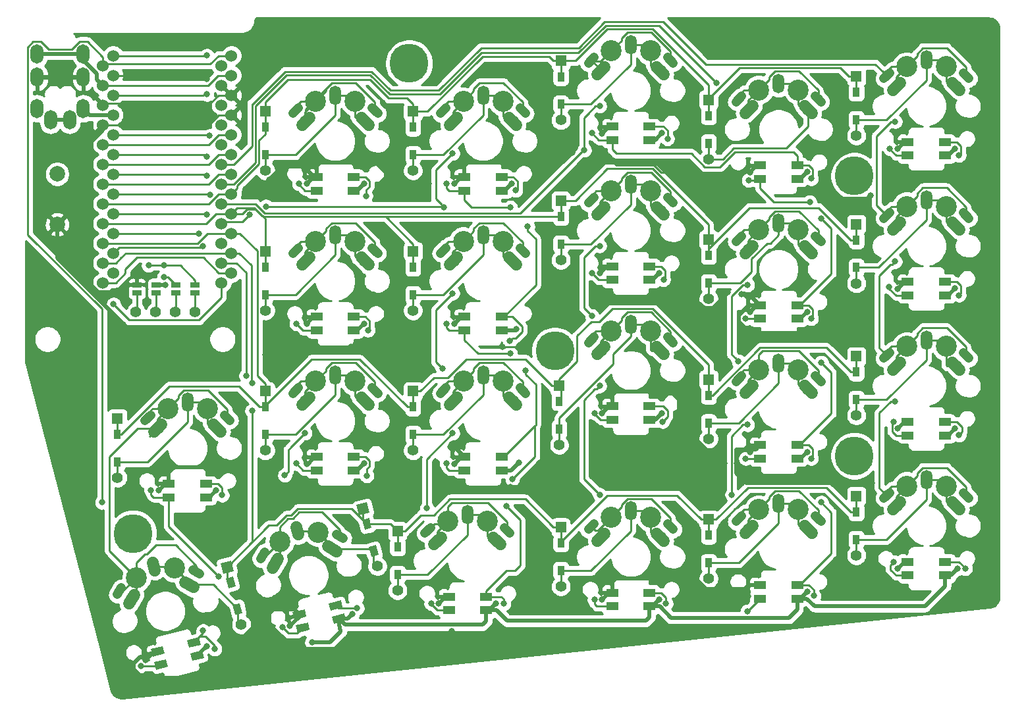
<source format=gbr>
G04 #@! TF.GenerationSoftware,KiCad,Pcbnew,(5.1.0)-1*
G04 #@! TF.CreationDate,2019-06-26T19:54:12+09:00*
G04 #@! TF.ProjectId,lunchbox52,6c756e63-6862-46f7-9835-322e6b696361,rev?*
G04 #@! TF.SameCoordinates,Original*
G04 #@! TF.FileFunction,Copper,L1,Top*
G04 #@! TF.FilePolarity,Positive*
%FSLAX46Y46*%
G04 Gerber Fmt 4.6, Leading zero omitted, Abs format (unit mm)*
G04 Created by KiCad (PCBNEW (5.1.0)-1) date 2019-06-26 19:54:12*
%MOMM*%
%LPD*%
G04 APERTURE LIST*
%ADD10O,1.500000X2.500000*%
%ADD11C,1.200000*%
%ADD12C,1.200000*%
%ADD13C,1.500000*%
%ADD14C,1.500000*%
%ADD15C,2.700000*%
%ADD16R,0.950000X1.300000*%
%ADD17R,1.397000X1.397000*%
%ADD18C,1.397000*%
%ADD19C,5.000000*%
%ADD20O,1.700000X2.500000*%
%ADD21C,0.950000*%
%ADD22C,0.100000*%
%ADD23R,1.143000X0.635000*%
%ADD24R,1.600000X1.000000*%
%ADD25C,1.000000*%
%ADD26C,1.524000*%
%ADD27C,2.000000*%
%ADD28C,0.800000*%
%ADD29C,0.250000*%
%ADD30C,0.500000*%
%ADD31C,0.254000*%
G04 APERTURE END LIST*
D10*
X152000000Y-115600000D03*
D11*
X157100000Y-117600000D03*
D12*
X156746447Y-117246447D02*
X157453553Y-117953553D01*
D11*
X146900000Y-117600000D03*
D12*
X146546447Y-117953553D02*
X147253553Y-117246447D01*
D13*
X148190000Y-118960000D03*
D14*
X147730381Y-119419619D02*
X148649619Y-118500381D01*
D13*
X155810000Y-118960000D03*
D14*
X155350381Y-118500381D02*
X156269619Y-119419619D01*
D15*
X149460000Y-116420000D03*
X154540000Y-116420000D03*
D16*
X161800000Y-119025000D03*
D17*
X161800000Y-116990000D03*
D18*
X161800000Y-124610000D03*
D16*
X161800000Y-122575000D03*
D19*
X199750000Y-126000000D03*
X199750000Y-90000000D03*
X161250000Y-112500000D03*
X142500000Y-75500000D03*
X107000000Y-136000000D03*
D20*
X96400000Y-82800000D03*
X100600000Y-81300000D03*
X100600000Y-77300000D03*
X100600000Y-74300000D03*
X94650000Y-77300000D03*
X94650000Y-74300000D03*
X98850000Y-82800000D03*
X94650000Y-81300000D03*
D16*
X143000000Y-101725000D03*
D17*
X143000000Y-99690000D03*
D18*
X143000000Y-107310000D03*
D16*
X143000000Y-105275000D03*
X105000000Y-123225000D03*
D17*
X105000000Y-121190000D03*
D18*
X105000000Y-128810000D03*
D16*
X105000000Y-126775000D03*
D21*
X120429411Y-145722275D03*
D22*
G36*
X119811271Y-145206496D02*
G01*
X120733052Y-144976670D01*
X121047551Y-146238054D01*
X120125770Y-146467880D01*
X119811271Y-145206496D01*
X119811271Y-145206496D01*
G37*
D18*
X120921722Y-147696827D03*
X119078278Y-140303173D03*
D22*
G36*
X118231544Y-139794404D02*
G01*
X119587047Y-139456439D01*
X119925012Y-140811942D01*
X118569509Y-141149907D01*
X118231544Y-139794404D01*
X118231544Y-139794404D01*
G37*
D21*
X119570589Y-142277725D03*
D22*
G36*
X118952449Y-141761946D02*
G01*
X119874230Y-141532120D01*
X120188729Y-142793504D01*
X119266948Y-143023330D01*
X118952449Y-141761946D01*
X118952449Y-141761946D01*
G37*
D16*
X124000000Y-87275000D03*
D18*
X124000000Y-89310000D03*
D17*
X124000000Y-81690000D03*
D16*
X124000000Y-83725000D03*
X124000000Y-105275000D03*
D18*
X124000000Y-107310000D03*
D17*
X124000000Y-99690000D03*
D16*
X124000000Y-101725000D03*
X124000000Y-123275000D03*
D18*
X124000000Y-125310000D03*
D17*
X124000000Y-117690000D03*
D16*
X124000000Y-119725000D03*
D21*
X137929411Y-138222275D03*
D22*
G36*
X137311271Y-137706496D02*
G01*
X138233052Y-137476670D01*
X138547551Y-138738054D01*
X137625770Y-138967880D01*
X137311271Y-137706496D01*
X137311271Y-137706496D01*
G37*
D18*
X138421722Y-140196827D03*
X136578278Y-132803173D03*
D22*
G36*
X135731544Y-132294404D02*
G01*
X137087047Y-131956439D01*
X137425012Y-133311942D01*
X136069509Y-133649907D01*
X135731544Y-132294404D01*
X135731544Y-132294404D01*
G37*
D21*
X137070589Y-134777725D03*
D22*
G36*
X136452449Y-134261946D02*
G01*
X137374230Y-134032120D01*
X137688729Y-135293504D01*
X136766948Y-135523330D01*
X136452449Y-134261946D01*
X136452449Y-134261946D01*
G37*
D16*
X143000000Y-87275000D03*
D18*
X143000000Y-89310000D03*
D17*
X143000000Y-81690000D03*
D16*
X143000000Y-83725000D03*
X143000000Y-119725000D03*
D17*
X143000000Y-117690000D03*
D18*
X143000000Y-125310000D03*
D16*
X143000000Y-123275000D03*
X141000000Y-137725000D03*
D17*
X141000000Y-135690000D03*
D18*
X141000000Y-143310000D03*
D16*
X141000000Y-141275000D03*
X162000000Y-77225000D03*
D17*
X162000000Y-75190000D03*
D18*
X162000000Y-82810000D03*
D16*
X162000000Y-80775000D03*
X162000000Y-95225000D03*
D17*
X162000000Y-93190000D03*
D18*
X162000000Y-100810000D03*
D16*
X162000000Y-98775000D03*
X162000000Y-140775000D03*
D18*
X162000000Y-142810000D03*
D17*
X162000000Y-135190000D03*
D16*
X162000000Y-137225000D03*
X181000000Y-82225000D03*
D17*
X181000000Y-80190000D03*
D18*
X181000000Y-87810000D03*
D16*
X181000000Y-85775000D03*
X181000000Y-103775000D03*
D18*
X181000000Y-105810000D03*
D17*
X181000000Y-98190000D03*
D16*
X181000000Y-100225000D03*
X181000000Y-121775000D03*
D18*
X181000000Y-123810000D03*
D17*
X181000000Y-116190000D03*
D16*
X181000000Y-118225000D03*
X181000000Y-136225000D03*
D17*
X181000000Y-134190000D03*
D18*
X181000000Y-141810000D03*
D16*
X181000000Y-139775000D03*
X200000000Y-79225000D03*
D17*
X200000000Y-77190000D03*
D18*
X200000000Y-84810000D03*
D16*
X200000000Y-82775000D03*
X200000000Y-101775000D03*
D18*
X200000000Y-103810000D03*
D17*
X200000000Y-96190000D03*
D16*
X200000000Y-98225000D03*
X200000000Y-118775000D03*
D18*
X200000000Y-120810000D03*
D17*
X200000000Y-113190000D03*
D16*
X200000000Y-115225000D03*
X200000000Y-133225000D03*
D17*
X200000000Y-131190000D03*
D18*
X200000000Y-138810000D03*
D16*
X200000000Y-136775000D03*
D18*
X115000000Y-107500000D03*
X112460000Y-107500000D03*
X109920000Y-107500000D03*
X107380000Y-107500000D03*
D23*
X107500000Y-103999620D03*
X107500000Y-105000380D03*
X110000000Y-105000380D03*
X110000000Y-103999620D03*
X112500000Y-103999620D03*
X112500000Y-105000380D03*
X115000000Y-105000380D03*
X115000000Y-103999620D03*
D24*
X116400000Y-131335000D03*
X116400000Y-129585000D03*
X111600000Y-131335000D03*
X111600000Y-129585000D03*
D25*
X110160176Y-151164003D03*
D22*
G36*
X109504900Y-151842688D02*
G01*
X109262978Y-150872393D01*
X110815452Y-150485318D01*
X111057374Y-151455613D01*
X109504900Y-151842688D01*
X109504900Y-151842688D01*
G37*
D25*
X110583539Y-152862020D03*
D22*
G36*
X109928263Y-153540705D02*
G01*
X109686341Y-152570410D01*
X111238815Y-152183335D01*
X111480737Y-153153630D01*
X109928263Y-153540705D01*
X109928263Y-153540705D01*
G37*
D25*
X114817595Y-150002778D03*
D22*
G36*
X114162319Y-150681463D02*
G01*
X113920397Y-149711168D01*
X115472871Y-149324093D01*
X115714793Y-150294388D01*
X114162319Y-150681463D01*
X114162319Y-150681463D01*
G37*
D25*
X115240958Y-151700795D03*
D22*
G36*
X114585682Y-152379480D02*
G01*
X114343760Y-151409185D01*
X115896234Y-151022110D01*
X116138156Y-151992405D01*
X114585682Y-152379480D01*
X114585682Y-152379480D01*
G37*
D24*
X130600000Y-90125000D03*
X130600000Y-91875000D03*
X135400000Y-90125000D03*
X135400000Y-91875000D03*
X135400000Y-109875000D03*
X135400000Y-108125000D03*
X130600000Y-109875000D03*
X130600000Y-108125000D03*
X130600000Y-126125000D03*
X130600000Y-127875000D03*
X135400000Y-126125000D03*
X135400000Y-127875000D03*
D25*
X133490958Y-146950795D03*
D22*
G36*
X132835682Y-147629480D02*
G01*
X132593760Y-146659185D01*
X134146234Y-146272110D01*
X134388156Y-147242405D01*
X132835682Y-147629480D01*
X132835682Y-147629480D01*
G37*
D25*
X133067595Y-145252778D03*
D22*
G36*
X132412319Y-145931463D02*
G01*
X132170397Y-144961168D01*
X133722871Y-144574093D01*
X133964793Y-145544388D01*
X132412319Y-145931463D01*
X132412319Y-145931463D01*
G37*
D25*
X128833539Y-148112020D03*
D22*
G36*
X128178263Y-148790705D02*
G01*
X127936341Y-147820410D01*
X129488815Y-147433335D01*
X129730737Y-148403630D01*
X128178263Y-148790705D01*
X128178263Y-148790705D01*
G37*
D25*
X128410176Y-146414003D03*
D22*
G36*
X127754900Y-147092688D02*
G01*
X127512978Y-146122393D01*
X129065452Y-145735318D01*
X129307374Y-146705613D01*
X127754900Y-147092688D01*
X127754900Y-147092688D01*
G37*
D24*
X154400000Y-91875000D03*
X154400000Y-90125000D03*
X149600000Y-91875000D03*
X149600000Y-90125000D03*
X149600000Y-108125000D03*
X149600000Y-109875000D03*
X154400000Y-108125000D03*
X154400000Y-109875000D03*
X154400000Y-127875000D03*
X154400000Y-126125000D03*
X149600000Y-127875000D03*
X149600000Y-126125000D03*
X147600000Y-144125000D03*
X147600000Y-145875000D03*
X152400000Y-144125000D03*
X152400000Y-145875000D03*
X173400000Y-85375000D03*
X173400000Y-83625000D03*
X168600000Y-85375000D03*
X168600000Y-83625000D03*
X168600000Y-101625000D03*
X168600000Y-103375000D03*
X173400000Y-101625000D03*
X173400000Y-103375000D03*
X173400000Y-121375000D03*
X173400000Y-119625000D03*
X168600000Y-121375000D03*
X168600000Y-119625000D03*
X168600000Y-143625000D03*
X168600000Y-145375000D03*
X173400000Y-143625000D03*
X173400000Y-145375000D03*
X187600000Y-88625000D03*
X187600000Y-90375000D03*
X192400000Y-88625000D03*
X192400000Y-90375000D03*
X192400000Y-108375000D03*
X192400000Y-106625000D03*
X187600000Y-108375000D03*
X187600000Y-106625000D03*
X187600000Y-124625000D03*
X187600000Y-126375000D03*
X192400000Y-124625000D03*
X192400000Y-126375000D03*
X192400000Y-144375000D03*
X192400000Y-142625000D03*
X187600000Y-144375000D03*
X187600000Y-142625000D03*
X206600000Y-85625000D03*
X206600000Y-87375000D03*
X211400000Y-85625000D03*
X211400000Y-87375000D03*
X211400000Y-105375000D03*
X211400000Y-103625000D03*
X206600000Y-105375000D03*
X206600000Y-103625000D03*
X206600000Y-121625000D03*
X206600000Y-123375000D03*
X211400000Y-121625000D03*
X211400000Y-123375000D03*
X211400000Y-141375000D03*
X211400000Y-139625000D03*
X206600000Y-141375000D03*
X206600000Y-139625000D03*
D26*
X104436400Y-74522000D03*
X104436400Y-77062000D03*
X104436400Y-79602000D03*
X104436400Y-82142000D03*
X104436400Y-84682000D03*
X104436400Y-87222000D03*
X104436400Y-89762000D03*
X104436400Y-92302000D03*
X104436400Y-94842000D03*
X104436400Y-97382000D03*
X104436400Y-99922000D03*
X104436400Y-102462000D03*
X119656400Y-102462000D03*
X119656400Y-99922000D03*
X119656400Y-97382000D03*
X119656400Y-94842000D03*
X119656400Y-92302000D03*
X119656400Y-89762000D03*
X119656400Y-87222000D03*
X119656400Y-84682000D03*
X119656400Y-82142000D03*
X119656400Y-79602000D03*
X119656400Y-77062000D03*
X119656400Y-74522000D03*
X103110000Y-75792000D03*
X103110000Y-78332000D03*
X103110000Y-80872000D03*
X103110000Y-83412000D03*
X103110000Y-85952000D03*
X103110000Y-88492000D03*
X103110000Y-91032000D03*
X103110000Y-93572000D03*
X103110000Y-96112000D03*
X103110000Y-98652000D03*
X103110000Y-101192000D03*
X103110000Y-103732000D03*
X118350000Y-103732000D03*
X118350000Y-101192000D03*
X118350000Y-98652000D03*
X118350000Y-96112000D03*
X118350000Y-93572000D03*
X118350000Y-91032000D03*
X118350000Y-88492000D03*
X118350000Y-85952000D03*
X118350000Y-83412000D03*
X118350000Y-80872000D03*
X118350000Y-78332000D03*
X118350000Y-75792000D03*
D27*
X97250000Y-89750000D03*
X97250000Y-96250000D03*
D10*
X114000000Y-119101560D03*
D11*
X119100000Y-121101560D03*
D12*
X118746447Y-120748007D02*
X119453553Y-121455113D01*
D11*
X108900000Y-121101560D03*
D12*
X108546447Y-121455113D02*
X109253553Y-120748007D01*
D13*
X110190000Y-122461560D03*
D14*
X109730381Y-122921179D02*
X110649619Y-122001941D01*
D13*
X117810000Y-122461560D03*
D14*
X117350381Y-122001941D02*
X118269619Y-122921179D01*
D15*
X111460000Y-119921560D03*
X116540000Y-119921560D03*
X112362716Y-140427798D03*
X107433614Y-141656761D03*
D13*
X114209473Y-142585108D03*
D14*
X113652314Y-142250333D02*
X114766632Y-142919883D01*
D13*
X106815820Y-144428553D03*
D14*
X106481045Y-144985712D02*
X107150595Y-143871394D01*
D11*
X105235124Y-143421030D03*
D12*
X104977605Y-143849614D02*
X105492643Y-142992446D01*
D11*
X115132141Y-140953427D03*
D12*
X114703557Y-140695908D02*
X115560725Y-141210946D01*
D13*
X109699789Y-140246637D03*
D14*
X109820750Y-140731785D02*
X109578828Y-139761489D01*
D10*
X133000000Y-79600000D03*
D11*
X138100000Y-81600000D03*
D12*
X137746447Y-81246447D02*
X138453553Y-81953553D01*
D11*
X127900000Y-81600000D03*
D12*
X127546447Y-81953553D02*
X128253553Y-81246447D01*
D13*
X129190000Y-82960000D03*
D14*
X128730381Y-83419619D02*
X129649619Y-82500381D01*
D13*
X136810000Y-82960000D03*
D14*
X136350381Y-82500381D02*
X137269619Y-83419619D01*
D15*
X130460000Y-80420000D03*
X135540000Y-80420000D03*
X135540000Y-98420000D03*
X130460000Y-98420000D03*
D13*
X136810000Y-100960000D03*
D14*
X136350381Y-100500381D02*
X137269619Y-101419619D01*
D13*
X129190000Y-100960000D03*
D14*
X128730381Y-101419619D02*
X129649619Y-100500381D01*
D11*
X127900000Y-99600000D03*
D12*
X127546447Y-99953553D02*
X128253553Y-99246447D01*
D11*
X138100000Y-99600000D03*
D12*
X137746447Y-99246447D02*
X138453553Y-99953553D01*
D10*
X133000000Y-97600000D03*
X133000000Y-115600000D03*
D11*
X138100000Y-117600000D03*
D12*
X137746447Y-117246447D02*
X138453553Y-117953553D01*
D11*
X127900000Y-117600000D03*
D12*
X127546447Y-117953553D02*
X128253553Y-117246447D01*
D13*
X129190000Y-118960000D03*
D14*
X128730381Y-119419619D02*
X129649619Y-118500381D01*
D13*
X136810000Y-118960000D03*
D14*
X136350381Y-118500381D02*
X137269619Y-119419619D01*
D15*
X130460000Y-116420000D03*
X135540000Y-116420000D03*
X130798334Y-135831282D03*
X125869232Y-137060245D03*
D13*
X132645091Y-137988592D03*
D14*
X132087932Y-137653817D02*
X133202250Y-138323367D01*
D13*
X125251438Y-139832037D03*
D14*
X124916663Y-140389196D02*
X125586213Y-139274878D01*
D11*
X123670742Y-138824514D03*
D12*
X123413223Y-139253098D02*
X123928261Y-138395930D01*
D11*
X133567759Y-136356911D03*
D12*
X133139175Y-136099392D02*
X133996343Y-136614430D01*
D13*
X128135407Y-135650121D03*
D14*
X128256368Y-136135269D02*
X128014446Y-135164973D01*
D10*
X152000000Y-79600000D03*
D11*
X157100000Y-81600000D03*
D12*
X156746447Y-81246447D02*
X157453553Y-81953553D01*
D11*
X146900000Y-81600000D03*
D12*
X146546447Y-81953553D02*
X147253553Y-81246447D01*
D13*
X148190000Y-82960000D03*
D14*
X147730381Y-83419619D02*
X148649619Y-82500381D01*
D13*
X155810000Y-82960000D03*
D14*
X155350381Y-82500381D02*
X156269619Y-83419619D01*
D15*
X149460000Y-80420000D03*
X154540000Y-80420000D03*
X154540000Y-98420000D03*
X149460000Y-98420000D03*
D13*
X155810000Y-100960000D03*
D14*
X155350381Y-100500381D02*
X156269619Y-101419619D01*
D13*
X148190000Y-100960000D03*
D14*
X147730381Y-101419619D02*
X148649619Y-100500381D01*
D11*
X146900000Y-99600000D03*
D12*
X146546447Y-99953553D02*
X147253553Y-99246447D01*
D11*
X157100000Y-99600000D03*
D12*
X156746447Y-99246447D02*
X157453553Y-99953553D01*
D10*
X152000000Y-97600000D03*
D15*
X152540000Y-134420000D03*
X147460000Y-134420000D03*
D13*
X153810000Y-136960000D03*
D14*
X153350381Y-136500381D02*
X154269619Y-137419619D01*
D13*
X146190000Y-136960000D03*
D14*
X145730381Y-137419619D02*
X146649619Y-136500381D01*
D11*
X144900000Y-135600000D03*
D12*
X144546447Y-135953553D02*
X145253553Y-135246447D01*
D11*
X155100000Y-135600000D03*
D12*
X154746447Y-135246447D02*
X155453553Y-135953553D01*
D10*
X150000000Y-133600000D03*
X171000000Y-73100000D03*
D11*
X176100000Y-75100000D03*
D12*
X175746447Y-74746447D02*
X176453553Y-75453553D01*
D11*
X165900000Y-75100000D03*
D12*
X165546447Y-75453553D02*
X166253553Y-74746447D01*
D13*
X167190000Y-76460000D03*
D14*
X166730381Y-76919619D02*
X167649619Y-76000381D01*
D13*
X174810000Y-76460000D03*
D14*
X174350381Y-76000381D02*
X175269619Y-76919619D01*
D15*
X168460000Y-73920000D03*
X173540000Y-73920000D03*
X173540000Y-91920000D03*
X168460000Y-91920000D03*
D13*
X174810000Y-94460000D03*
D14*
X174350381Y-94000381D02*
X175269619Y-94919619D01*
D13*
X167190000Y-94460000D03*
D14*
X166730381Y-94919619D02*
X167649619Y-94000381D01*
D11*
X165900000Y-93100000D03*
D12*
X165546447Y-93453553D02*
X166253553Y-92746447D01*
D11*
X176100000Y-93100000D03*
D12*
X175746447Y-92746447D02*
X176453553Y-93453553D01*
D10*
X171000000Y-91100000D03*
D15*
X173540000Y-109920000D03*
X168460000Y-109920000D03*
D13*
X174810000Y-112460000D03*
D14*
X174350381Y-112000381D02*
X175269619Y-112919619D01*
D13*
X167190000Y-112460000D03*
D14*
X166730381Y-112919619D02*
X167649619Y-112000381D01*
D11*
X165900000Y-111100000D03*
D12*
X165546447Y-111453553D02*
X166253553Y-110746447D01*
D11*
X176100000Y-111100000D03*
D12*
X175746447Y-110746447D02*
X176453553Y-111453553D01*
D10*
X171000000Y-109100000D03*
X171000000Y-133100000D03*
D11*
X176100000Y-135100000D03*
D12*
X175746447Y-134746447D02*
X176453553Y-135453553D01*
D11*
X165900000Y-135100000D03*
D12*
X165546447Y-135453553D02*
X166253553Y-134746447D01*
D13*
X167190000Y-136460000D03*
D14*
X166730381Y-136919619D02*
X167649619Y-136000381D01*
D13*
X174810000Y-136460000D03*
D14*
X174350381Y-136000381D02*
X175269619Y-136919619D01*
D15*
X168460000Y-133920000D03*
X173540000Y-133920000D03*
D10*
X190000000Y-78100000D03*
D11*
X195100000Y-80100000D03*
D12*
X194746447Y-79746447D02*
X195453553Y-80453553D01*
D11*
X184900000Y-80100000D03*
D12*
X184546447Y-80453553D02*
X185253553Y-79746447D01*
D13*
X186190000Y-81460000D03*
D14*
X185730381Y-81919619D02*
X186649619Y-81000381D01*
D13*
X193810000Y-81460000D03*
D14*
X193350381Y-81000381D02*
X194269619Y-81919619D01*
D15*
X187460000Y-78920000D03*
X192540000Y-78920000D03*
X192540000Y-96920000D03*
X187460000Y-96920000D03*
D13*
X193810000Y-99460000D03*
D14*
X193350381Y-99000381D02*
X194269619Y-99919619D01*
D13*
X186190000Y-99460000D03*
D14*
X185730381Y-99919619D02*
X186649619Y-99000381D01*
D11*
X184900000Y-98100000D03*
D12*
X184546447Y-98453553D02*
X185253553Y-97746447D01*
D11*
X195100000Y-98100000D03*
D12*
X194746447Y-97746447D02*
X195453553Y-98453553D01*
D10*
X190000000Y-96100000D03*
X190000000Y-114100000D03*
D11*
X195100000Y-116100000D03*
D12*
X194746447Y-115746447D02*
X195453553Y-116453553D01*
D11*
X184900000Y-116100000D03*
D12*
X184546447Y-116453553D02*
X185253553Y-115746447D01*
D13*
X186190000Y-117460000D03*
D14*
X185730381Y-117919619D02*
X186649619Y-117000381D01*
D13*
X193810000Y-117460000D03*
D14*
X193350381Y-117000381D02*
X194269619Y-117919619D01*
D15*
X187460000Y-114920000D03*
X192540000Y-114920000D03*
X192540000Y-132920000D03*
X187460000Y-132920000D03*
D13*
X193810000Y-135460000D03*
D14*
X193350381Y-135000381D02*
X194269619Y-135919619D01*
D13*
X186190000Y-135460000D03*
D14*
X185730381Y-135919619D02*
X186649619Y-135000381D01*
D11*
X184900000Y-134100000D03*
D12*
X184546447Y-134453553D02*
X185253553Y-133746447D01*
D11*
X195100000Y-134100000D03*
D12*
X194746447Y-133746447D02*
X195453553Y-134453553D01*
D10*
X190000000Y-132100000D03*
X209000000Y-75100000D03*
D11*
X214100000Y-77100000D03*
D12*
X213746447Y-76746447D02*
X214453553Y-77453553D01*
D11*
X203900000Y-77100000D03*
D12*
X203546447Y-77453553D02*
X204253553Y-76746447D01*
D13*
X205190000Y-78460000D03*
D14*
X204730381Y-78919619D02*
X205649619Y-78000381D01*
D13*
X212810000Y-78460000D03*
D14*
X212350381Y-78000381D02*
X213269619Y-78919619D01*
D15*
X206460000Y-75920000D03*
X211540000Y-75920000D03*
X211540000Y-93920000D03*
X206460000Y-93920000D03*
D13*
X212810000Y-96460000D03*
D14*
X212350381Y-96000381D02*
X213269619Y-96919619D01*
D13*
X205190000Y-96460000D03*
D14*
X204730381Y-96919619D02*
X205649619Y-96000381D01*
D11*
X203900000Y-95100000D03*
D12*
X203546447Y-95453553D02*
X204253553Y-94746447D01*
D11*
X214100000Y-95100000D03*
D12*
X213746447Y-94746447D02*
X214453553Y-95453553D01*
D10*
X209000000Y-93100000D03*
D15*
X211540000Y-111920000D03*
X206460000Y-111920000D03*
D13*
X212810000Y-114460000D03*
D14*
X212350381Y-114000381D02*
X213269619Y-114919619D01*
D13*
X205190000Y-114460000D03*
D14*
X204730381Y-114919619D02*
X205649619Y-114000381D01*
D11*
X203900000Y-113100000D03*
D12*
X203546447Y-113453553D02*
X204253553Y-112746447D01*
D11*
X214100000Y-113100000D03*
D12*
X213746447Y-112746447D02*
X214453553Y-113453553D01*
D10*
X209000000Y-111100000D03*
X209000000Y-129100000D03*
D11*
X214100000Y-131100000D03*
D12*
X213746447Y-130746447D02*
X214453553Y-131453553D01*
D11*
X203900000Y-131100000D03*
D12*
X203546447Y-131453553D02*
X204253553Y-130746447D01*
D13*
X205190000Y-132460000D03*
D14*
X204730381Y-132919619D02*
X205649619Y-132000381D01*
D13*
X212810000Y-132460000D03*
D14*
X212350381Y-132000381D02*
X213269619Y-132919619D01*
D15*
X206460000Y-129920000D03*
X211540000Y-129920000D03*
D28*
X122300000Y-116600000D03*
X122300000Y-120200000D03*
X111171502Y-104000000D03*
X111171502Y-104000000D03*
X156287500Y-109712500D03*
X156585882Y-126914118D03*
X130000000Y-150000000D03*
X153679778Y-144985299D03*
X136679778Y-90985299D03*
X117679778Y-130445299D03*
X116500000Y-150500000D03*
X135199415Y-146388111D03*
X136679598Y-126985539D03*
X136679778Y-108985299D03*
X155679778Y-90985299D03*
X175000000Y-84500000D03*
X174679778Y-102485299D03*
X175000000Y-120500000D03*
X174679778Y-144485299D03*
X193679778Y-89485299D03*
X193679778Y-107485299D03*
X193679778Y-125485299D03*
X193679778Y-143485299D03*
X213000000Y-140500000D03*
X212679778Y-122485299D03*
X212679778Y-104485299D03*
X212679778Y-86485299D03*
X116487347Y-77487347D03*
X186100153Y-144100153D03*
X167025306Y-102500000D03*
X148320222Y-91014701D03*
X148320222Y-109014701D03*
X148320222Y-127014701D03*
X146320222Y-145014701D03*
X205320222Y-104514701D03*
X167320222Y-84514701D03*
X167320222Y-144514701D03*
X167320222Y-120514701D03*
X129320222Y-91014701D03*
X129320222Y-109014701D03*
X129320222Y-127014701D03*
X108607536Y-152255013D03*
X110320222Y-130474701D03*
X120500000Y-127460000D03*
X155500000Y-130000000D03*
X163649989Y-127833013D03*
X127000000Y-110500000D03*
X124000000Y-113000000D03*
X113500000Y-113000000D03*
X148000000Y-124500000D03*
X133000000Y-130500000D03*
X143000000Y-128073998D03*
X124502993Y-90507124D03*
X205320222Y-122514701D03*
X127179669Y-147907870D03*
X205320222Y-140514701D03*
X205320222Y-86514701D03*
X186320222Y-89514701D03*
X186320222Y-107514701D03*
X148000000Y-148575010D03*
X186320222Y-125514701D03*
X184679999Y-126969991D03*
X183000000Y-127000000D03*
X163500000Y-87000000D03*
X145000000Y-91000000D03*
X135000000Y-112000000D03*
X142500000Y-112000000D03*
X154500000Y-112000000D03*
X164000000Y-105000000D03*
X166000000Y-105000000D03*
X183455684Y-104953325D03*
X185252820Y-105206801D03*
X201500000Y-108000000D03*
X202000000Y-129500000D03*
X201850001Y-92500000D03*
X195500000Y-92000000D03*
X167000000Y-86500000D03*
X178000000Y-82000000D03*
X111000000Y-103000000D03*
X109000000Y-101500000D03*
X111000000Y-101500000D03*
X118469334Y-131058978D03*
X103000000Y-132000000D03*
X118000000Y-141500000D03*
X116000000Y-148500000D03*
X109320380Y-130456781D03*
X117500000Y-150852778D03*
X107975544Y-153029989D03*
X135811732Y-145597496D03*
X128320380Y-90996781D03*
X156207669Y-91834752D03*
X128000000Y-109000000D03*
X136936459Y-92563541D03*
X128000000Y-127000000D03*
X137208037Y-109834384D03*
X126188729Y-148042193D03*
X137049067Y-128557090D03*
X155500000Y-94049990D03*
X157750000Y-96500000D03*
X155437500Y-111250000D03*
X147320380Y-90996781D03*
X155500000Y-112849981D03*
X157500000Y-115000000D03*
X155750000Y-129000000D03*
X147320380Y-108996781D03*
X155000000Y-132500000D03*
X147320380Y-126996781D03*
X154679620Y-145003219D03*
X145320380Y-144996781D03*
X175534752Y-145007670D03*
X166000000Y-84500000D03*
X194208037Y-90334384D03*
X166000000Y-102500000D03*
X175707108Y-85207108D03*
X166320380Y-120496781D03*
X175208037Y-103334384D03*
X166320380Y-144496781D03*
X175101041Y-121601041D03*
X194208037Y-108334384D03*
X194000000Y-93349981D03*
X195500000Y-95500000D03*
X186154941Y-90551503D03*
X194208037Y-126334384D03*
X185769469Y-108349372D03*
X195500000Y-114000000D03*
X194526819Y-144016829D03*
X185769469Y-126349372D03*
X195500000Y-132000000D03*
X186000000Y-146000000D03*
X214000000Y-140500000D03*
X204320380Y-86496781D03*
X204222040Y-104277960D03*
X213208037Y-87334384D03*
X204791963Y-121665616D03*
X213208037Y-105334384D03*
X204791963Y-139665616D03*
X213208037Y-123334384D03*
X116500000Y-79500000D03*
X121526499Y-115705571D03*
X116000000Y-99000000D03*
X129092154Y-123092154D03*
X115450846Y-97450846D03*
X126500000Y-128500000D03*
X148092154Y-105092154D03*
X146762347Y-114762347D03*
X148092154Y-123092154D03*
X144762347Y-132762347D03*
X148092154Y-87092154D03*
X147000000Y-94000000D03*
X122000000Y-95000000D03*
X124080858Y-93919142D03*
X116487347Y-94987347D03*
X167000000Y-99000000D03*
X166000000Y-108000000D03*
X167000000Y-81000000D03*
X167000000Y-117000000D03*
X167000000Y-131000000D03*
X116893966Y-92393966D03*
X165019539Y-86682543D03*
X186000000Y-122000000D03*
X184000000Y-131000000D03*
X182000000Y-78000000D03*
X116500000Y-90000000D03*
X184833265Y-113833265D03*
X186000000Y-104000000D03*
X205000000Y-83000000D03*
X205000000Y-101000000D03*
X205000000Y-119000000D03*
X116500000Y-87500000D03*
X116500000Y-74500000D03*
X116833966Y-84833966D03*
X104500000Y-106500000D03*
D29*
X142275000Y-119725000D02*
X143000000Y-119725000D01*
X136124980Y-113574980D02*
X142275000Y-119725000D01*
X129975020Y-113574980D02*
X136124980Y-113574980D01*
X124000000Y-119550000D02*
X129975020Y-113574980D01*
X124000000Y-119725000D02*
X124000000Y-119550000D01*
X199275000Y-115225000D02*
X200000000Y-115225000D01*
X196124980Y-112074980D02*
X199275000Y-115225000D01*
X187616856Y-112074980D02*
X196124980Y-112074980D01*
X181466836Y-118225000D02*
X187616856Y-112074980D01*
X181000000Y-118225000D02*
X181466836Y-118225000D01*
X124000000Y-116741500D02*
X124000000Y-117690000D01*
X122976499Y-115717999D02*
X124000000Y-116741500D01*
X105000000Y-121190000D02*
X105000000Y-123225000D01*
X143000000Y-119725000D02*
X143000000Y-117690000D01*
X181000000Y-118225000D02*
X181000000Y-116190000D01*
X200000000Y-113190000D02*
X200000000Y-115225000D01*
X116544998Y-97382000D02*
X119656400Y-97382000D01*
X103110000Y-98652000D02*
X115274999Y-98651999D01*
X115274999Y-98651999D02*
X116544998Y-97382000D01*
X162000000Y-116775000D02*
X162000000Y-118810000D01*
X160851500Y-116990000D02*
X161800000Y-116990000D01*
X149826017Y-113574981D02*
X157436481Y-113574981D01*
X157436481Y-113574981D02*
X160851500Y-116990000D01*
X147431007Y-115969991D02*
X149826017Y-113574981D01*
X145668509Y-115969991D02*
X147431007Y-115969991D01*
X143948500Y-117690000D02*
X145668509Y-115969991D01*
X143000000Y-117690000D02*
X143948500Y-117690000D01*
X168616856Y-107074980D02*
X173824980Y-107074980D01*
X181000000Y-114250000D02*
X181000000Y-116190000D01*
X173824980Y-107074980D02*
X181000000Y-114250000D01*
X122976499Y-99624469D02*
X122976499Y-99773501D01*
X120734030Y-97382000D02*
X122976499Y-99624469D01*
X119656400Y-97382000D02*
X120734030Y-97382000D01*
X122976499Y-99702099D02*
X122976499Y-99773501D01*
X122976499Y-99773501D02*
X122976499Y-115717999D01*
X164075001Y-113856001D02*
X164075001Y-110575001D01*
X161800000Y-116990000D02*
X161800000Y-116131002D01*
X161800000Y-116131002D02*
X164075001Y-113856001D01*
X166966835Y-108725001D02*
X168616856Y-107074980D01*
X165925001Y-108725001D02*
X166966835Y-108725001D01*
X164075001Y-110575001D02*
X165925001Y-108725001D01*
X124000000Y-119725000D02*
X124000000Y-117690000D01*
X105000000Y-123225000D02*
X105000000Y-121500000D01*
X123275000Y-119725000D02*
X124000000Y-119725000D01*
X120626540Y-117076540D02*
X123275000Y-119725000D01*
X111616856Y-117076540D02*
X120626540Y-117076540D01*
X105468396Y-123225000D02*
X111616856Y-117076540D01*
X105000000Y-123225000D02*
X105468396Y-123225000D01*
X115720000Y-119101560D02*
X116540000Y-119921560D01*
X114000000Y-119101560D02*
X115720000Y-119101560D01*
X117170812Y-122461560D02*
X117810000Y-122461560D01*
X116540000Y-121830748D02*
X117170812Y-122461560D01*
X116540000Y-119921560D02*
X116540000Y-121830748D01*
X114000000Y-120601560D02*
X114000000Y-119101560D01*
X114000000Y-121660562D02*
X114000000Y-120601560D01*
X105000000Y-126775000D02*
X105000000Y-128810000D01*
X108885562Y-126775000D02*
X109080281Y-126580281D01*
X105000000Y-126775000D02*
X108885562Y-126775000D01*
X108925562Y-126735000D02*
X109080281Y-126580281D01*
X109080281Y-126580281D02*
X114000000Y-121660562D01*
X140087725Y-134777725D02*
X141000000Y-135690000D01*
X137070589Y-134777725D02*
X140087725Y-134777725D01*
X119078278Y-141785414D02*
X119570589Y-142277725D01*
X119078278Y-140303173D02*
X119078278Y-141785414D01*
X141000000Y-137725000D02*
X141000000Y-135690000D01*
X162000000Y-137225000D02*
X162000000Y-135190000D01*
X199275000Y-133225000D02*
X200000000Y-133225000D01*
X196124981Y-130074981D02*
X199275000Y-133225000D01*
X186063519Y-130074981D02*
X196124981Y-130074981D01*
X181948500Y-134190000D02*
X186063519Y-130074981D01*
X181000000Y-134190000D02*
X181948500Y-134190000D01*
X122300000Y-137081451D02*
X119078278Y-140303173D01*
X122300000Y-120200000D02*
X122300000Y-137081451D01*
X181000000Y-136225000D02*
X181000000Y-134190000D01*
X200000000Y-131190000D02*
X200000000Y-133225000D01*
X161051500Y-135190000D02*
X162000000Y-135190000D01*
X157436480Y-131574980D02*
X161051500Y-135190000D01*
X147759422Y-131574980D02*
X157436480Y-131574980D01*
X145718403Y-133615999D02*
X147759422Y-131574980D01*
X144022501Y-133615999D02*
X145718403Y-133615999D01*
X141948500Y-135690000D02*
X144022501Y-133615999D01*
X141000000Y-135690000D02*
X141948500Y-135690000D01*
X180051500Y-134190000D02*
X181000000Y-134190000D01*
X176936481Y-131074981D02*
X180051500Y-134190000D01*
X167975019Y-131074981D02*
X176936481Y-131074981D01*
X162000000Y-137050000D02*
X167975019Y-131074981D01*
X162000000Y-137225000D02*
X162000000Y-137050000D01*
X119656400Y-99922000D02*
X106078000Y-99922000D01*
X104187630Y-101192000D02*
X103110000Y-101192000D01*
X104775162Y-101192000D02*
X104187630Y-101192000D01*
X105467162Y-100500000D02*
X104775162Y-101192000D01*
X105500000Y-100500000D02*
X105467162Y-100500000D01*
X106078000Y-99922000D02*
X105500000Y-100500000D01*
X122251499Y-116551499D02*
X122300000Y-116600000D01*
X122251499Y-101517099D02*
X122251499Y-116551499D01*
X120656400Y-99922000D02*
X122251499Y-101517099D01*
X119656400Y-99922000D02*
X120656400Y-99922000D01*
X136463672Y-134170808D02*
X137070589Y-134777725D01*
X124440726Y-134940726D02*
X125443153Y-134940726D01*
X135096037Y-132803173D02*
X136463672Y-134170808D01*
X125443153Y-134940726D02*
X126742097Y-133641782D01*
X126742097Y-133641782D02*
X127348001Y-133641782D01*
X127348001Y-133641782D02*
X128186610Y-132803173D01*
X119078278Y-140303173D02*
X124440726Y-134940726D01*
X128186610Y-132803173D02*
X135096037Y-132803173D01*
X136578278Y-134285414D02*
X137070589Y-134777725D01*
X136578278Y-132803173D02*
X136578278Y-134285414D01*
X112181555Y-140246637D02*
X112362716Y-140427798D01*
X109699789Y-140246637D02*
X112181555Y-140246637D01*
X114209473Y-142274555D02*
X114209473Y-142585108D01*
X112362716Y-140427798D02*
X114209473Y-142274555D01*
X117292244Y-142585108D02*
X120429411Y-145722275D01*
X114209473Y-142585108D02*
X117292244Y-142585108D01*
X120429411Y-147204516D02*
X120921722Y-147696827D01*
X120429411Y-145722275D02*
X120429411Y-147204516D01*
X136100102Y-82960000D02*
X136810000Y-82960000D01*
X135540000Y-82399898D02*
X136100102Y-82960000D01*
X135540000Y-80420000D02*
X135540000Y-82399898D01*
X134720000Y-79600000D02*
X135540000Y-80420000D01*
X133000000Y-79600000D02*
X134720000Y-79600000D01*
X133000000Y-81100000D02*
X133000000Y-79600000D01*
X133000000Y-82159002D02*
X133000000Y-81100000D01*
X127884002Y-87275000D02*
X133000000Y-82159002D01*
X124000000Y-87275000D02*
X127884002Y-87275000D01*
X124000000Y-87275000D02*
X124000000Y-89310000D01*
X124000000Y-83725000D02*
X124000000Y-81690000D01*
X143000000Y-83725000D02*
X143000000Y-81690000D01*
X181000000Y-79241500D02*
X181000000Y-80190000D01*
X181000000Y-78264588D02*
X181000000Y-79241500D01*
X173810393Y-71074981D02*
X181000000Y-78264588D01*
X167975019Y-71074981D02*
X173810393Y-71074981D01*
X200000000Y-77190000D02*
X200000000Y-79225000D01*
X181000000Y-80190000D02*
X181000000Y-82225000D01*
X162000000Y-75190000D02*
X162000000Y-77225000D01*
X124000000Y-84625000D02*
X124000000Y-83725000D01*
X123199999Y-85425001D02*
X124000000Y-84625000D01*
X118578770Y-92302000D02*
X119656400Y-92302000D01*
X118011238Y-92302000D02*
X118578770Y-92302000D01*
X116741238Y-93572000D02*
X118011238Y-92302000D01*
X103110000Y-93572000D02*
X116741238Y-93572000D01*
X123199999Y-88463573D02*
X123199999Y-87050001D01*
X120418399Y-91245173D02*
X123199999Y-88463573D01*
X120418399Y-91540001D02*
X120418399Y-91245173D01*
X119656400Y-92302000D02*
X120418399Y-91540001D01*
X123199999Y-87758401D02*
X123199999Y-87050001D01*
X123199999Y-87050001D02*
X123199999Y-85425001D01*
X143000000Y-80741500D02*
X143000000Y-81690000D01*
X124000000Y-80500000D02*
X126925020Y-77574980D01*
X126925020Y-77574980D02*
X137438570Y-77574980D01*
X137438570Y-77574980D02*
X139863590Y-80000000D01*
X124000000Y-81690000D02*
X124000000Y-80500000D01*
X139863590Y-80000000D02*
X142258500Y-80000000D01*
X142258500Y-80000000D02*
X143000000Y-80741500D01*
X161051500Y-75190000D02*
X162000000Y-75190000D01*
X160500000Y-74638500D02*
X161051500Y-75190000D01*
X160500000Y-74616509D02*
X160500000Y-74638500D01*
X151933491Y-74616509D02*
X160500000Y-74616509D01*
X144860000Y-81690000D02*
X151933491Y-74616509D01*
X143000000Y-81690000D02*
X144860000Y-81690000D01*
X163860000Y-75190000D02*
X167975019Y-71074981D01*
X162000000Y-75190000D02*
X163860000Y-75190000D01*
X199051500Y-77190000D02*
X200000000Y-77190000D01*
X197936481Y-76074981D02*
X199051500Y-77190000D01*
X184998021Y-76074981D02*
X197936481Y-76074981D01*
X181000000Y-80073002D02*
X184998021Y-76074981D01*
X181000000Y-80190000D02*
X181000000Y-80073002D01*
X134720000Y-97600000D02*
X135540000Y-98420000D01*
X133000000Y-97600000D02*
X134720000Y-97600000D01*
X136170812Y-100960000D02*
X136810000Y-100960000D01*
X135540000Y-100329188D02*
X136170812Y-100960000D01*
X135540000Y-98420000D02*
X135540000Y-100329188D01*
X124725000Y-105275000D02*
X124000000Y-105275000D01*
X127884002Y-105275000D02*
X124725000Y-105275000D01*
X133000000Y-100159002D02*
X127884002Y-105275000D01*
X133000000Y-97600000D02*
X133000000Y-100159002D01*
X124000000Y-105275000D02*
X124000000Y-107310000D01*
X143000000Y-99690000D02*
X143000000Y-101725000D01*
X181000000Y-100225000D02*
X181000000Y-98190000D01*
X199275000Y-98225000D02*
X200000000Y-98225000D01*
X195124981Y-94074981D02*
X199275000Y-98225000D01*
X186250019Y-94074981D02*
X195124981Y-94074981D01*
X181000000Y-99325000D02*
X186250019Y-94074981D01*
X181000000Y-100225000D02*
X181000000Y-99325000D01*
X124000000Y-95500000D02*
X124000000Y-99690000D01*
X124000000Y-101725000D02*
X124000000Y-99690000D01*
X162000000Y-93190000D02*
X162000000Y-95225000D01*
X200000000Y-96190000D02*
X200000000Y-98225000D01*
X118578770Y-94842000D02*
X119656400Y-94842000D01*
X117658000Y-94842000D02*
X118578770Y-94842000D01*
X116388000Y-96112000D02*
X117658000Y-94842000D01*
X103110000Y-96112000D02*
X116388000Y-96112000D01*
X122774999Y-94274999D02*
X123625000Y-95125000D01*
X121651999Y-94274999D02*
X122774999Y-94274999D01*
X121084998Y-94842000D02*
X121651999Y-94274999D01*
X119656400Y-94842000D02*
X121084998Y-94842000D01*
X123625000Y-95125000D02*
X124000000Y-95500000D01*
X181000000Y-97241500D02*
X181000000Y-98190000D01*
X181000000Y-96264588D02*
X181000000Y-97241500D01*
X173810393Y-89074981D02*
X181000000Y-96264588D01*
X167998022Y-89074980D02*
X173810393Y-89074981D01*
X163883002Y-93190000D02*
X167998022Y-89074980D01*
X162000000Y-93190000D02*
X163883002Y-93190000D01*
X161275000Y-95225000D02*
X162000000Y-95225000D01*
X122580001Y-94080001D02*
X123725000Y-95225000D01*
X120418399Y-94080001D02*
X122580001Y-94080001D01*
X119656400Y-94842000D02*
X120418399Y-94080001D01*
X142775000Y-95225000D02*
X161275000Y-95225000D01*
X139483500Y-95225000D02*
X137775000Y-95225000D01*
X143000000Y-98741500D02*
X139483500Y-95225000D01*
X143000000Y-99690000D02*
X143000000Y-98741500D01*
X123725000Y-95225000D02*
X137775000Y-95225000D01*
X137775000Y-95225000D02*
X142775000Y-95225000D01*
X134720000Y-115600000D02*
X135540000Y-116420000D01*
X133000000Y-115600000D02*
X134720000Y-115600000D01*
X136170812Y-118960000D02*
X136810000Y-118960000D01*
X135540000Y-118329188D02*
X136170812Y-118960000D01*
X135540000Y-116420000D02*
X135540000Y-118329188D01*
X124000000Y-123275000D02*
X124000000Y-125310000D01*
X133000000Y-117100000D02*
X133000000Y-115600000D01*
X133000000Y-118159002D02*
X133000000Y-117100000D01*
X127884002Y-123275000D02*
X133000000Y-118159002D01*
X124000000Y-123275000D02*
X127884002Y-123275000D01*
X130617173Y-135650121D02*
X130798334Y-135831282D01*
X128135407Y-135650121D02*
X130617173Y-135650121D01*
X132645091Y-137678039D02*
X132645091Y-137988592D01*
X130798334Y-135831282D02*
X132645091Y-137678039D01*
X137695728Y-137988592D02*
X137929411Y-138222275D01*
X132645091Y-137988592D02*
X137695728Y-137988592D01*
X137929411Y-139704516D02*
X138421722Y-140196827D01*
X137929411Y-138222275D02*
X137929411Y-139704516D01*
X143000000Y-87275000D02*
X143000000Y-89310000D01*
X153720000Y-79600000D02*
X154540000Y-80420000D01*
X152000000Y-79600000D02*
X153720000Y-79600000D01*
X155170812Y-82960000D02*
X155810000Y-82960000D01*
X154540000Y-82329188D02*
X155170812Y-82960000D01*
X154540000Y-80420000D02*
X154540000Y-82329188D01*
X143725000Y-87275000D02*
X143000000Y-87275000D01*
X146884002Y-87275000D02*
X143725000Y-87275000D01*
X152000000Y-82159002D02*
X146884002Y-87275000D01*
X152000000Y-79600000D02*
X152000000Y-82159002D01*
X143000000Y-105275000D02*
X143000000Y-107310000D01*
X153720000Y-97600000D02*
X154540000Y-98420000D01*
X152000000Y-97600000D02*
X153720000Y-97600000D01*
X155170812Y-100960000D02*
X155810000Y-100960000D01*
X154540000Y-100329188D02*
X155170812Y-100960000D01*
X154540000Y-98420000D02*
X154540000Y-100329188D01*
X152000000Y-99100000D02*
X152000000Y-97600000D01*
X152000000Y-100159002D02*
X152000000Y-99100000D01*
X146884002Y-105275000D02*
X152000000Y-100159002D01*
X143000000Y-105275000D02*
X146884002Y-105275000D01*
X153720000Y-115600000D02*
X154540000Y-116420000D01*
X152000000Y-115600000D02*
X153720000Y-115600000D01*
X155170812Y-118960000D02*
X155810000Y-118960000D01*
X154540000Y-118329188D02*
X155170812Y-118960000D01*
X154540000Y-116420000D02*
X154540000Y-118329188D01*
X152000000Y-117100000D02*
X152000000Y-115600000D01*
X152000000Y-118159002D02*
X152000000Y-117100000D01*
X146884002Y-123275000D02*
X152000000Y-118159002D01*
X143000000Y-123275000D02*
X146884002Y-123275000D01*
X143000000Y-123275000D02*
X143000000Y-125310000D01*
X151720000Y-133600000D02*
X152540000Y-134420000D01*
X150000000Y-133600000D02*
X151720000Y-133600000D01*
X153170812Y-136960000D02*
X153810000Y-136960000D01*
X152540000Y-136329188D02*
X153170812Y-136960000D01*
X152540000Y-134420000D02*
X152540000Y-136329188D01*
X141000000Y-141275000D02*
X141000000Y-143310000D01*
X150000000Y-135100000D02*
X150000000Y-133600000D01*
X150000000Y-136159002D02*
X150000000Y-135100000D01*
X144884002Y-141275000D02*
X150000000Y-136159002D01*
X141000000Y-141275000D02*
X144884002Y-141275000D01*
X172720000Y-73100000D02*
X173540000Y-73920000D01*
X171000000Y-73100000D02*
X172720000Y-73100000D01*
X174170812Y-76460000D02*
X174810000Y-76460000D01*
X173540000Y-75829188D02*
X174170812Y-76460000D01*
X173540000Y-73920000D02*
X173540000Y-75829188D01*
X162725000Y-80775000D02*
X162000000Y-80775000D01*
X165884002Y-80775000D02*
X162725000Y-80775000D01*
X171000000Y-75659002D02*
X165884002Y-80775000D01*
X171000000Y-73100000D02*
X171000000Y-75659002D01*
X162000000Y-80775000D02*
X162000000Y-82810000D01*
X174100102Y-94460000D02*
X174810000Y-94460000D01*
X173540000Y-93899898D02*
X174100102Y-94460000D01*
X173540000Y-91920000D02*
X173540000Y-93899898D01*
X172720000Y-91100000D02*
X173540000Y-91920000D01*
X171000000Y-91100000D02*
X172720000Y-91100000D01*
X171000000Y-92600000D02*
X171000000Y-91100000D01*
X171000000Y-93659002D02*
X171000000Y-92600000D01*
X165884002Y-98775000D02*
X171000000Y-93659002D01*
X162000000Y-98775000D02*
X165884002Y-98775000D01*
X162000000Y-98775000D02*
X162000000Y-100810000D01*
X172720000Y-109100000D02*
X173540000Y-109920000D01*
X171000000Y-109100000D02*
X172720000Y-109100000D01*
X173660718Y-112460000D02*
X174810000Y-112460000D01*
X173540000Y-112339282D02*
X173660718Y-112460000D01*
X173540000Y-109920000D02*
X173540000Y-112339282D01*
X171000000Y-110600000D02*
X171000000Y-109100000D01*
X168721775Y-112878225D02*
X171000000Y-110600000D01*
X168721775Y-114205223D02*
X168721775Y-112878225D01*
X161800000Y-121126998D02*
X168721775Y-114205223D01*
X161800000Y-122575000D02*
X161800000Y-121126998D01*
X161800000Y-122575000D02*
X161800000Y-124610000D01*
X172720000Y-133100000D02*
X173540000Y-133920000D01*
X171000000Y-133100000D02*
X172720000Y-133100000D01*
X174170812Y-136460000D02*
X174810000Y-136460000D01*
X173540000Y-135829188D02*
X174170812Y-136460000D01*
X173540000Y-133920000D02*
X173540000Y-135829188D01*
X162000000Y-140775000D02*
X162000000Y-142810000D01*
X171000000Y-134600000D02*
X171000000Y-133100000D01*
X171000000Y-135659002D02*
X171000000Y-134600000D01*
X165884002Y-140775000D02*
X171000000Y-135659002D01*
X162000000Y-140775000D02*
X165884002Y-140775000D01*
X193170812Y-81460000D02*
X193810000Y-81460000D01*
X192540000Y-80829188D02*
X193170812Y-81460000D01*
X192540000Y-78920000D02*
X192540000Y-80829188D01*
X191720000Y-78100000D02*
X192540000Y-78920000D01*
X190000000Y-78100000D02*
X191720000Y-78100000D01*
X181000000Y-85775000D02*
X181000000Y-87810000D01*
X181000000Y-87810000D02*
X182849002Y-87810000D01*
X193810000Y-82609282D02*
X193810000Y-81460000D01*
X193810000Y-83631002D02*
X193810000Y-82609282D01*
X190991022Y-86449980D02*
X193810000Y-83631002D01*
X184209022Y-86449980D02*
X190991022Y-86449980D01*
X182849002Y-87810000D02*
X184209022Y-86449980D01*
X181000000Y-103775000D02*
X181000000Y-105810000D01*
X191720000Y-96100000D02*
X192540000Y-96920000D01*
X190000000Y-96100000D02*
X191720000Y-96100000D01*
X193170812Y-99460000D02*
X193810000Y-99460000D01*
X192540000Y-98829188D02*
X193170812Y-99460000D01*
X192540000Y-96920000D02*
X192540000Y-98829188D01*
X186500000Y-102297905D02*
X186500000Y-100670294D01*
X181000000Y-103775000D02*
X185022905Y-103775000D01*
X185022905Y-103775000D02*
X186500000Y-102297905D01*
X190000000Y-97600000D02*
X190000000Y-96100000D01*
X188929706Y-98670294D02*
X190000000Y-97600000D01*
X188500000Y-98670294D02*
X188929706Y-98670294D01*
X186500000Y-100670294D02*
X188500000Y-98670294D01*
X191720000Y-114100000D02*
X192540000Y-114920000D01*
X190000000Y-114100000D02*
X191720000Y-114100000D01*
X193170812Y-117460000D02*
X193810000Y-117460000D01*
X192540000Y-116829188D02*
X193170812Y-117460000D01*
X192540000Y-114920000D02*
X192540000Y-116829188D01*
X181725000Y-121775000D02*
X181000000Y-121775000D01*
X184884002Y-121775000D02*
X181725000Y-121775000D01*
X190000000Y-116659002D02*
X184884002Y-121775000D01*
X190000000Y-114100000D02*
X190000000Y-116659002D01*
X181000000Y-121775000D02*
X181000000Y-123810000D01*
X191720000Y-132100000D02*
X192540000Y-132920000D01*
X190000000Y-132100000D02*
X191720000Y-132100000D01*
X193170812Y-135460000D02*
X193810000Y-135460000D01*
X192540000Y-134829188D02*
X193170812Y-135460000D01*
X192540000Y-132920000D02*
X192540000Y-134829188D01*
X190000000Y-134659002D02*
X190000000Y-132100000D01*
X181000000Y-139775000D02*
X184884002Y-139775000D01*
X184884002Y-139775000D02*
X190000000Y-134659002D01*
X181000000Y-139775000D02*
X181000000Y-141810000D01*
X200000000Y-84810000D02*
X200000000Y-82775000D01*
X209000000Y-77659002D02*
X209000000Y-75100000D01*
X200000000Y-82775000D02*
X203884002Y-82775000D01*
X203884002Y-82775000D02*
X209000000Y-77659002D01*
X210720000Y-75100000D02*
X211540000Y-75920000D01*
X209000000Y-75100000D02*
X210720000Y-75100000D01*
X212170812Y-78460000D02*
X212810000Y-78460000D01*
X211540000Y-77829188D02*
X212170812Y-78460000D01*
X211540000Y-75920000D02*
X211540000Y-77829188D01*
X210720000Y-93100000D02*
X211540000Y-93920000D01*
X209000000Y-93100000D02*
X210720000Y-93100000D01*
X212170812Y-96460000D02*
X212810000Y-96460000D01*
X211540000Y-95829188D02*
X212170812Y-96460000D01*
X211540000Y-93920000D02*
X211540000Y-95829188D01*
X209000000Y-94600000D02*
X209000000Y-93100000D01*
X209000000Y-95659002D02*
X209000000Y-94600000D01*
X202884002Y-101775000D02*
X209000000Y-95659002D01*
X200000000Y-101775000D02*
X202884002Y-101775000D01*
X200000000Y-101775000D02*
X200000000Y-103810000D01*
X210720000Y-111100000D02*
X211540000Y-111920000D01*
X209000000Y-111100000D02*
X210720000Y-111100000D01*
X211660718Y-114460000D02*
X212810000Y-114460000D01*
X211540000Y-114339282D02*
X211660718Y-114460000D01*
X211540000Y-111920000D02*
X211540000Y-114339282D01*
X209000000Y-112600000D02*
X209000000Y-111100000D01*
X209000000Y-113659002D02*
X209000000Y-112600000D01*
X203884002Y-118775000D02*
X209000000Y-113659002D01*
X200000000Y-118775000D02*
X203884002Y-118775000D01*
X200000000Y-118775000D02*
X200000000Y-120810000D01*
X200000000Y-136775000D02*
X200000000Y-138810000D01*
X210720000Y-129100000D02*
X211540000Y-129920000D01*
X209000000Y-129100000D02*
X210720000Y-129100000D01*
X212170812Y-132460000D02*
X212810000Y-132460000D01*
X211540000Y-131829188D02*
X212170812Y-132460000D01*
X211540000Y-129920000D02*
X211540000Y-131829188D01*
X209000000Y-130600000D02*
X209000000Y-129100000D01*
X209000000Y-131659002D02*
X209000000Y-130600000D01*
X203884002Y-136775000D02*
X209000000Y-131659002D01*
X200000000Y-136775000D02*
X203884002Y-136775000D01*
D30*
X94850010Y-82099990D02*
X94650000Y-82300000D01*
X100600000Y-82300000D02*
X100399990Y-82099990D01*
X100600000Y-82300000D02*
X100758000Y-82142000D01*
X110000380Y-104000000D02*
X110000000Y-103999620D01*
X111171502Y-104000000D02*
X110000380Y-104000000D01*
X156125000Y-109875000D02*
X156287500Y-109712500D01*
X154400000Y-109875000D02*
X156125000Y-109875000D01*
X155625000Y-127875000D02*
X156585882Y-126914118D01*
X154400000Y-127875000D02*
X155625000Y-127875000D01*
X101442000Y-82142000D02*
X100600000Y-81300000D01*
X104436400Y-82142000D02*
X101442000Y-82142000D01*
X133490958Y-147566101D02*
X133490958Y-146950795D01*
X133490958Y-147674127D02*
X133490958Y-147566101D01*
X133701408Y-148518196D02*
X133490958Y-147674127D01*
X133701408Y-148652828D02*
X133701408Y-148518196D01*
X132354236Y-150000000D02*
X133701408Y-148652828D01*
X130000000Y-150000000D02*
X132354236Y-150000000D01*
X152400000Y-146875000D02*
X152400000Y-145875000D01*
X152400000Y-147271765D02*
X152400000Y-146875000D01*
X151946755Y-147725010D02*
X152400000Y-147271765D01*
X134265173Y-147725010D02*
X151946755Y-147725010D01*
X133490958Y-146950795D02*
X134265173Y-147725010D01*
X173400000Y-146375000D02*
X173400000Y-145375000D01*
X173400000Y-146771765D02*
X173400000Y-146375000D01*
X172946755Y-147225010D02*
X173400000Y-146771765D01*
X155050010Y-147225010D02*
X172946755Y-147225010D01*
X153700000Y-145875000D02*
X155050010Y-147225010D01*
X152400000Y-145875000D02*
X153700000Y-145875000D01*
X192400000Y-145375000D02*
X192400000Y-144375000D01*
X192400000Y-145771765D02*
X192400000Y-145375000D01*
X191321764Y-146850001D02*
X192400000Y-145771765D01*
X176175001Y-146850001D02*
X191321764Y-146850001D01*
X174700000Y-145375000D02*
X176175001Y-146850001D01*
X173400000Y-145375000D02*
X174700000Y-145375000D01*
X211400000Y-142375000D02*
X211400000Y-141375000D01*
X211400000Y-142771765D02*
X211400000Y-142375000D01*
X208821764Y-145350001D02*
X211400000Y-142771765D01*
X194591999Y-145350001D02*
X208821764Y-145350001D01*
X193616998Y-144375000D02*
X194591999Y-145350001D01*
X192400000Y-144375000D02*
X193616998Y-144375000D01*
X152400000Y-145875000D02*
X152790077Y-145875000D01*
X152790077Y-145875000D02*
X153679778Y-144985299D01*
X135400000Y-91875000D02*
X135790077Y-91875000D01*
X135790077Y-91875000D02*
X136679778Y-90985299D01*
X116790077Y-131335000D02*
X116400000Y-131335000D01*
X117679778Y-130445299D02*
X116790077Y-131335000D01*
X116441753Y-150500000D02*
X115240958Y-151700795D01*
X116500000Y-150500000D02*
X116441753Y-150500000D01*
X133490958Y-146950795D02*
X134636731Y-146950795D01*
X134636731Y-146950795D02*
X135199415Y-146388111D01*
X135400000Y-127875000D02*
X135790137Y-127875000D01*
X135790137Y-127875000D02*
X136679598Y-126985539D01*
X135400000Y-109875000D02*
X135790077Y-109875000D01*
X135790077Y-109875000D02*
X136679778Y-108985299D01*
X154790077Y-91875000D02*
X154400000Y-91875000D01*
X155679778Y-90985299D02*
X154790077Y-91875000D01*
X174125000Y-85375000D02*
X173400000Y-85375000D01*
X175000000Y-84500000D02*
X174125000Y-85375000D01*
X173790077Y-103375000D02*
X173400000Y-103375000D01*
X174679778Y-102485299D02*
X173790077Y-103375000D01*
X174125000Y-121375000D02*
X173400000Y-121375000D01*
X175000000Y-120500000D02*
X174125000Y-121375000D01*
X173790077Y-145375000D02*
X173400000Y-145375000D01*
X174679778Y-144485299D02*
X173790077Y-145375000D01*
X192790077Y-90375000D02*
X192400000Y-90375000D01*
X193679778Y-89485299D02*
X192790077Y-90375000D01*
X192790077Y-108375000D02*
X192400000Y-108375000D01*
X193679778Y-107485299D02*
X192790077Y-108375000D01*
X192790077Y-126375000D02*
X192400000Y-126375000D01*
X193679778Y-125485299D02*
X192790077Y-126375000D01*
X192790077Y-144375000D02*
X192400000Y-144375000D01*
X193679778Y-143485299D02*
X192790077Y-144375000D01*
X211400000Y-141375000D02*
X212125000Y-141375000D01*
X212125000Y-141375000D02*
X213000000Y-140500000D01*
X211400000Y-123375000D02*
X211790077Y-123375000D01*
X211790077Y-123375000D02*
X212679778Y-122485299D01*
X211790077Y-105375000D02*
X211400000Y-105375000D01*
X212679778Y-104485299D02*
X211790077Y-105375000D01*
X211790077Y-87375000D02*
X211400000Y-87375000D01*
X212679778Y-86485299D02*
X211790077Y-87375000D01*
X98850000Y-82800000D02*
X96400000Y-82800000D01*
D29*
X118578770Y-77062000D02*
X119656400Y-77062000D01*
X117938000Y-77062000D02*
X118578770Y-77062000D01*
X116668000Y-78332000D02*
X117938000Y-77062000D01*
X103110000Y-78332000D02*
X116668000Y-78332000D01*
D30*
X100600000Y-74300000D02*
X94650000Y-74300000D01*
X102348001Y-77570001D02*
X103110000Y-78332000D01*
X102348001Y-76809510D02*
X102348001Y-77570001D01*
X100600000Y-75061509D02*
X102348001Y-76809510D01*
X100600000Y-74300000D02*
X100600000Y-75061509D01*
D29*
X118578770Y-82142000D02*
X119656400Y-82142000D01*
X118011238Y-82142000D02*
X118578770Y-82142000D01*
X116741238Y-83412000D02*
X118011238Y-82142000D01*
X103110000Y-83412000D02*
X116741238Y-83412000D01*
X118578770Y-79602000D02*
X119656400Y-79602000D01*
X118011238Y-79602000D02*
X118578770Y-79602000D01*
X116924237Y-80689001D02*
X118011238Y-79602000D01*
X103292999Y-80689001D02*
X116924237Y-80689001D01*
X103110000Y-80872000D02*
X103292999Y-80689001D01*
X104436400Y-77062000D02*
X116062000Y-77062000D01*
X116062000Y-77062000D02*
X116487347Y-77487347D01*
D30*
X100600000Y-77300000D02*
X94650000Y-77300000D01*
X103110000Y-84158238D02*
X100500000Y-86768238D01*
X103110000Y-83412000D02*
X103110000Y-84158238D01*
X100500000Y-93000000D02*
X97250000Y-96250000D01*
X100500000Y-86768238D02*
X100500000Y-93000000D01*
X106428500Y-103999620D02*
X107500000Y-103999620D01*
X105484119Y-104944001D02*
X106428500Y-103999620D01*
X102528239Y-104944001D02*
X105484119Y-104944001D01*
X97250000Y-99665762D02*
X102528239Y-104944001D01*
X97250000Y-96250000D02*
X97250000Y-99665762D01*
X186100153Y-142824847D02*
X186300000Y-142625000D01*
X186100153Y-144100153D02*
X186100153Y-142824847D01*
X168600000Y-101625000D02*
X167900306Y-101625000D01*
X167900306Y-101625000D02*
X167025306Y-102500000D01*
X149600000Y-90125000D02*
X149209923Y-90125000D01*
X149209923Y-90125000D02*
X148320222Y-91014701D01*
X149600000Y-108125000D02*
X149209923Y-108125000D01*
X149209923Y-108125000D02*
X148320222Y-109014701D01*
X149600000Y-126125000D02*
X149209923Y-126125000D01*
X149209923Y-126125000D02*
X148320222Y-127014701D01*
X147209923Y-144125000D02*
X147600000Y-144125000D01*
X146320222Y-145014701D02*
X147209923Y-144125000D01*
X206209923Y-103625000D02*
X206600000Y-103625000D01*
X205320222Y-104514701D02*
X206209923Y-103625000D01*
X168209923Y-83625000D02*
X168600000Y-83625000D01*
X167320222Y-84514701D02*
X168209923Y-83625000D01*
X168600000Y-143625000D02*
X168209923Y-143625000D01*
X168209923Y-143625000D02*
X167320222Y-144514701D01*
X168209923Y-119625000D02*
X168600000Y-119625000D01*
X167320222Y-120514701D02*
X168209923Y-119625000D01*
X130209923Y-90125000D02*
X130600000Y-90125000D01*
X129320222Y-91014701D02*
X130209923Y-90125000D01*
X130209923Y-108125000D02*
X130600000Y-108125000D01*
X129320222Y-109014701D02*
X130209923Y-108125000D01*
X130600000Y-126125000D02*
X130375000Y-126125000D01*
X130375000Y-126125000D02*
X129485299Y-127014701D01*
X129485299Y-127014701D02*
X129320222Y-127014701D01*
X127759112Y-145762939D02*
X127927000Y-145930827D01*
X110160176Y-151164003D02*
X109698546Y-151164003D01*
X109698546Y-151164003D02*
X108607536Y-152255013D01*
X111600000Y-129585000D02*
X111209923Y-129585000D01*
X111209923Y-129585000D02*
X110320222Y-130474701D01*
X112328235Y-127460000D02*
X120500000Y-127460000D01*
X111600000Y-129585000D02*
X111600000Y-128188235D01*
X111600000Y-128188235D02*
X112328235Y-127460000D01*
X155500000Y-130000000D02*
X161483002Y-130000000D01*
X161483002Y-130000000D02*
X163649989Y-127833013D01*
X127000000Y-110500000D02*
X126500000Y-110500000D01*
X126500000Y-110500000D02*
X124000000Y-113000000D01*
X97250000Y-97664213D02*
X97250000Y-96250000D01*
X97250000Y-100508002D02*
X97250000Y-97664213D01*
X109741998Y-113000000D02*
X97250000Y-100508002D01*
X113500000Y-113000000D02*
X109741998Y-113000000D01*
X149600000Y-126125000D02*
X149600000Y-126100000D01*
X149600000Y-126100000D02*
X148000000Y-124500000D01*
X133000000Y-130500000D02*
X140573998Y-130500000D01*
X140573998Y-130500000D02*
X143000000Y-128073998D01*
X130300000Y-90125000D02*
X130600000Y-90125000D01*
X128924999Y-88749999D02*
X130300000Y-90125000D01*
X126260118Y-88749999D02*
X128924999Y-88749999D01*
X124502993Y-90507124D02*
X126260118Y-88749999D01*
X128410176Y-146414003D02*
X127927000Y-145930827D01*
X107938700Y-151855014D02*
X108207537Y-151855014D01*
X107125543Y-152668171D02*
X107938700Y-151855014D01*
X107125543Y-153437990D02*
X107125543Y-152668171D01*
X108234980Y-154547427D02*
X107125543Y-153437990D01*
X115952573Y-154547427D02*
X108234980Y-154547427D01*
X124737061Y-145762939D02*
X115952573Y-154547427D01*
X108207537Y-151855014D02*
X108607536Y-152255013D01*
X127759112Y-145762939D02*
X124737061Y-145762939D01*
X128410176Y-146414003D02*
X127759112Y-145762939D01*
X206600000Y-121625000D02*
X206209923Y-121625000D01*
X206209923Y-121625000D02*
X205320222Y-122514701D01*
X128410176Y-146414003D02*
X128410176Y-146677363D01*
X128410176Y-146677363D02*
X127179669Y-147907870D01*
X206600000Y-139625000D02*
X206209923Y-139625000D01*
X206209923Y-139625000D02*
X205320222Y-140514701D01*
X206600000Y-85625000D02*
X206209923Y-85625000D01*
X206209923Y-85625000D02*
X205320222Y-86514701D01*
X187600000Y-88625000D02*
X187209923Y-88625000D01*
X187209923Y-88625000D02*
X186320222Y-89514701D01*
X187600000Y-106625000D02*
X187209923Y-106625000D01*
X187209923Y-106625000D02*
X186320222Y-107514701D01*
X127759112Y-145762939D02*
X125057873Y-145762939D01*
X124563873Y-146256939D02*
X124563873Y-147675339D01*
X125057873Y-145762939D02*
X124563873Y-146256939D01*
X124563873Y-147675339D02*
X127738535Y-150850001D01*
X127738535Y-150850001D02*
X145725009Y-150850001D01*
X145725009Y-150850001D02*
X148000000Y-148575010D01*
X185774999Y-143150001D02*
X186300000Y-142625000D01*
X180640219Y-143150001D02*
X185774999Y-143150001D01*
X179265208Y-141774990D02*
X180640219Y-143150001D01*
X186300000Y-142625000D02*
X187600000Y-142625000D01*
X168600000Y-142228235D02*
X169053245Y-141774990D01*
X169053245Y-141774990D02*
X179265208Y-141774990D01*
X168600000Y-143625000D02*
X168600000Y-142228235D01*
X187209923Y-124625000D02*
X187600000Y-124625000D01*
X186320222Y-125514701D02*
X187209923Y-124625000D01*
X187074999Y-125150001D02*
X184530009Y-125150001D01*
X187600000Y-124625000D02*
X187074999Y-125150001D01*
X184530009Y-125150001D02*
X184530009Y-126820001D01*
X184530009Y-126820001D02*
X184679999Y-126969991D01*
X168600000Y-118625000D02*
X168600000Y-119625000D01*
X168600000Y-118228235D02*
X168600000Y-118625000D01*
X169053245Y-117774990D02*
X168600000Y-118228235D01*
X176200992Y-117774990D02*
X169053245Y-117774990D01*
X177170001Y-118743999D02*
X176200992Y-117774990D01*
X177170001Y-121735686D02*
X177170001Y-118743999D01*
X182434315Y-127000000D02*
X177170001Y-121735686D01*
X183000000Y-127000000D02*
X182434315Y-127000000D01*
X162225010Y-88274990D02*
X163500000Y-87000000D01*
X150053245Y-88274990D02*
X162225010Y-88274990D01*
X149600000Y-90125000D02*
X149600000Y-88728235D01*
X149600000Y-88728235D02*
X150053245Y-88274990D01*
X130600000Y-89125000D02*
X130600000Y-90125000D01*
X130600000Y-88728235D02*
X130600000Y-89125000D01*
X131053245Y-88274990D02*
X130600000Y-88728235D01*
X138200992Y-88274990D02*
X131053245Y-88274990D01*
X140926002Y-91000000D02*
X138200992Y-88274990D01*
X145000000Y-91000000D02*
X140926002Y-91000000D01*
X135000000Y-112000000D02*
X142500000Y-112000000D01*
D29*
X154500000Y-112000000D02*
X157000000Y-112000000D01*
X157000000Y-112000000D02*
X164000000Y-105000000D01*
D30*
X167361281Y-106361281D02*
X179851499Y-106361281D01*
X166000000Y-105000000D02*
X167361281Y-106361281D01*
X179851499Y-106361281D02*
X180448719Y-106958501D01*
X180448719Y-106958501D02*
X181551281Y-106958501D01*
X181551281Y-106958501D02*
X183455684Y-105054098D01*
X183455684Y-105054098D02*
X183455684Y-104953325D01*
X186181801Y-105206801D02*
X187600000Y-106625000D01*
X185252820Y-105206801D02*
X186181801Y-105206801D01*
X186235839Y-106625000D02*
X184919468Y-107941371D01*
X187600000Y-106625000D02*
X186235839Y-106625000D01*
X184919468Y-108757373D02*
X186387105Y-110225010D01*
X184919468Y-107941371D02*
X184919468Y-108757373D01*
X186387105Y-110225010D02*
X199274990Y-110225010D01*
X199274990Y-110225010D02*
X201500000Y-108000000D01*
X201999971Y-129499971D02*
X202000000Y-129500000D01*
X184530009Y-128204637D02*
X185825343Y-129499971D01*
X184530009Y-125150001D02*
X184530009Y-128204637D01*
X185825343Y-129499971D02*
X201999971Y-129499971D01*
X196450001Y-92950001D02*
X201400000Y-92950001D01*
X195500000Y-92000000D02*
X196450001Y-92950001D01*
X201400000Y-92950001D02*
X201850001Y-92500000D01*
D29*
X169124972Y-88624972D02*
X167000000Y-86500000D01*
X173996792Y-88624972D02*
X169124972Y-88624972D01*
X186320222Y-89514701D02*
X174886523Y-89514701D01*
X174886523Y-89514701D02*
X173996792Y-88624972D01*
X115000000Y-105000380D02*
X115000000Y-107500000D01*
X112500000Y-107460000D02*
X112460000Y-107500000D01*
X112500000Y-105000380D02*
X112500000Y-107460000D01*
X110000000Y-107420000D02*
X109920000Y-107500000D01*
X110000000Y-105000380D02*
X110000000Y-107420000D01*
X107500000Y-107380000D02*
X107380000Y-107500000D01*
X107500000Y-105000380D02*
X107500000Y-107380000D01*
X118578770Y-87222000D02*
X119656400Y-87222000D01*
X118011238Y-87222000D02*
X118578770Y-87222000D01*
X116741238Y-88492000D02*
X118011238Y-87222000D01*
X103110000Y-88492000D02*
X116741238Y-88492000D01*
X111500380Y-103000000D02*
X112500000Y-103999620D01*
X111000000Y-103000000D02*
X111500380Y-103000000D01*
X118578770Y-84682000D02*
X119656400Y-84682000D01*
X118011238Y-84682000D02*
X118578770Y-84682000D01*
X116741238Y-85952000D02*
X118011238Y-84682000D01*
X103110000Y-85952000D02*
X116741238Y-85952000D01*
X115000000Y-103432120D02*
X115000000Y-103999620D01*
X113067880Y-101500000D02*
X115000000Y-103432120D01*
X109000000Y-101500000D02*
X111000000Y-101500000D01*
X111000000Y-101500000D02*
X113067880Y-101500000D01*
X118578770Y-74522000D02*
X119656400Y-74522000D01*
X118011238Y-74522000D02*
X118578770Y-74522000D01*
X116924237Y-75609001D02*
X118011238Y-74522000D01*
X103292999Y-75609001D02*
X116924237Y-75609001D01*
X103110000Y-75792000D02*
X103292999Y-75609001D01*
X118404779Y-130994423D02*
X118469334Y-131058978D01*
X118404779Y-130097298D02*
X118404779Y-130994423D01*
X116400000Y-129585000D02*
X117892481Y-129585000D01*
X117892481Y-129585000D02*
X118404779Y-130097298D01*
X103000000Y-107071188D02*
X103000000Y-132000000D01*
X93474990Y-97546178D02*
X103000000Y-107071188D01*
X94163295Y-72724990D02*
X93474990Y-73413295D01*
X95136705Y-72724990D02*
X94163295Y-72724990D01*
X103110000Y-74714370D02*
X101120620Y-72724990D01*
X103110000Y-75792000D02*
X103110000Y-74714370D01*
X93474990Y-73413295D02*
X93474990Y-97546178D01*
X101120620Y-72724990D02*
X100113295Y-72724990D01*
X100113295Y-72724990D02*
X99113295Y-73724990D01*
X99113295Y-73724990D02*
X96136705Y-73724990D01*
X96136705Y-73724990D02*
X95136705Y-72724990D01*
X111600000Y-135100000D02*
X118000000Y-141500000D01*
X116000000Y-148820373D02*
X114817595Y-150002778D01*
X116000000Y-148500000D02*
X116000000Y-148820373D01*
X110550000Y-131335000D02*
X111600000Y-131335000D01*
X109632914Y-131335000D02*
X110550000Y-131335000D01*
X109320380Y-131022466D02*
X109632914Y-131335000D01*
X109320380Y-130456781D02*
X109320380Y-131022466D01*
X117500000Y-150426998D02*
X117500000Y-150852778D01*
X116345123Y-149272121D02*
X117500000Y-150426998D01*
X114817595Y-150002778D02*
X115548252Y-149272121D01*
X115548252Y-149272121D02*
X116345123Y-149272121D01*
X111600000Y-135100000D02*
X111600000Y-131335000D01*
X110415570Y-153029989D02*
X110583539Y-152862020D01*
X107975544Y-153029989D02*
X110415570Y-153029989D01*
X133412313Y-145597496D02*
X133067595Y-145252778D01*
X135811732Y-145597496D02*
X133412313Y-145597496D01*
X128320380Y-91087861D02*
X128320380Y-90996781D01*
X130600000Y-91875000D02*
X129107519Y-91875000D01*
X129107519Y-91875000D02*
X128320380Y-91087861D01*
X156404779Y-91637642D02*
X156207669Y-91834752D01*
X156404779Y-90637298D02*
X156404779Y-91637642D01*
X154400000Y-90125000D02*
X155892481Y-90125000D01*
X155892481Y-90125000D02*
X156404779Y-90637298D01*
X128875000Y-109875000D02*
X130600000Y-109875000D01*
X128000000Y-109000000D02*
X128875000Y-109875000D01*
X136450000Y-90125000D02*
X135400000Y-90125000D01*
X136892481Y-90125000D02*
X136450000Y-90125000D01*
X137404779Y-90637298D02*
X136892481Y-90125000D01*
X137404779Y-91333300D02*
X137404779Y-90637298D01*
X136936459Y-91801620D02*
X137404779Y-91333300D01*
X136936459Y-92563541D02*
X136936459Y-91801620D01*
X130600000Y-127875000D02*
X128875000Y-127875000D01*
X128875000Y-127875000D02*
X128000000Y-127000000D01*
X137404779Y-109637642D02*
X137208037Y-109834384D01*
X137404779Y-108637298D02*
X137404779Y-109637642D01*
X135400000Y-108125000D02*
X136892481Y-108125000D01*
X136892481Y-108125000D02*
X137404779Y-108637298D01*
X128102882Y-148842677D02*
X128833539Y-148112020D01*
X126989213Y-148842677D02*
X128102882Y-148842677D01*
X126188729Y-148042193D02*
X126989213Y-148842677D01*
X136450000Y-126125000D02*
X135400000Y-126125000D01*
X136892061Y-126125000D02*
X136450000Y-126125000D01*
X137404599Y-126637538D02*
X136892061Y-126125000D01*
X137404599Y-127333540D02*
X137404599Y-126637538D01*
X137049067Y-127689072D02*
X137404599Y-127333540D01*
X137049067Y-128557090D02*
X137049067Y-127689072D01*
X150555002Y-94049990D02*
X155500000Y-94049990D01*
X149600000Y-91875000D02*
X149600000Y-93094988D01*
X149600000Y-93094988D02*
X150555002Y-94049990D01*
X154700000Y-108125000D02*
X154400000Y-108125000D01*
X158775001Y-104049999D02*
X154700000Y-108125000D01*
X158775001Y-98090686D02*
X158775001Y-104049999D01*
X157750000Y-97065685D02*
X158775001Y-98090686D01*
X157750000Y-96500000D02*
X157750000Y-97065685D01*
X155450000Y-108125000D02*
X154400000Y-108125000D01*
X155773002Y-108125000D02*
X155450000Y-108125000D01*
X157012501Y-109364499D02*
X155773002Y-108125000D01*
X157012501Y-110060501D02*
X157012501Y-109364499D01*
X156223001Y-110850001D02*
X157012501Y-110060501D01*
X155837499Y-110850001D02*
X156223001Y-110850001D01*
X155437500Y-111250000D02*
X155837499Y-110850001D01*
X148550000Y-91875000D02*
X149600000Y-91875000D01*
X147632914Y-91875000D02*
X148550000Y-91875000D01*
X147320380Y-91562466D02*
X147632914Y-91875000D01*
X147320380Y-90996781D02*
X147320380Y-91562466D01*
X151354993Y-112849981D02*
X155500000Y-112849981D01*
X149600000Y-109875000D02*
X149600000Y-111094988D01*
X149600000Y-111094988D02*
X151354993Y-112849981D01*
X154700000Y-126125000D02*
X154400000Y-126125000D01*
X158775001Y-116840686D02*
X158775001Y-122049999D01*
X157500000Y-115565685D02*
X158775001Y-116840686D01*
X157500000Y-115000000D02*
X157500000Y-115565685D01*
X158662500Y-126087500D02*
X155750000Y-129000000D01*
X158662500Y-122162500D02*
X158662500Y-126087500D01*
X158662500Y-122162500D02*
X154700000Y-126125000D01*
X158775001Y-122049999D02*
X158662500Y-122162500D01*
X148550000Y-109875000D02*
X149600000Y-109875000D01*
X147632914Y-109875000D02*
X148550000Y-109875000D01*
X147320380Y-109562466D02*
X147632914Y-109875000D01*
X147320380Y-108996781D02*
X147320380Y-109562466D01*
X152400000Y-143375000D02*
X154999999Y-140775001D01*
X152400000Y-144125000D02*
X152400000Y-143375000D01*
X154999999Y-140775001D02*
X156112001Y-140775001D01*
X156112001Y-140775001D02*
X156775001Y-140112001D01*
X156775001Y-140112001D02*
X156775001Y-134275001D01*
X156775001Y-134275001D02*
X155000000Y-132500000D01*
X148550000Y-127875000D02*
X149600000Y-127875000D01*
X147632914Y-127875000D02*
X148550000Y-127875000D01*
X147320380Y-127562466D02*
X147632914Y-127875000D01*
X147320380Y-126996781D02*
X147320380Y-127562466D01*
X153450000Y-144125000D02*
X152400000Y-144125000D01*
X154367086Y-144125000D02*
X153450000Y-144125000D01*
X154679620Y-144437534D02*
X154367086Y-144125000D01*
X154679620Y-145003219D02*
X154679620Y-144437534D01*
X145320380Y-145087861D02*
X145320380Y-144996781D01*
X147600000Y-145875000D02*
X146107519Y-145875000D01*
X146107519Y-145875000D02*
X145320380Y-145087861D01*
X175534752Y-144267271D02*
X175534752Y-145007670D01*
X173400000Y-143625000D02*
X174892481Y-143625000D01*
X174892481Y-143625000D02*
X175534752Y-144267271D01*
X168600000Y-85375000D02*
X166875000Y-85375000D01*
X166875000Y-85375000D02*
X166000000Y-84500000D01*
X194404779Y-90137642D02*
X194208037Y-90334384D01*
X194404779Y-89137298D02*
X194404779Y-90137642D01*
X192400000Y-88625000D02*
X193892481Y-88625000D01*
X193892481Y-88625000D02*
X194404779Y-89137298D01*
X192400000Y-87405012D02*
X192400000Y-87875000D01*
X191894978Y-86899990D02*
X192400000Y-87405012D01*
X184395422Y-86899990D02*
X191894978Y-86899990D01*
X182461911Y-88833501D02*
X184395422Y-86899990D01*
X180508719Y-88833501D02*
X182461911Y-88833501D01*
X192400000Y-87875000D02*
X192400000Y-88625000D01*
X178775228Y-87100010D02*
X180508719Y-88833501D01*
X169105022Y-87100010D02*
X178775228Y-87100010D01*
X168600000Y-86594988D02*
X169105022Y-87100010D01*
X168600000Y-85375000D02*
X168600000Y-86594988D01*
X168600000Y-103375000D02*
X166875000Y-103375000D01*
X166875000Y-103375000D02*
X166000000Y-102500000D01*
X175725001Y-85189215D02*
X175707108Y-85207108D01*
X175725001Y-84151999D02*
X175725001Y-85189215D01*
X173400000Y-83625000D02*
X175198002Y-83625000D01*
X175198002Y-83625000D02*
X175725001Y-84151999D01*
X166320380Y-120587861D02*
X166320380Y-120496781D01*
X168600000Y-121375000D02*
X167107519Y-121375000D01*
X167107519Y-121375000D02*
X166320380Y-120587861D01*
X175404779Y-103137642D02*
X175208037Y-103334384D01*
X175404779Y-102137298D02*
X175404779Y-103137642D01*
X173400000Y-101625000D02*
X174892481Y-101625000D01*
X174892481Y-101625000D02*
X175404779Y-102137298D01*
X167550000Y-145375000D02*
X168600000Y-145375000D01*
X166632914Y-145375000D02*
X167550000Y-145375000D01*
X166320380Y-145062466D02*
X166632914Y-145375000D01*
X166320380Y-144496781D02*
X166320380Y-145062466D01*
X175725001Y-120977081D02*
X175101041Y-121601041D01*
X175725001Y-120151999D02*
X175725001Y-120977081D01*
X173400000Y-119625000D02*
X175198002Y-119625000D01*
X175198002Y-119625000D02*
X175725001Y-120151999D01*
X194404779Y-108137642D02*
X194208037Y-108334384D01*
X194404779Y-107137298D02*
X194404779Y-108137642D01*
X192400000Y-106625000D02*
X193892481Y-106625000D01*
X193892481Y-106625000D02*
X194404779Y-107137298D01*
X189354993Y-93349981D02*
X194000000Y-93349981D01*
X187600000Y-90375000D02*
X187600000Y-91594988D01*
X187600000Y-91594988D02*
X189354993Y-93349981D01*
X192700000Y-106625000D02*
X192400000Y-106625000D01*
X196775001Y-102549999D02*
X192700000Y-106625000D01*
X196775001Y-96775001D02*
X196775001Y-102549999D01*
X195500000Y-95500000D02*
X196775001Y-96775001D01*
X187423497Y-90551503D02*
X187600000Y-90375000D01*
X186154941Y-90551503D02*
X187423497Y-90551503D01*
X194404779Y-126137642D02*
X194208037Y-126334384D01*
X194404779Y-125137298D02*
X194404779Y-126137642D01*
X192400000Y-124625000D02*
X193892481Y-124625000D01*
X193892481Y-124625000D02*
X194404779Y-125137298D01*
X187600000Y-108375000D02*
X185795097Y-108375000D01*
X185795097Y-108375000D02*
X185769469Y-108349372D01*
X192700000Y-124625000D02*
X192400000Y-124625000D01*
X196775001Y-120549999D02*
X192700000Y-124625000D01*
X196775001Y-115275001D02*
X196775001Y-120549999D01*
X195500000Y-114000000D02*
X196775001Y-115275001D01*
X194526819Y-143259338D02*
X194526819Y-144016829D01*
X192400000Y-142625000D02*
X193892481Y-142625000D01*
X193892481Y-142625000D02*
X194526819Y-143259338D01*
X187600000Y-126375000D02*
X185795097Y-126375000D01*
X185795097Y-126375000D02*
X185769469Y-126349372D01*
X192700000Y-142625000D02*
X192400000Y-142625000D01*
X196775001Y-138549999D02*
X192700000Y-142625000D01*
X196775001Y-133275001D02*
X196775001Y-138549999D01*
X195500000Y-132000000D02*
X196775001Y-133275001D01*
X186000000Y-145975000D02*
X187600000Y-144375000D01*
X186000000Y-146000000D02*
X186000000Y-145975000D01*
X212450000Y-139625000D02*
X211400000Y-139625000D01*
X213198002Y-139625000D02*
X212450000Y-139625000D01*
X214000000Y-140426998D02*
X213198002Y-139625000D01*
X214000000Y-140500000D02*
X214000000Y-140426998D01*
X205550000Y-87375000D02*
X206600000Y-87375000D01*
X205107519Y-87375000D02*
X205550000Y-87375000D01*
X204320380Y-86587861D02*
X205107519Y-87375000D01*
X204320380Y-86496781D02*
X204320380Y-86587861D01*
X205375000Y-105375000D02*
X206600000Y-105375000D01*
X204222040Y-104489521D02*
X204222040Y-104277960D01*
X205375000Y-105375000D02*
X205107519Y-105375000D01*
X205107519Y-105375000D02*
X204222040Y-104489521D01*
X213404779Y-87137642D02*
X213208037Y-87334384D01*
X213404779Y-86137298D02*
X213404779Y-87137642D01*
X211400000Y-85625000D02*
X212892481Y-85625000D01*
X212892481Y-85625000D02*
X213404779Y-86137298D01*
X204595221Y-121862358D02*
X204791963Y-121665616D01*
X204595221Y-122862702D02*
X204595221Y-121862358D01*
X206600000Y-123375000D02*
X205107519Y-123375000D01*
X205107519Y-123375000D02*
X204595221Y-122862702D01*
X213404779Y-105137642D02*
X213208037Y-105334384D01*
X213404779Y-104137298D02*
X213404779Y-105137642D01*
X211400000Y-103625000D02*
X212892481Y-103625000D01*
X212892481Y-103625000D02*
X213404779Y-104137298D01*
X205550000Y-141375000D02*
X206600000Y-141375000D01*
X205107519Y-141375000D02*
X205550000Y-141375000D01*
X204391964Y-140659445D02*
X205107519Y-141375000D01*
X204391964Y-140065615D02*
X204391964Y-140659445D01*
X204791963Y-139665616D02*
X204391964Y-140065615D01*
X212450000Y-121625000D02*
X211400000Y-121625000D01*
X212892481Y-121625000D02*
X212450000Y-121625000D01*
X213608036Y-122340555D02*
X212892481Y-121625000D01*
X213608036Y-122934385D02*
X213608036Y-122340555D01*
X213208037Y-123334384D02*
X213608036Y-122934385D01*
X116136410Y-79500000D02*
X116500000Y-79500000D01*
X104436400Y-79602000D02*
X116034410Y-79602000D01*
X116034410Y-79602000D02*
X116136410Y-79500000D01*
X108900000Y-120572372D02*
X108900000Y-121101560D01*
X109550812Y-119921560D02*
X108900000Y-120572372D01*
X111460000Y-119921560D02*
X109550812Y-119921560D01*
X110110001Y-122381561D02*
X110190000Y-122461560D01*
X110110001Y-121271559D02*
X110110001Y-122381561D01*
X111460000Y-119921560D02*
X110110001Y-121271559D01*
X119100000Y-120164410D02*
X119100000Y-121101560D01*
X116623992Y-117526550D02*
X119100000Y-120002558D01*
X119100000Y-120002558D02*
X119100000Y-120164410D01*
X113554717Y-117526550D02*
X116623992Y-117526550D01*
X112809999Y-118271268D02*
X113554717Y-117526550D01*
X112809999Y-118571561D02*
X112809999Y-118271268D01*
X111460000Y-119921560D02*
X112809999Y-118571561D01*
X105669345Y-143421030D02*
X105235124Y-143421030D01*
X107433614Y-141656761D02*
X105669345Y-143421030D01*
X107433614Y-143810759D02*
X106815820Y-144428553D01*
X107433614Y-141656761D02*
X107433614Y-143810759D01*
X107433614Y-139747573D02*
X108492881Y-138688306D01*
X107433614Y-141656761D02*
X107433614Y-139747573D01*
X110190000Y-122461560D02*
X109129341Y-123522219D01*
X118350000Y-101192000D02*
X120289990Y-101192000D01*
X115839999Y-99160001D02*
X116000000Y-99000000D01*
X104436400Y-99922000D02*
X105198399Y-99160001D01*
X105198399Y-99160001D02*
X115839999Y-99160001D01*
X121526499Y-102428509D02*
X121526499Y-103276499D01*
X120289990Y-101192000D02*
X121526499Y-102428509D01*
X121526499Y-103276499D02*
X121526499Y-115705571D01*
X108492881Y-138688306D02*
X108811694Y-138688306D01*
X108811694Y-138688306D02*
X110000000Y-137500000D01*
X115132141Y-140153448D02*
X115132141Y-140953427D01*
X112478693Y-137500000D02*
X115132141Y-140153448D01*
X110000000Y-137500000D02*
X112478693Y-137500000D01*
X107603438Y-122461560D02*
X110190000Y-122461560D01*
X103976499Y-126088499D02*
X107603438Y-122461560D01*
X107433614Y-141656761D02*
X103976499Y-138199646D01*
X103976499Y-138199646D02*
X103976499Y-126088499D01*
X129060001Y-100830001D02*
X129190000Y-100960000D01*
X129060001Y-99819999D02*
X129060001Y-100830001D01*
X130460000Y-98420000D02*
X129060001Y-99819999D01*
X131809999Y-78769708D02*
X132554717Y-78024990D01*
X131809999Y-79070001D02*
X131809999Y-78769708D01*
X130460000Y-80420000D02*
X131809999Y-79070001D01*
X127900000Y-99070812D02*
X127900000Y-99600000D01*
X128550812Y-98420000D02*
X127900000Y-99070812D01*
X130460000Y-98420000D02*
X128550812Y-98420000D01*
X138100000Y-98662850D02*
X138100000Y-99600000D01*
X138100000Y-98500998D02*
X138100000Y-98662850D01*
X135623992Y-96024990D02*
X138100000Y-98500998D01*
X132554717Y-96024990D02*
X135623992Y-96024990D01*
X131809999Y-96769708D02*
X132554717Y-96024990D01*
X131809999Y-97070001D02*
X131809999Y-96769708D01*
X130460000Y-98420000D02*
X131809999Y-97070001D01*
X127900000Y-117070812D02*
X127900000Y-117600000D01*
X128550812Y-116420000D02*
X127900000Y-117070812D01*
X130460000Y-116420000D02*
X128550812Y-116420000D01*
X129110001Y-118880001D02*
X129190000Y-118960000D01*
X129110001Y-117769999D02*
X129110001Y-118880001D01*
X130460000Y-116420000D02*
X129110001Y-117769999D01*
X138100000Y-116662850D02*
X138100000Y-117600000D01*
X135623992Y-114024990D02*
X138100000Y-116500998D01*
X132554717Y-114024990D02*
X135623992Y-114024990D01*
X131809999Y-114769708D02*
X132554717Y-114024990D01*
X131809999Y-115070001D02*
X131809999Y-114769708D01*
X138100000Y-116500998D02*
X138100000Y-116662850D01*
X130460000Y-116420000D02*
X131809999Y-115070001D01*
X124104963Y-138824514D02*
X123670742Y-138824514D01*
X125869232Y-137060245D02*
X124104963Y-138824514D01*
X125869232Y-139214243D02*
X125251438Y-139832037D01*
X125869232Y-137060245D02*
X125869232Y-139214243D01*
X138100000Y-80662850D02*
X138100000Y-81600000D01*
X138100000Y-80500998D02*
X138100000Y-80662850D01*
X135623992Y-78024990D02*
X138100000Y-80500998D01*
X132554717Y-78024990D02*
X135623992Y-78024990D01*
X129190000Y-81389707D02*
X132554717Y-78024990D01*
X129190000Y-82960000D02*
X129190000Y-81389707D01*
X104436400Y-97382000D02*
X115382000Y-97382000D01*
X115382000Y-97382000D02*
X115450846Y-97450846D01*
X125869232Y-137060245D02*
X125869232Y-135151057D01*
X125869232Y-135151057D02*
X126928497Y-134091792D01*
X126928497Y-134091792D02*
X127534402Y-134091791D01*
X127534402Y-134091791D02*
X128373010Y-133253183D01*
X133567759Y-135556932D02*
X133567759Y-136356911D01*
X128373010Y-133253183D02*
X131264010Y-133253183D01*
X131264010Y-133253183D02*
X133567759Y-135556932D01*
X127900000Y-81070812D02*
X127900000Y-81600000D01*
X128550812Y-80420000D02*
X127900000Y-81070812D01*
X130460000Y-80420000D02*
X128550812Y-80420000D01*
X129110001Y-82880001D02*
X129190000Y-82960000D01*
X129110001Y-81769999D02*
X129110001Y-82880001D01*
X130460000Y-80420000D02*
X129110001Y-81769999D01*
X126954999Y-125229309D02*
X127342154Y-124842154D01*
X126954999Y-128045001D02*
X126954999Y-125229309D01*
X126500000Y-128500000D02*
X126954999Y-128045001D01*
X129092154Y-123092154D02*
X127342154Y-124842154D01*
X148060001Y-100830001D02*
X148190000Y-100960000D01*
X148060001Y-99819999D02*
X148060001Y-100830001D01*
X149460000Y-98420000D02*
X148060001Y-99819999D01*
X148110001Y-82880001D02*
X148190000Y-82960000D01*
X148110001Y-81769999D02*
X148110001Y-82880001D01*
X149460000Y-80420000D02*
X148110001Y-81769999D01*
X146900000Y-81070812D02*
X146900000Y-81600000D01*
X147550812Y-80420000D02*
X146900000Y-81070812D01*
X149460000Y-80420000D02*
X147550812Y-80420000D01*
X157100000Y-80662850D02*
X157100000Y-81600000D01*
X157100000Y-80500998D02*
X157100000Y-80662850D01*
X154623992Y-78024990D02*
X157100000Y-80500998D01*
X151554717Y-78024990D02*
X154623992Y-78024990D01*
X150809999Y-78769708D02*
X151554717Y-78024990D01*
X150809999Y-79070001D02*
X150809999Y-78769708D01*
X149460000Y-80420000D02*
X150809999Y-79070001D01*
X146900000Y-99070812D02*
X146900000Y-99600000D01*
X147550812Y-98420000D02*
X146900000Y-99070812D01*
X149460000Y-98420000D02*
X147550812Y-98420000D01*
X157100000Y-98500998D02*
X157100000Y-98662850D01*
X154623992Y-96024990D02*
X157100000Y-98500998D01*
X157100000Y-98662850D02*
X157100000Y-99600000D01*
X151554717Y-96024990D02*
X154623992Y-96024990D01*
X150809999Y-97070001D02*
X150809999Y-96769708D01*
X150809999Y-96769708D02*
X151554717Y-96024990D01*
X149460000Y-98420000D02*
X150809999Y-97070001D01*
X148110001Y-118880001D02*
X148190000Y-118960000D01*
X148110001Y-117769999D02*
X148110001Y-118880001D01*
X149460000Y-116420000D02*
X148110001Y-117769999D01*
X146900000Y-117070812D02*
X146900000Y-117600000D01*
X147550812Y-116420000D02*
X146900000Y-117070812D01*
X149460000Y-116420000D02*
X147550812Y-116420000D01*
X157100000Y-116662850D02*
X157100000Y-117600000D01*
X157100000Y-116500998D02*
X157100000Y-116662850D01*
X154623992Y-114024990D02*
X157100000Y-116500998D01*
X151554717Y-114024990D02*
X154623992Y-114024990D01*
X150809999Y-114769708D02*
X151554717Y-114024990D01*
X150809999Y-115070001D02*
X150809999Y-114769708D01*
X149460000Y-116420000D02*
X150809999Y-115070001D01*
X147128527Y-134751473D02*
X147460000Y-134420000D01*
X145748527Y-134751473D02*
X147128527Y-134751473D01*
X144900000Y-135600000D02*
X145748527Y-134751473D01*
X146110001Y-136880001D02*
X146190000Y-136960000D01*
X146110001Y-135769999D02*
X146110001Y-136880001D01*
X147460000Y-134420000D02*
X146110001Y-135769999D01*
X155100000Y-134662850D02*
X155100000Y-135600000D01*
X155100000Y-134500998D02*
X155100000Y-134662850D01*
X152623992Y-132024990D02*
X155100000Y-134500998D01*
X147945822Y-132024990D02*
X152623992Y-132024990D01*
X147460000Y-132510812D02*
X147945822Y-132024990D01*
X147460000Y-134420000D02*
X147460000Y-132510812D01*
X121888000Y-95112000D02*
X122000000Y-95000000D01*
X146919142Y-93919142D02*
X147000000Y-94000000D01*
X124080858Y-93919142D02*
X146919142Y-93919142D01*
X104436400Y-94842000D02*
X116342000Y-94842000D01*
X116342000Y-94842000D02*
X116487347Y-94987347D01*
X121600001Y-95399999D02*
X122000000Y-95000000D01*
X121070999Y-95929001D02*
X121600001Y-95399999D01*
X118532999Y-95929001D02*
X121070999Y-95929001D01*
X118350000Y-96112000D02*
X118532999Y-95929001D01*
X144762347Y-126421961D02*
X144762347Y-132762347D01*
X148092154Y-123092154D02*
X144762347Y-126421961D01*
X146600001Y-93600001D02*
X147000000Y-94000000D01*
X145954999Y-92954999D02*
X146600001Y-93600001D01*
X145954999Y-89229309D02*
X145954999Y-92954999D01*
X148092154Y-87092154D02*
X145954999Y-89229309D01*
X146362348Y-114362348D02*
X146762347Y-114762347D01*
X145954999Y-113954999D02*
X146362348Y-114362348D01*
X145954999Y-107229309D02*
X145954999Y-113954999D01*
X148092154Y-105092154D02*
X145954999Y-107229309D01*
X167060001Y-94330001D02*
X167190000Y-94460000D01*
X167060001Y-93319999D02*
X167060001Y-94330001D01*
X168460000Y-91920000D02*
X167060001Y-93319999D01*
X167190000Y-76390000D02*
X165900000Y-75100000D01*
X167190000Y-76460000D02*
X167190000Y-76390000D01*
X166069999Y-75269999D02*
X165900000Y-75100000D01*
X167110001Y-75269999D02*
X166069999Y-75269999D01*
X167110001Y-76380001D02*
X167190000Y-76460000D01*
X167110001Y-75269999D02*
X167110001Y-76380001D01*
X168460000Y-73920000D02*
X167110001Y-75269999D01*
X176100000Y-74162850D02*
X176100000Y-75100000D01*
X176100000Y-74000998D02*
X176100000Y-74162850D01*
X173623992Y-71524990D02*
X176100000Y-74000998D01*
X170554717Y-71524990D02*
X173623992Y-71524990D01*
X169809999Y-72269708D02*
X170554717Y-71524990D01*
X169809999Y-72570001D02*
X169809999Y-72269708D01*
X168460000Y-73920000D02*
X169809999Y-72570001D01*
X165900000Y-92570812D02*
X165900000Y-93100000D01*
X166550812Y-91920000D02*
X165900000Y-92570812D01*
X168460000Y-91920000D02*
X166550812Y-91920000D01*
X176100000Y-92000998D02*
X176100000Y-92162850D01*
X176100000Y-92162850D02*
X176100000Y-93100000D01*
X173623992Y-89524990D02*
X176100000Y-92000998D01*
X170554717Y-89524990D02*
X173623992Y-89524990D01*
X169809999Y-90269708D02*
X170554717Y-89524990D01*
X169809999Y-90570001D02*
X169809999Y-90269708D01*
X168460000Y-91920000D02*
X169809999Y-90570001D01*
X165900000Y-110570812D02*
X165900000Y-111100000D01*
X166550812Y-109920000D02*
X165900000Y-110570812D01*
X168460000Y-109920000D02*
X166550812Y-109920000D01*
X167110001Y-112380001D02*
X167190000Y-112460000D01*
X167110001Y-111269999D02*
X167110001Y-112380001D01*
X168460000Y-109920000D02*
X167110001Y-111269999D01*
X176100000Y-110000998D02*
X176100000Y-111100000D01*
X173623992Y-107524990D02*
X176100000Y-110000998D01*
X170554717Y-107524990D02*
X173623992Y-107524990D01*
X169809999Y-108269708D02*
X170554717Y-107524990D01*
X168460000Y-109920000D02*
X169809999Y-108570001D01*
X169809999Y-108570001D02*
X169809999Y-108269708D01*
X166785026Y-135594974D02*
X167110001Y-135269999D01*
X166394974Y-135594974D02*
X166785026Y-135594974D01*
X165900000Y-135100000D02*
X166394974Y-135594974D01*
X167110001Y-136380001D02*
X167190000Y-136460000D01*
X167110001Y-135269999D02*
X167110001Y-136380001D01*
X168460000Y-133920000D02*
X167110001Y-135269999D01*
X176100000Y-134162850D02*
X176100000Y-135100000D01*
X176100000Y-134000998D02*
X176100000Y-134162850D01*
X173623992Y-131524990D02*
X176100000Y-134000998D01*
X170554717Y-131524990D02*
X173623992Y-131524990D01*
X169809999Y-132269708D02*
X170554717Y-131524990D01*
X169809999Y-132570001D02*
X169809999Y-132269708D01*
X168460000Y-133920000D02*
X169809999Y-132570001D01*
X104436400Y-92302000D02*
X116802000Y-92302000D01*
X116802000Y-92302000D02*
X116893966Y-92393966D01*
X122708410Y-93572000D02*
X123818205Y-94681795D01*
X118350000Y-93572000D02*
X122708410Y-93572000D01*
X123818205Y-94681795D02*
X123911400Y-94774990D01*
X165600001Y-107600001D02*
X166000000Y-108000000D01*
X164954999Y-106954999D02*
X165600001Y-107600001D01*
X164954999Y-100479316D02*
X164954999Y-106954999D01*
X166434315Y-99000000D02*
X164954999Y-100479316D01*
X167000000Y-99000000D02*
X166434315Y-99000000D01*
X167000000Y-81000000D02*
X166434315Y-81000000D01*
X166600001Y-130600001D02*
X167000000Y-131000000D01*
X164954999Y-128954999D02*
X166600001Y-130600001D01*
X164954999Y-118803999D02*
X164954999Y-128954999D01*
X166358999Y-117399999D02*
X164954999Y-118803999D01*
X166600001Y-117399999D02*
X166358999Y-117399999D01*
X167000000Y-117000000D02*
X166600001Y-117399999D01*
X164954999Y-82479317D02*
X165467158Y-81967158D01*
X156798012Y-94774990D02*
X164954999Y-86618003D01*
X155725010Y-94774990D02*
X156798012Y-94774990D01*
X123911400Y-94774990D02*
X155725010Y-94774990D01*
X166434315Y-81000000D02*
X165467158Y-81967158D01*
X165019539Y-86109541D02*
X164954999Y-86045001D01*
X165019539Y-86682543D02*
X165019539Y-86109541D01*
X164954999Y-86618003D02*
X164954999Y-86045001D01*
X164954999Y-86045001D02*
X164954999Y-82479317D01*
X186060001Y-99330001D02*
X186190000Y-99460000D01*
X186060001Y-98319999D02*
X186060001Y-99330001D01*
X187460000Y-96920000D02*
X186060001Y-98319999D01*
X184900000Y-79570812D02*
X184900000Y-80100000D01*
X185550812Y-78920000D02*
X184900000Y-79570812D01*
X187460000Y-78920000D02*
X185550812Y-78920000D01*
X186110001Y-81380001D02*
X186190000Y-81460000D01*
X186110001Y-80269999D02*
X186110001Y-81380001D01*
X187460000Y-78920000D02*
X186110001Y-80269999D01*
X195100000Y-79162850D02*
X195100000Y-80100000D01*
X195100000Y-79000998D02*
X195100000Y-79162850D01*
X192623992Y-76524990D02*
X195100000Y-79000998D01*
X189554717Y-76524990D02*
X192623992Y-76524990D01*
X188809999Y-77269708D02*
X189554717Y-76524990D01*
X188809999Y-77570001D02*
X188809999Y-77269708D01*
X187460000Y-78920000D02*
X188809999Y-77570001D01*
X184900000Y-97570812D02*
X184900000Y-98100000D01*
X185550812Y-96920000D02*
X184900000Y-97570812D01*
X187460000Y-96920000D02*
X185550812Y-96920000D01*
X195100000Y-97000998D02*
X195100000Y-97162850D01*
X192623992Y-94524990D02*
X195100000Y-97000998D01*
X189554717Y-94524990D02*
X192623992Y-94524990D01*
X188809999Y-95269708D02*
X189554717Y-94524990D01*
X188809999Y-95570001D02*
X188809999Y-95269708D01*
X195100000Y-97162850D02*
X195100000Y-98100000D01*
X187460000Y-96920000D02*
X188809999Y-95570001D01*
X184900000Y-115570812D02*
X184900000Y-116100000D01*
X185550812Y-114920000D02*
X184900000Y-115570812D01*
X187460000Y-114920000D02*
X185550812Y-114920000D01*
X186110001Y-117380001D02*
X186190000Y-117460000D01*
X186110001Y-116269999D02*
X186110001Y-117380001D01*
X187460000Y-114920000D02*
X186110001Y-116269999D01*
X195100000Y-115162850D02*
X195100000Y-116100000D01*
X195100000Y-115000998D02*
X195100000Y-115162850D01*
X192623992Y-112524990D02*
X195100000Y-115000998D01*
X187945822Y-112524990D02*
X192623992Y-112524990D01*
X187460000Y-113010812D02*
X187945822Y-112524990D01*
X187460000Y-114920000D02*
X187460000Y-113010812D01*
X186110001Y-135380001D02*
X186190000Y-135460000D01*
X186110001Y-134269999D02*
X186110001Y-135380001D01*
X187460000Y-132920000D02*
X186110001Y-134269999D01*
X184900000Y-133570812D02*
X184900000Y-134100000D01*
X185550812Y-132920000D02*
X184900000Y-133570812D01*
X187460000Y-132920000D02*
X185550812Y-132920000D01*
X195100000Y-133162850D02*
X195100000Y-134100000D01*
X192623992Y-130524990D02*
X195100000Y-133000998D01*
X195100000Y-133000998D02*
X195100000Y-133162850D01*
X189554717Y-130524990D02*
X192623992Y-130524990D01*
X188809999Y-131269708D02*
X189554717Y-130524990D01*
X188809999Y-131570001D02*
X188809999Y-131269708D01*
X187460000Y-132920000D02*
X188809999Y-131570001D01*
X183954999Y-130954999D02*
X184000000Y-131000000D01*
X183954999Y-123479316D02*
X183954999Y-130954999D01*
X186000000Y-122000000D02*
X185434315Y-122000000D01*
X185434315Y-122000000D02*
X183954999Y-123479316D01*
X104436400Y-89762000D02*
X116262000Y-89762000D01*
X116262000Y-89762000D02*
X116500000Y-90000000D01*
X122749989Y-88277173D02*
X122749989Y-87249989D01*
X119995162Y-91032000D02*
X122749989Y-88277173D01*
X118350000Y-91032000D02*
X119995162Y-91032000D01*
X122749989Y-87572001D02*
X122749989Y-87249989D01*
X174624972Y-70624972D02*
X182000000Y-78000000D01*
X151747091Y-74166499D02*
X164247091Y-74166499D01*
X122749989Y-87249989D02*
X122749989Y-80958009D01*
X167788618Y-70624972D02*
X174624972Y-70624972D01*
X122749989Y-80958009D02*
X126707998Y-77000000D01*
X126707998Y-77000000D02*
X137500000Y-77000000D01*
X164247091Y-74166499D02*
X167788618Y-70624972D01*
X137500000Y-77000000D02*
X140000000Y-79500000D01*
X140000000Y-79500000D02*
X146413590Y-79500000D01*
X146413590Y-79500000D02*
X151747091Y-74166499D01*
X185434315Y-104000000D02*
X183954999Y-105479316D01*
X183954999Y-112954999D02*
X184433266Y-113433266D01*
X186000000Y-104000000D02*
X185434315Y-104000000D01*
X183954999Y-105479316D02*
X183954999Y-112954999D01*
X184433266Y-113433266D02*
X184833265Y-113833265D01*
X207809999Y-74570001D02*
X206460000Y-75920000D01*
X207809999Y-74269708D02*
X207809999Y-74570001D01*
X208554717Y-73524990D02*
X207809999Y-74269708D01*
X211623992Y-73524990D02*
X208554717Y-73524990D01*
X214100000Y-76000998D02*
X211623992Y-73524990D01*
X214100000Y-77100000D02*
X214100000Y-76000998D01*
X205110001Y-78380001D02*
X205190000Y-78460000D01*
X205110001Y-77269999D02*
X205110001Y-78380001D01*
X206460000Y-75920000D02*
X205110001Y-77269999D01*
X203900000Y-76570812D02*
X203900000Y-77100000D01*
X204550812Y-75920000D02*
X203900000Y-76570812D01*
X206460000Y-75920000D02*
X204550812Y-75920000D01*
X205110001Y-96380001D02*
X205190000Y-96460000D01*
X205110001Y-95269999D02*
X205110001Y-96380001D01*
X206460000Y-93920000D02*
X205110001Y-95269999D01*
X203900000Y-94570812D02*
X203900000Y-95100000D01*
X204550812Y-93920000D02*
X203900000Y-94570812D01*
X206460000Y-93920000D02*
X204550812Y-93920000D01*
X214100000Y-94162850D02*
X214100000Y-95100000D01*
X211623992Y-91524990D02*
X214100000Y-94000998D01*
X214100000Y-94000998D02*
X214100000Y-94162850D01*
X208554717Y-91524990D02*
X211623992Y-91524990D01*
X207809999Y-92269708D02*
X208554717Y-91524990D01*
X207809999Y-92570001D02*
X207809999Y-92269708D01*
X206460000Y-93920000D02*
X207809999Y-92570001D01*
X203900000Y-112570812D02*
X203900000Y-113100000D01*
X204550812Y-111920000D02*
X203900000Y-112570812D01*
X206460000Y-111920000D02*
X204550812Y-111920000D01*
X205110001Y-114380001D02*
X205190000Y-114460000D01*
X205110001Y-113269999D02*
X205110001Y-114380001D01*
X206460000Y-111920000D02*
X205110001Y-113269999D01*
X214100000Y-112000998D02*
X214100000Y-112162850D01*
X214100000Y-112162850D02*
X214100000Y-113100000D01*
X211623992Y-109524990D02*
X214100000Y-112000998D01*
X208554717Y-109524990D02*
X211623992Y-109524990D01*
X207809999Y-110269708D02*
X208554717Y-109524990D01*
X207809999Y-110570001D02*
X207809999Y-110269708D01*
X206460000Y-111920000D02*
X207809999Y-110570001D01*
X203900000Y-130570812D02*
X203900000Y-131100000D01*
X204550812Y-129920000D02*
X203900000Y-130570812D01*
X206460000Y-129920000D02*
X204550812Y-129920000D01*
X205110001Y-132380001D02*
X205190000Y-132460000D01*
X205110001Y-131269999D02*
X205110001Y-132380001D01*
X206460000Y-129920000D02*
X205110001Y-131269999D01*
X214100000Y-130000998D02*
X214100000Y-130162850D01*
X211623992Y-127524990D02*
X214100000Y-130000998D01*
X208554717Y-127524990D02*
X211623992Y-127524990D01*
X214100000Y-130162850D02*
X214100000Y-131100000D01*
X207809999Y-128269708D02*
X208554717Y-127524990D01*
X207809999Y-128570001D02*
X207809999Y-128269708D01*
X206460000Y-129920000D02*
X207809999Y-128570001D01*
X118350000Y-88492000D02*
X119995162Y-88492000D01*
X104436400Y-87222000D02*
X116222000Y-87222000D01*
X116222000Y-87222000D02*
X116500000Y-87500000D01*
X122299979Y-86187183D02*
X122299979Y-85049979D01*
X119995162Y-88492000D02*
X122299979Y-86187183D01*
X122299979Y-85187183D02*
X122299979Y-85049979D01*
X203405026Y-130605026D02*
X203900000Y-131100000D01*
X202954999Y-130154999D02*
X203405026Y-130605026D01*
X202954999Y-120479316D02*
X202954999Y-130154999D01*
X204434315Y-119000000D02*
X202954999Y-120479316D01*
X205000000Y-119000000D02*
X204434315Y-119000000D01*
X203405026Y-112605026D02*
X203900000Y-113100000D01*
X202954999Y-112154999D02*
X203405026Y-112605026D01*
X202954999Y-102803999D02*
X202954999Y-112154999D01*
X204358999Y-101399999D02*
X202954999Y-102803999D01*
X204600001Y-101399999D02*
X204358999Y-101399999D01*
X205000000Y-101000000D02*
X204600001Y-101399999D01*
X203405026Y-94605026D02*
X203900000Y-95100000D01*
X202575001Y-93775001D02*
X203405026Y-94605026D01*
X202575001Y-84859314D02*
X202575001Y-93775001D01*
X204434315Y-83000000D02*
X202575001Y-84859314D01*
X205000000Y-83000000D02*
X204434315Y-83000000D01*
X203405026Y-76605026D02*
X203900000Y-77100000D01*
X202424971Y-75624971D02*
X203405026Y-76605026D01*
X175174963Y-70174963D02*
X180624971Y-75624971D01*
X164277180Y-73500000D02*
X167602217Y-70174963D01*
X151777180Y-73500000D02*
X164277180Y-73500000D01*
X146277180Y-79000000D02*
X151777180Y-73500000D01*
X122299979Y-85049979D02*
X122299979Y-80700021D01*
X180624971Y-75624971D02*
X202424971Y-75624971D01*
X167602217Y-70174963D02*
X175174963Y-70174963D01*
X122299979Y-80700021D02*
X122371567Y-80700021D01*
X122371567Y-80700021D02*
X126521598Y-76549990D01*
X126521598Y-76549990D02*
X137686401Y-76549991D01*
X137686401Y-76549991D02*
X140136410Y-79000000D01*
X140136410Y-79000000D02*
X146277180Y-79000000D01*
X104436400Y-74522000D02*
X116478000Y-74522000D01*
X116478000Y-74522000D02*
X116500000Y-74500000D01*
X104436400Y-84682000D02*
X116682000Y-84682000D01*
X116682000Y-84682000D02*
X116833966Y-84833966D01*
X106523501Y-108523501D02*
X104500000Y-106500000D01*
X115491281Y-108523501D02*
X106523501Y-108523501D01*
X118350000Y-103732000D02*
X118350000Y-105664782D01*
X118350000Y-105664782D02*
X115491281Y-108523501D01*
X103110000Y-103732000D02*
X104775162Y-103732000D01*
X104775162Y-103732000D02*
X106000000Y-102507162D01*
X118011238Y-102462000D02*
X119656400Y-102462000D01*
X116049238Y-100500000D02*
X118011238Y-102462000D01*
X106000000Y-102000000D02*
X107500000Y-100500000D01*
X107500000Y-100500000D02*
X116049238Y-100500000D01*
X106000000Y-102507162D02*
X106000000Y-102000000D01*
X118578770Y-89762000D02*
X119656400Y-89762000D01*
X118011238Y-89762000D02*
X118578770Y-89762000D01*
X116741238Y-91032000D02*
X118011238Y-89762000D01*
X103110000Y-91032000D02*
X116741238Y-91032000D01*
D31*
G36*
X217259659Y-69688625D02*
G01*
X217509429Y-69764035D01*
X217739792Y-69886522D01*
X217941980Y-70051422D01*
X218108286Y-70252450D01*
X218232378Y-70481954D01*
X218309531Y-70731195D01*
X218340001Y-71021096D01*
X218342497Y-144167726D01*
X218313825Y-144460145D01*
X218238274Y-144710379D01*
X218115556Y-144941178D01*
X217950352Y-145143739D01*
X217748943Y-145310358D01*
X217519012Y-145434681D01*
X217262478Y-145514091D01*
X217024193Y-145544326D01*
X105666540Y-157154861D01*
X105369740Y-157155434D01*
X105108948Y-157104319D01*
X104863049Y-157003521D01*
X104641420Y-156856887D01*
X104452484Y-156669989D01*
X104298706Y-156442949D01*
X104224383Y-156278861D01*
X102897295Y-151197668D01*
X105943256Y-151197668D01*
X105943256Y-151421244D01*
X105986873Y-151640523D01*
X106072432Y-151847080D01*
X106196644Y-152032976D01*
X106354736Y-152191068D01*
X106540632Y-152315280D01*
X106747189Y-152400839D01*
X106966468Y-152444456D01*
X107122001Y-152444456D01*
X107058339Y-152539733D01*
X106980318Y-152728091D01*
X106940544Y-152928050D01*
X106940544Y-153131928D01*
X106980318Y-153331887D01*
X107058339Y-153520245D01*
X107171607Y-153689763D01*
X107315770Y-153833926D01*
X107485288Y-153947194D01*
X107673646Y-154025215D01*
X107873605Y-154064989D01*
X108077483Y-154064989D01*
X108277442Y-154025215D01*
X108465800Y-153947194D01*
X108635318Y-153833926D01*
X108679255Y-153789989D01*
X109342991Y-153789989D01*
X109351155Y-153812886D01*
X109415344Y-153920245D01*
X109499244Y-154013017D01*
X109599632Y-154087639D01*
X109712648Y-154141243D01*
X109833950Y-154171768D01*
X109958876Y-154178042D01*
X110082626Y-154159824D01*
X110849160Y-153968706D01*
X110898638Y-154167150D01*
X110903381Y-154199368D01*
X110914318Y-154230042D01*
X110914321Y-154230052D01*
X110947045Y-154321825D01*
X111013762Y-154433409D01*
X111013763Y-154433410D01*
X111100965Y-154529835D01*
X111205305Y-154607395D01*
X111267056Y-154636683D01*
X111322770Y-154663109D01*
X111448847Y-154694835D01*
X111578692Y-154701357D01*
X111675086Y-154687166D01*
X111675097Y-154687163D01*
X111707314Y-154682420D01*
X111737985Y-154671484D01*
X115071139Y-153840435D01*
X115103349Y-153835693D01*
X115134013Y-153824759D01*
X115134033Y-153824754D01*
X115225806Y-153792030D01*
X115337391Y-153725313D01*
X115433816Y-153638111D01*
X115511376Y-153533771D01*
X115567090Y-153416305D01*
X115598816Y-153290228D01*
X115605338Y-153160383D01*
X115604438Y-153154266D01*
X115599837Y-153123016D01*
X115586402Y-153031761D01*
X115575460Y-153001074D01*
X115525985Y-152802642D01*
X116292519Y-152611524D01*
X116410338Y-152569512D01*
X116517696Y-152505323D01*
X116610469Y-152421423D01*
X116685091Y-152321036D01*
X116738694Y-152208020D01*
X116769219Y-152086718D01*
X116775493Y-151961791D01*
X116757274Y-151838041D01*
X116677948Y-151519881D01*
X116699171Y-151515660D01*
X116840226Y-151656715D01*
X117009744Y-151769983D01*
X117198102Y-151848004D01*
X117398061Y-151887778D01*
X117601939Y-151887778D01*
X117801898Y-151848004D01*
X117990256Y-151769983D01*
X118159774Y-151656715D01*
X118303937Y-151512552D01*
X118417205Y-151343034D01*
X118495226Y-151154676D01*
X118535000Y-150954717D01*
X118535000Y-150750839D01*
X118495226Y-150550880D01*
X118417205Y-150362522D01*
X118303937Y-150193004D01*
X118159774Y-150048841D01*
X118159543Y-150048687D01*
X118134974Y-150002722D01*
X118040001Y-149886997D01*
X118011004Y-149863200D01*
X117860655Y-149712851D01*
X117931664Y-149665404D01*
X118089756Y-149507312D01*
X118213968Y-149321416D01*
X118299527Y-149114859D01*
X118343144Y-148895580D01*
X118343144Y-148672004D01*
X118299527Y-148452725D01*
X118213968Y-148246168D01*
X118089756Y-148060272D01*
X117931664Y-147902180D01*
X117745768Y-147777968D01*
X117539211Y-147692409D01*
X117319932Y-147648792D01*
X117096356Y-147648792D01*
X116877077Y-147692409D01*
X116720837Y-147757126D01*
X116659774Y-147696063D01*
X116490256Y-147582795D01*
X116301898Y-147504774D01*
X116101939Y-147465000D01*
X115898061Y-147465000D01*
X115698102Y-147504774D01*
X115509744Y-147582795D01*
X115340226Y-147696063D01*
X115196063Y-147840226D01*
X115082795Y-148009744D01*
X115004774Y-148198102D01*
X114965000Y-148398061D01*
X114965000Y-148601939D01*
X114994280Y-148749143D01*
X114984453Y-148761119D01*
X114948292Y-148797279D01*
X114551973Y-148896093D01*
X114502498Y-148697658D01*
X114497753Y-148665430D01*
X114454088Y-148542973D01*
X114387371Y-148431388D01*
X114300169Y-148334963D01*
X114195829Y-148257403D01*
X114078363Y-148201689D01*
X113952286Y-148169963D01*
X113916888Y-148168185D01*
X113822442Y-148163441D01*
X113822441Y-148163441D01*
X113726047Y-148177632D01*
X113726042Y-148177633D01*
X113693820Y-148182377D01*
X113663142Y-148193316D01*
X110330012Y-149024359D01*
X110297785Y-149029104D01*
X110267102Y-149040045D01*
X110267101Y-149040045D01*
X110197607Y-149064825D01*
X110175328Y-149072769D01*
X110063743Y-149139486D01*
X109967318Y-149226688D01*
X109889758Y-149331028D01*
X109834044Y-149448494D01*
X109802318Y-149574571D01*
X109795796Y-149704415D01*
X109807384Y-149783124D01*
X109814732Y-149833037D01*
X109825672Y-149863717D01*
X109875892Y-150065137D01*
X109762365Y-150093442D01*
X109800770Y-150247475D01*
X109608333Y-150131847D01*
X109108615Y-150253274D01*
X108990796Y-150295285D01*
X108883438Y-150359474D01*
X108790666Y-150443375D01*
X108716044Y-150543761D01*
X108662441Y-150656777D01*
X108631915Y-150778079D01*
X108625641Y-150903006D01*
X108643860Y-151026756D01*
X108698672Y-151233899D01*
X108891112Y-151349528D01*
X110006224Y-151071500D01*
X110001385Y-151052094D01*
X110114910Y-151023789D01*
X110186035Y-151309056D01*
X110072511Y-151337360D01*
X110067673Y-151317955D01*
X108952560Y-151595983D01*
X108836931Y-151788423D01*
X108885782Y-151997052D01*
X108927793Y-152114870D01*
X108991982Y-152222229D01*
X109035175Y-152269989D01*
X108679255Y-152269989D01*
X108635318Y-152226052D01*
X108465800Y-152112784D01*
X108277442Y-152034763D01*
X108077483Y-151994989D01*
X107985250Y-151994989D01*
X108084080Y-151847080D01*
X108169639Y-151640523D01*
X108213256Y-151421244D01*
X108213256Y-151197668D01*
X108169639Y-150978389D01*
X108084080Y-150771832D01*
X107959868Y-150585936D01*
X107801776Y-150427844D01*
X107615880Y-150303632D01*
X107409323Y-150218073D01*
X107190044Y-150174456D01*
X106966468Y-150174456D01*
X106747189Y-150218073D01*
X106540632Y-150303632D01*
X106354736Y-150427844D01*
X106196644Y-150585936D01*
X106072432Y-150771832D01*
X105986873Y-150978389D01*
X105943256Y-151197668D01*
X102897295Y-151197668D01*
X93160000Y-113915235D01*
X93160000Y-110829117D01*
X94265000Y-110829117D01*
X94265000Y-111170883D01*
X94331675Y-111506081D01*
X94462463Y-111821831D01*
X94652337Y-112105998D01*
X94894002Y-112347663D01*
X95178169Y-112537537D01*
X95493919Y-112668325D01*
X95829117Y-112735000D01*
X96170883Y-112735000D01*
X96506081Y-112668325D01*
X96821831Y-112537537D01*
X97105998Y-112347663D01*
X97347663Y-112105998D01*
X97537537Y-111821831D01*
X97668325Y-111506081D01*
X97735000Y-111170883D01*
X97735000Y-110829117D01*
X97668325Y-110493919D01*
X97537537Y-110178169D01*
X97347663Y-109894002D01*
X97105998Y-109652337D01*
X96821831Y-109462463D01*
X96506081Y-109331675D01*
X96170883Y-109265000D01*
X95829117Y-109265000D01*
X95493919Y-109331675D01*
X95178169Y-109462463D01*
X94894002Y-109652337D01*
X94652337Y-109894002D01*
X94462463Y-110178169D01*
X94331675Y-110493919D01*
X94265000Y-110829117D01*
X93160000Y-110829117D01*
X93160000Y-98305989D01*
X102240000Y-107385990D01*
X102240001Y-131296288D01*
X102196063Y-131340226D01*
X102082795Y-131509744D01*
X102004774Y-131698102D01*
X101965000Y-131898061D01*
X101965000Y-132101939D01*
X102004774Y-132301898D01*
X102082795Y-132490256D01*
X102196063Y-132659774D01*
X102340226Y-132803937D01*
X102509744Y-132917205D01*
X102698102Y-132995226D01*
X102898061Y-133035000D01*
X103101939Y-133035000D01*
X103216499Y-133012213D01*
X103216499Y-138162324D01*
X103212823Y-138199646D01*
X103216499Y-138236968D01*
X103216499Y-138236978D01*
X103227496Y-138348631D01*
X103265527Y-138474003D01*
X103270953Y-138491892D01*
X103341525Y-138623922D01*
X103378542Y-138669027D01*
X103436498Y-138739647D01*
X103465502Y-138763450D01*
X105599558Y-140897507D01*
X105524896Y-141077758D01*
X105448614Y-141461256D01*
X105448614Y-141753679D01*
X105433102Y-141752900D01*
X105192423Y-141788333D01*
X104963282Y-141870040D01*
X104754484Y-141994880D01*
X104574051Y-142158056D01*
X104465287Y-142304374D01*
X103887759Y-143265543D01*
X103809630Y-143430269D01*
X103750262Y-143666188D01*
X103738060Y-143909154D01*
X103773493Y-144149833D01*
X103855199Y-144378975D01*
X103980039Y-144587774D01*
X104143216Y-144768206D01*
X104338457Y-144913337D01*
X104558260Y-145017589D01*
X104794179Y-145076957D01*
X105037145Y-145089159D01*
X105095091Y-145080628D01*
X105130684Y-145322394D01*
X105222314Y-145579367D01*
X105339631Y-145775584D01*
X105328175Y-145777863D01*
X105039723Y-145897343D01*
X104780123Y-146070802D01*
X104559352Y-146291573D01*
X104385893Y-146551173D01*
X104266413Y-146839625D01*
X104205502Y-147145843D01*
X104205502Y-147458061D01*
X104266413Y-147764279D01*
X104385893Y-148052731D01*
X104559352Y-148312331D01*
X104780123Y-148533102D01*
X105039723Y-148706561D01*
X105328175Y-148826041D01*
X105634393Y-148886952D01*
X105946611Y-148886952D01*
X106252829Y-148826041D01*
X106541281Y-148706561D01*
X106702897Y-148598572D01*
X106901437Y-148516335D01*
X107144658Y-148353820D01*
X107351501Y-148146977D01*
X107514016Y-147903756D01*
X107625958Y-147633503D01*
X107683026Y-147346605D01*
X107683026Y-147054085D01*
X107625958Y-146767187D01*
X107514016Y-146496934D01*
X107351501Y-146253713D01*
X107242127Y-146144339D01*
X107308860Y-146104440D01*
X107511207Y-145921445D01*
X107633179Y-145757358D01*
X107660518Y-145711857D01*
X108492128Y-145711857D01*
X108492128Y-146230907D01*
X108593389Y-146739983D01*
X108792021Y-147219523D01*
X109080390Y-147651097D01*
X109447413Y-148018120D01*
X109878987Y-148306489D01*
X110358527Y-148505121D01*
X110867603Y-148606382D01*
X111386653Y-148606382D01*
X111895729Y-148505121D01*
X112375269Y-148306489D01*
X112806843Y-148018120D01*
X113173866Y-147651097D01*
X113462235Y-147219523D01*
X113660867Y-146739983D01*
X113762128Y-146230907D01*
X113762128Y-145711857D01*
X113660867Y-145202781D01*
X113462235Y-144723241D01*
X113173866Y-144291667D01*
X112806843Y-143924644D01*
X112375269Y-143636275D01*
X111895729Y-143437643D01*
X111386653Y-143336382D01*
X110867603Y-143336382D01*
X110358527Y-143437643D01*
X109878987Y-143636275D01*
X109447413Y-143924644D01*
X109080390Y-144291667D01*
X108792021Y-144723241D01*
X108593389Y-145202781D01*
X108492128Y-145711857D01*
X107660518Y-145711857D01*
X108372813Y-144526403D01*
X108460430Y-144341674D01*
X108527009Y-144077101D01*
X108540693Y-143804623D01*
X108500956Y-143534712D01*
X108442273Y-143370137D01*
X108698978Y-143198612D01*
X108975465Y-142922125D01*
X109192699Y-142597011D01*
X109342332Y-142235764D01*
X109379497Y-142048924D01*
X109615043Y-142108199D01*
X109887521Y-142121883D01*
X110157432Y-142082146D01*
X110414405Y-141990516D01*
X110648565Y-141850512D01*
X110821668Y-141693965D01*
X111097352Y-141969649D01*
X111422466Y-142186883D01*
X111783713Y-142336516D01*
X112167211Y-142412798D01*
X112276304Y-142412798D01*
X112301953Y-142587015D01*
X112393583Y-142843988D01*
X112533586Y-143078148D01*
X112716581Y-143280495D01*
X112880668Y-143402467D01*
X114111623Y-144142101D01*
X114296352Y-144229718D01*
X114560925Y-144296297D01*
X114632185Y-144299876D01*
X114628298Y-144309261D01*
X114571230Y-144596159D01*
X114571230Y-144888679D01*
X114628298Y-145175577D01*
X114740240Y-145445830D01*
X114902755Y-145689051D01*
X115109598Y-145895894D01*
X115352819Y-146058409D01*
X115623072Y-146170351D01*
X115909970Y-146227419D01*
X116202490Y-146227419D01*
X116259107Y-146216157D01*
X116307645Y-146225812D01*
X116619863Y-146225812D01*
X116926081Y-146164901D01*
X117214533Y-146045421D01*
X117474133Y-145871962D01*
X117694904Y-145651191D01*
X117868363Y-145391591D01*
X117987843Y-145103139D01*
X118048754Y-144796921D01*
X118048754Y-144484703D01*
X118031799Y-144399464D01*
X119258235Y-145625901D01*
X119506652Y-146622244D01*
X119548663Y-146740062D01*
X119612852Y-146847420D01*
X119669412Y-146909961D01*
X119669412Y-147167184D01*
X119665735Y-147204516D01*
X119668912Y-147236774D01*
X119639468Y-147307859D01*
X119588222Y-147565489D01*
X119588222Y-147828165D01*
X119639468Y-148085795D01*
X119739990Y-148328476D01*
X119885925Y-148546884D01*
X120071665Y-148732624D01*
X120290073Y-148878559D01*
X120532754Y-148979081D01*
X120790384Y-149030327D01*
X121053060Y-149030327D01*
X121310690Y-148979081D01*
X121553371Y-148878559D01*
X121771779Y-148732624D01*
X121957519Y-148546884D01*
X122103454Y-148328476D01*
X122203976Y-148085795D01*
X122255222Y-147828165D01*
X122255222Y-147565489D01*
X122203976Y-147307859D01*
X122103454Y-147065178D01*
X121957519Y-146846770D01*
X121771779Y-146661030D01*
X121603172Y-146548371D01*
X121648089Y-146453669D01*
X121678614Y-146332367D01*
X121684888Y-146207440D01*
X121666669Y-146083690D01*
X121352170Y-144822306D01*
X121310159Y-144704488D01*
X121245970Y-144597130D01*
X121162070Y-144504357D01*
X121061683Y-144429735D01*
X120948667Y-144376132D01*
X120827365Y-144345607D01*
X120702438Y-144339333D01*
X120578688Y-144357551D01*
X120227140Y-144445202D01*
X119423773Y-143641835D01*
X120343093Y-143412623D01*
X120460911Y-143370611D01*
X120568269Y-143306422D01*
X120661042Y-143222522D01*
X120735664Y-143122135D01*
X120789267Y-143009119D01*
X120819792Y-142887817D01*
X120826066Y-142762890D01*
X120807847Y-142639140D01*
X120493348Y-141377756D01*
X120451337Y-141259938D01*
X120420971Y-141209150D01*
X120471946Y-141140573D01*
X120525550Y-141027557D01*
X120556075Y-140906255D01*
X120562349Y-140781328D01*
X120544131Y-140657578D01*
X120395360Y-140060892D01*
X122811004Y-137645249D01*
X122840001Y-137621452D01*
X122863799Y-137592454D01*
X123956914Y-136499339D01*
X123884232Y-136864740D01*
X123884232Y-137157163D01*
X123868720Y-137156384D01*
X123628041Y-137191817D01*
X123398900Y-137273524D01*
X123190102Y-137398364D01*
X123009669Y-137561540D01*
X122900905Y-137707858D01*
X122323377Y-138669027D01*
X122245248Y-138833753D01*
X122185880Y-139069672D01*
X122173678Y-139312638D01*
X122209111Y-139553317D01*
X122290817Y-139782459D01*
X122415657Y-139991258D01*
X122578834Y-140171690D01*
X122774075Y-140316821D01*
X122993878Y-140421073D01*
X123229797Y-140480441D01*
X123472763Y-140492643D01*
X123530709Y-140484112D01*
X123566302Y-140725878D01*
X123657932Y-140982851D01*
X123775249Y-141179068D01*
X123763793Y-141181347D01*
X123475341Y-141300827D01*
X123215741Y-141474286D01*
X122994970Y-141695057D01*
X122821511Y-141954657D01*
X122702031Y-142243109D01*
X122641120Y-142549327D01*
X122641120Y-142861545D01*
X122702031Y-143167763D01*
X122821511Y-143456215D01*
X122994970Y-143715815D01*
X123215741Y-143936586D01*
X123475341Y-144110045D01*
X123763793Y-144229525D01*
X124070011Y-144290436D01*
X124382229Y-144290436D01*
X124688447Y-144229525D01*
X124976899Y-144110045D01*
X125138515Y-144002056D01*
X125337055Y-143919819D01*
X125580276Y-143757304D01*
X125787119Y-143550461D01*
X125949634Y-143307240D01*
X126061576Y-143036987D01*
X126118644Y-142750089D01*
X126118644Y-142457569D01*
X126061576Y-142170671D01*
X125949634Y-141900418D01*
X125787119Y-141657197D01*
X125677745Y-141547823D01*
X125744478Y-141507924D01*
X125946825Y-141324929D01*
X126068797Y-141160842D01*
X126808431Y-139929887D01*
X126896048Y-139745158D01*
X126962627Y-139480585D01*
X126976311Y-139208107D01*
X126936574Y-138938196D01*
X126877891Y-138773621D01*
X127134596Y-138602096D01*
X127411083Y-138325609D01*
X127628317Y-138000495D01*
X127777950Y-137639248D01*
X127815115Y-137452408D01*
X128050661Y-137511683D01*
X128323139Y-137525367D01*
X128593050Y-137485630D01*
X128850023Y-137394000D01*
X129084183Y-137253996D01*
X129257286Y-137097449D01*
X129532970Y-137373133D01*
X129858084Y-137590367D01*
X130219331Y-137740000D01*
X130602829Y-137816282D01*
X130711922Y-137816282D01*
X130737571Y-137990499D01*
X130829201Y-138247472D01*
X130969204Y-138481632D01*
X131152199Y-138683979D01*
X131316286Y-138805951D01*
X132547241Y-139545585D01*
X132731970Y-139633202D01*
X132996543Y-139699781D01*
X133067803Y-139703360D01*
X133063916Y-139712745D01*
X133006848Y-139999643D01*
X133006848Y-140292163D01*
X133063916Y-140579061D01*
X133175858Y-140849314D01*
X133338373Y-141092535D01*
X133545216Y-141299378D01*
X133788437Y-141461893D01*
X134058690Y-141573835D01*
X134345588Y-141630903D01*
X134638108Y-141630903D01*
X134694725Y-141619641D01*
X134743263Y-141629296D01*
X135055481Y-141629296D01*
X135361699Y-141568385D01*
X135650151Y-141448905D01*
X135909751Y-141275446D01*
X136130522Y-141054675D01*
X136303981Y-140795075D01*
X136423461Y-140506623D01*
X136484372Y-140200405D01*
X136484372Y-139888187D01*
X136423461Y-139581969D01*
X136303981Y-139293517D01*
X136130522Y-139033917D01*
X135909751Y-138813146D01*
X135813139Y-138748592D01*
X136913490Y-138748592D01*
X137006652Y-139122244D01*
X137048663Y-139240062D01*
X137112852Y-139347420D01*
X137169412Y-139409961D01*
X137169412Y-139667184D01*
X137165735Y-139704516D01*
X137168912Y-139736774D01*
X137139468Y-139807859D01*
X137088222Y-140065489D01*
X137088222Y-140328165D01*
X137139468Y-140585795D01*
X137239990Y-140828476D01*
X137385925Y-141046884D01*
X137571665Y-141232624D01*
X137790073Y-141378559D01*
X138032754Y-141479081D01*
X138290384Y-141530327D01*
X138553060Y-141530327D01*
X138810690Y-141479081D01*
X139053371Y-141378559D01*
X139271779Y-141232624D01*
X139457519Y-141046884D01*
X139603454Y-140828476D01*
X139703976Y-140585795D01*
X139755222Y-140328165D01*
X139755222Y-140065489D01*
X139703976Y-139807859D01*
X139603454Y-139565178D01*
X139457519Y-139346770D01*
X139271779Y-139161030D01*
X139103172Y-139048371D01*
X139148089Y-138953669D01*
X139178614Y-138832367D01*
X139184888Y-138707440D01*
X139166669Y-138583690D01*
X138852170Y-137322306D01*
X138810159Y-137204488D01*
X138745970Y-137097130D01*
X138662070Y-137004357D01*
X138561683Y-136929735D01*
X138448667Y-136876132D01*
X138327365Y-136845607D01*
X138202438Y-136839333D01*
X138078688Y-136857551D01*
X137156907Y-137087377D01*
X137039089Y-137129389D01*
X136931731Y-137193578D01*
X136893014Y-137228592D01*
X135071917Y-137228592D01*
X135164319Y-137033776D01*
X135223687Y-136797856D01*
X135235889Y-136554889D01*
X135200456Y-136314210D01*
X135118749Y-136085069D01*
X134993909Y-135876271D01*
X134830733Y-135695838D01*
X134684415Y-135587074D01*
X134301264Y-135356854D01*
X134273305Y-135264685D01*
X134264913Y-135248985D01*
X134202733Y-135132655D01*
X134131558Y-135045929D01*
X134107760Y-135016931D01*
X134078763Y-134993134D01*
X132648801Y-133563173D01*
X134781236Y-133563173D01*
X135899413Y-134681351D01*
X136147830Y-135677694D01*
X136189841Y-135795512D01*
X136254030Y-135902870D01*
X136337930Y-135995643D01*
X136438317Y-136070265D01*
X136551333Y-136123868D01*
X136672635Y-136154393D01*
X136797562Y-136160667D01*
X136921312Y-136142449D01*
X137843093Y-135912623D01*
X137960911Y-135870611D01*
X138068269Y-135806422D01*
X138161042Y-135722522D01*
X138235664Y-135622135D01*
X138275699Y-135537725D01*
X139663428Y-135537725D01*
X139663428Y-136388500D01*
X139675688Y-136512982D01*
X139711998Y-136632680D01*
X139770963Y-136742994D01*
X139850315Y-136839685D01*
X139916366Y-136893891D01*
X139899188Y-136950518D01*
X139886928Y-137075000D01*
X139886928Y-138375000D01*
X139899188Y-138499482D01*
X139935498Y-138619180D01*
X139994463Y-138729494D01*
X140073815Y-138826185D01*
X140170506Y-138905537D01*
X140280820Y-138964502D01*
X140400518Y-139000812D01*
X140525000Y-139013072D01*
X141475000Y-139013072D01*
X141599482Y-139000812D01*
X141719180Y-138964502D01*
X141829494Y-138905537D01*
X141926185Y-138826185D01*
X142005537Y-138729494D01*
X142064502Y-138619180D01*
X142100812Y-138499482D01*
X142113072Y-138375000D01*
X142113072Y-137075000D01*
X142100812Y-136950518D01*
X142083634Y-136893891D01*
X142149685Y-136839685D01*
X142229037Y-136742994D01*
X142288002Y-136632680D01*
X142324312Y-136512982D01*
X142336572Y-136388500D01*
X142336572Y-136344326D01*
X142372776Y-136324974D01*
X142488501Y-136230001D01*
X142512304Y-136200997D01*
X144337303Y-134375999D01*
X144377448Y-134375999D01*
X143630274Y-135123173D01*
X143514615Y-135264105D01*
X143399936Y-135478654D01*
X143329317Y-135711451D01*
X143305472Y-135953553D01*
X143329317Y-136195655D01*
X143399936Y-136428452D01*
X143514615Y-136643001D01*
X143668946Y-136831054D01*
X143856999Y-136985385D01*
X144071548Y-137100064D01*
X144304345Y-137170683D01*
X144362633Y-137176424D01*
X144338681Y-137419619D01*
X144365421Y-137691126D01*
X144433333Y-137915000D01*
X144343891Y-137915000D01*
X144037673Y-137975911D01*
X143749221Y-138095391D01*
X143489621Y-138268850D01*
X143268850Y-138489621D01*
X143095391Y-138749221D01*
X142975911Y-139037673D01*
X142915000Y-139343891D01*
X142915000Y-139656109D01*
X142975911Y-139962327D01*
X143095391Y-140250779D01*
X143268850Y-140510379D01*
X143273471Y-140515000D01*
X142102238Y-140515000D01*
X142100812Y-140500518D01*
X142064502Y-140380820D01*
X142005537Y-140270506D01*
X141926185Y-140173815D01*
X141829494Y-140094463D01*
X141719180Y-140035498D01*
X141599482Y-139999188D01*
X141475000Y-139986928D01*
X140525000Y-139986928D01*
X140400518Y-139999188D01*
X140280820Y-140035498D01*
X140170506Y-140094463D01*
X140073815Y-140173815D01*
X139994463Y-140270506D01*
X139935498Y-140380820D01*
X139899188Y-140500518D01*
X139886928Y-140625000D01*
X139886928Y-141925000D01*
X139899188Y-142049482D01*
X139935498Y-142169180D01*
X139994463Y-142279494D01*
X140062161Y-142361985D01*
X139964203Y-142459943D01*
X139818268Y-142678351D01*
X139717746Y-142921032D01*
X139666500Y-143178662D01*
X139666500Y-143441338D01*
X139717746Y-143698968D01*
X139818268Y-143941649D01*
X139964203Y-144160057D01*
X140149943Y-144345797D01*
X140368351Y-144491732D01*
X140611032Y-144592254D01*
X140868662Y-144643500D01*
X141131338Y-144643500D01*
X141388968Y-144592254D01*
X141631649Y-144491732D01*
X141850057Y-144345797D01*
X142035797Y-144160057D01*
X142181732Y-143941649D01*
X142282254Y-143698968D01*
X142333500Y-143441338D01*
X142333500Y-143178662D01*
X142282254Y-142921032D01*
X142181732Y-142678351D01*
X142035797Y-142459943D01*
X141937839Y-142361985D01*
X142005537Y-142279494D01*
X142064502Y-142169180D01*
X142100812Y-142049482D01*
X142102238Y-142035000D01*
X144846680Y-142035000D01*
X144884002Y-142038676D01*
X144921324Y-142035000D01*
X144921335Y-142035000D01*
X145032988Y-142024003D01*
X145176249Y-141980546D01*
X145308278Y-141909974D01*
X145424003Y-141815001D01*
X145447806Y-141785997D01*
X147383130Y-139850673D01*
X147466261Y-140268601D01*
X147664893Y-140748141D01*
X147953262Y-141179715D01*
X148320285Y-141546738D01*
X148751859Y-141835107D01*
X149231399Y-142033739D01*
X149514244Y-142090000D01*
X148282419Y-142090000D01*
X148250000Y-142086807D01*
X148217581Y-142090000D01*
X148120617Y-142099550D01*
X147996207Y-142137290D01*
X147881550Y-142198575D01*
X147781052Y-142281052D01*
X147698575Y-142381550D01*
X147637290Y-142496207D01*
X147599550Y-142620617D01*
X147586807Y-142750000D01*
X147590001Y-142782429D01*
X147590001Y-142990000D01*
X147472998Y-142990000D01*
X147472998Y-143148748D01*
X147314250Y-142990000D01*
X146800000Y-142986928D01*
X146675518Y-142999188D01*
X146555820Y-143035498D01*
X146445506Y-143094463D01*
X146348815Y-143173815D01*
X146269463Y-143270506D01*
X146210498Y-143380820D01*
X146174188Y-143500518D01*
X146161928Y-143625000D01*
X146165000Y-143839250D01*
X146323750Y-143998000D01*
X147473000Y-143998000D01*
X147473000Y-143978000D01*
X147590001Y-143978000D01*
X147590001Y-144272000D01*
X147473000Y-144272000D01*
X147473000Y-144252000D01*
X146323750Y-144252000D01*
X146170150Y-144405600D01*
X146124317Y-144337007D01*
X145980154Y-144192844D01*
X145842477Y-144100852D01*
X145871383Y-144031067D01*
X145915000Y-143811788D01*
X145915000Y-143588212D01*
X145871383Y-143368933D01*
X145785824Y-143162376D01*
X145661612Y-142976480D01*
X145503520Y-142818388D01*
X145317624Y-142694176D01*
X145111067Y-142608617D01*
X144891788Y-142565000D01*
X144668212Y-142565000D01*
X144448933Y-142608617D01*
X144242376Y-142694176D01*
X144056480Y-142818388D01*
X143898388Y-142976480D01*
X143774176Y-143162376D01*
X143688617Y-143368933D01*
X143645000Y-143588212D01*
X143645000Y-143811788D01*
X143688617Y-144031067D01*
X143774176Y-144237624D01*
X143898388Y-144423520D01*
X144056480Y-144581612D01*
X144242376Y-144705824D01*
X144316842Y-144736669D01*
X144285380Y-144894842D01*
X144285380Y-145098720D01*
X144325154Y-145298679D01*
X144403175Y-145487037D01*
X144516443Y-145656555D01*
X144660606Y-145800718D01*
X144830124Y-145913986D01*
X145018482Y-145992007D01*
X145182312Y-146024595D01*
X145543720Y-146386002D01*
X145567518Y-146415001D01*
X145683243Y-146509974D01*
X145815272Y-146580546D01*
X145958533Y-146624003D01*
X146070186Y-146635000D01*
X146070194Y-146635000D01*
X146107519Y-146638676D01*
X146144844Y-146635000D01*
X146218954Y-146635000D01*
X146269463Y-146729494D01*
X146348815Y-146826185D01*
X146365661Y-146840010D01*
X136132508Y-146840010D01*
X136194641Y-146690009D01*
X136223004Y-146547417D01*
X136301988Y-146514701D01*
X136471506Y-146401433D01*
X136615669Y-146257270D01*
X136728937Y-146087752D01*
X136806958Y-145899394D01*
X136846732Y-145699435D01*
X136846732Y-145495557D01*
X136806958Y-145295598D01*
X136728937Y-145107240D01*
X136615669Y-144937722D01*
X136550756Y-144872809D01*
X136649586Y-144724900D01*
X136735145Y-144518343D01*
X136778762Y-144299064D01*
X136778762Y-144075488D01*
X136735145Y-143856209D01*
X136649586Y-143649652D01*
X136525374Y-143463756D01*
X136367282Y-143305664D01*
X136181386Y-143181452D01*
X135974829Y-143095893D01*
X135755550Y-143052276D01*
X135531974Y-143052276D01*
X135312695Y-143095893D01*
X135106138Y-143181452D01*
X134920242Y-143305664D01*
X134762150Y-143463756D01*
X134637938Y-143649652D01*
X134552379Y-143856209D01*
X134508762Y-144075488D01*
X134508762Y-144299064D01*
X134552379Y-144518343D01*
X134637938Y-144724900D01*
X134713172Y-144837496D01*
X134446150Y-144837496D01*
X134341989Y-144419729D01*
X134299979Y-144301912D01*
X134235790Y-144194553D01*
X134151890Y-144101781D01*
X134051502Y-144027159D01*
X133938486Y-143973555D01*
X133817184Y-143943030D01*
X133692258Y-143936756D01*
X133568508Y-143954974D01*
X132801973Y-144146093D01*
X132752498Y-143947658D01*
X132747753Y-143915430D01*
X132735849Y-143882044D01*
X132704088Y-143792973D01*
X132637371Y-143681388D01*
X132550169Y-143584963D01*
X132445829Y-143507403D01*
X132328363Y-143451689D01*
X132202286Y-143419963D01*
X132072442Y-143413441D01*
X132072441Y-143413441D01*
X131976047Y-143427632D01*
X131976042Y-143427633D01*
X131943820Y-143432377D01*
X131913142Y-143443316D01*
X130761360Y-143730488D01*
X130810887Y-143709973D01*
X131242461Y-143421604D01*
X131609484Y-143054581D01*
X131897853Y-142623007D01*
X132096485Y-142143467D01*
X132197746Y-141634391D01*
X132197746Y-141115341D01*
X132096485Y-140606265D01*
X131897853Y-140126725D01*
X131609484Y-139695151D01*
X131242461Y-139328128D01*
X130810887Y-139039759D01*
X130331347Y-138841127D01*
X129822271Y-138739866D01*
X129303221Y-138739866D01*
X128794145Y-138841127D01*
X128314605Y-139039759D01*
X127883031Y-139328128D01*
X127516008Y-139695151D01*
X127227639Y-140126725D01*
X127029007Y-140606265D01*
X126927746Y-141115341D01*
X126927746Y-141634391D01*
X127029007Y-142143467D01*
X127227639Y-142623007D01*
X127516008Y-143054581D01*
X127883031Y-143421604D01*
X128314605Y-143709973D01*
X128794145Y-143908605D01*
X129303221Y-144009866D01*
X129640836Y-144009866D01*
X128580012Y-144274359D01*
X128547785Y-144279104D01*
X128517102Y-144290045D01*
X128517101Y-144290045D01*
X128436664Y-144318727D01*
X128425328Y-144322769D01*
X128313743Y-144389486D01*
X128217318Y-144476688D01*
X128139758Y-144581028D01*
X128084044Y-144698494D01*
X128052318Y-144824571D01*
X128045796Y-144954415D01*
X128059133Y-145045003D01*
X128064732Y-145083037D01*
X128075672Y-145113717D01*
X128125892Y-145315137D01*
X128012365Y-145343442D01*
X128050770Y-145497475D01*
X127858333Y-145381847D01*
X127358615Y-145503274D01*
X127240796Y-145545285D01*
X127133438Y-145609474D01*
X127040666Y-145693375D01*
X126966044Y-145793761D01*
X126912441Y-145906777D01*
X126881915Y-146028079D01*
X126875641Y-146153006D01*
X126893860Y-146276756D01*
X126948672Y-146483899D01*
X127141112Y-146599528D01*
X128256224Y-146321500D01*
X128251385Y-146302094D01*
X128364910Y-146273789D01*
X128436035Y-146559056D01*
X128322511Y-146587360D01*
X128317673Y-146567955D01*
X127202560Y-146845983D01*
X127086931Y-147038423D01*
X127135782Y-147247052D01*
X127177793Y-147364870D01*
X127241982Y-147472229D01*
X127325882Y-147565001D01*
X127347171Y-147580826D01*
X127335803Y-147604795D01*
X127305278Y-147726097D01*
X127299004Y-147851024D01*
X127317223Y-147974774D01*
X127344126Y-148082677D01*
X127304015Y-148082677D01*
X127223729Y-148002391D01*
X127223729Y-147940254D01*
X127183955Y-147740295D01*
X127105934Y-147551937D01*
X126992666Y-147382419D01*
X126848503Y-147238256D01*
X126678985Y-147124988D01*
X126587423Y-147087062D01*
X126605257Y-147044007D01*
X126648874Y-146824728D01*
X126648874Y-146601152D01*
X126605257Y-146381873D01*
X126519698Y-146175316D01*
X126395486Y-145989420D01*
X126237394Y-145831328D01*
X126051498Y-145707116D01*
X125844941Y-145621557D01*
X125625662Y-145577940D01*
X125402086Y-145577940D01*
X125182807Y-145621557D01*
X124976250Y-145707116D01*
X124790354Y-145831328D01*
X124632262Y-145989420D01*
X124508050Y-146175316D01*
X124422491Y-146381873D01*
X124378874Y-146601152D01*
X124378874Y-146824728D01*
X124422491Y-147044007D01*
X124508050Y-147250564D01*
X124632262Y-147436460D01*
X124790354Y-147594552D01*
X124976250Y-147718764D01*
X125180922Y-147803542D01*
X125153729Y-147940254D01*
X125153729Y-148144132D01*
X125193503Y-148344091D01*
X125271524Y-148532449D01*
X125384792Y-148701967D01*
X125528955Y-148846130D01*
X125698473Y-148959398D01*
X125886831Y-149037419D01*
X126086790Y-149077193D01*
X126148927Y-149077193D01*
X126425414Y-149353679D01*
X126449212Y-149382678D01*
X126564937Y-149477651D01*
X126696966Y-149548223D01*
X126840227Y-149591680D01*
X126951880Y-149602677D01*
X126951889Y-149602677D01*
X126989212Y-149606353D01*
X127026535Y-149602677D01*
X128065560Y-149602677D01*
X128102882Y-149606353D01*
X128140204Y-149602677D01*
X128140215Y-149602677D01*
X128251868Y-149591680D01*
X128395129Y-149548223D01*
X128527158Y-149477651D01*
X128642883Y-149382678D01*
X128666685Y-149353675D01*
X128702841Y-149317519D01*
X129099160Y-149218706D01*
X129147558Y-149412819D01*
X129082795Y-149509744D01*
X129004774Y-149698102D01*
X128965000Y-149898061D01*
X128965000Y-150101939D01*
X129004774Y-150301898D01*
X129082795Y-150490256D01*
X129196063Y-150659774D01*
X129340226Y-150803937D01*
X129509744Y-150917205D01*
X129698102Y-150995226D01*
X129898061Y-151035000D01*
X130101939Y-151035000D01*
X130301898Y-150995226D01*
X130490256Y-150917205D01*
X130538454Y-150885000D01*
X132310767Y-150885000D01*
X132354236Y-150889281D01*
X132397705Y-150885000D01*
X132397713Y-150885000D01*
X132527726Y-150872195D01*
X132694549Y-150821589D01*
X132848295Y-150739411D01*
X132983053Y-150628817D01*
X133010770Y-150595044D01*
X134296458Y-149309357D01*
X134330225Y-149281645D01*
X134360587Y-149244650D01*
X134440819Y-149146887D01*
X134453514Y-149123136D01*
X134522997Y-148993141D01*
X134558251Y-148876925D01*
X134573603Y-148826319D01*
X134577793Y-148783771D01*
X134586408Y-148696305D01*
X134586408Y-148696297D01*
X134590689Y-148652828D01*
X134586472Y-148610010D01*
X151903286Y-148610010D01*
X151946755Y-148614291D01*
X151990224Y-148610010D01*
X151990232Y-148610010D01*
X152120245Y-148597205D01*
X152287068Y-148546599D01*
X152440814Y-148464421D01*
X152575572Y-148353827D01*
X152603289Y-148320054D01*
X152995045Y-147928298D01*
X153028817Y-147900582D01*
X153139411Y-147765824D01*
X153221589Y-147612078D01*
X153272195Y-147445255D01*
X153285000Y-147315242D01*
X153285000Y-147315232D01*
X153289281Y-147271766D01*
X153285000Y-147228300D01*
X153285000Y-147004701D01*
X153324482Y-147000812D01*
X153444180Y-146964502D01*
X153505270Y-146931848D01*
X154393480Y-147820059D01*
X154421193Y-147853827D01*
X154454961Y-147881540D01*
X154454963Y-147881542D01*
X154485270Y-147906414D01*
X154555951Y-147964421D01*
X154709697Y-148046599D01*
X154876520Y-148097205D01*
X155006533Y-148110010D01*
X155006543Y-148110010D01*
X155050009Y-148114291D01*
X155093475Y-148110010D01*
X172903286Y-148110010D01*
X172946755Y-148114291D01*
X172990224Y-148110010D01*
X172990232Y-148110010D01*
X173120245Y-148097205D01*
X173287068Y-148046599D01*
X173440814Y-147964421D01*
X173575572Y-147853827D01*
X173603289Y-147820054D01*
X173995045Y-147428298D01*
X174028817Y-147400582D01*
X174139411Y-147265824D01*
X174221589Y-147112078D01*
X174272195Y-146945255D01*
X174285000Y-146815242D01*
X174285000Y-146815232D01*
X174289281Y-146771766D01*
X174285000Y-146728300D01*
X174285000Y-146504701D01*
X174324482Y-146500812D01*
X174444180Y-146464502D01*
X174505270Y-146431848D01*
X175518471Y-147445050D01*
X175546184Y-147478818D01*
X175579952Y-147506531D01*
X175579954Y-147506533D01*
X175624004Y-147542684D01*
X175680942Y-147589412D01*
X175834688Y-147671590D01*
X176001511Y-147722196D01*
X176131524Y-147735001D01*
X176131534Y-147735001D01*
X176175000Y-147739282D01*
X176218466Y-147735001D01*
X191278295Y-147735001D01*
X191321764Y-147739282D01*
X191365233Y-147735001D01*
X191365241Y-147735001D01*
X191495254Y-147722196D01*
X191662077Y-147671590D01*
X191815823Y-147589412D01*
X191950581Y-147478818D01*
X191978298Y-147445045D01*
X192995050Y-146428294D01*
X193028817Y-146400582D01*
X193060378Y-146362126D01*
X193139410Y-146265825D01*
X193139411Y-146265824D01*
X193221589Y-146112078D01*
X193258013Y-145992007D01*
X193272195Y-145945256D01*
X193274540Y-145921445D01*
X193285000Y-145815242D01*
X193285000Y-145815234D01*
X193289281Y-145771765D01*
X193285000Y-145728296D01*
X193285000Y-145504701D01*
X193324482Y-145500812D01*
X193444180Y-145464502D01*
X193451180Y-145460760D01*
X193935469Y-145945050D01*
X193963182Y-145978818D01*
X193996950Y-146006531D01*
X193996952Y-146006533D01*
X194097940Y-146089412D01*
X194251685Y-146171590D01*
X194382867Y-146211384D01*
X194418509Y-146222196D01*
X194548522Y-146235001D01*
X194548530Y-146235001D01*
X194591999Y-146239282D01*
X194635468Y-146235001D01*
X208778295Y-146235001D01*
X208821764Y-146239282D01*
X208865233Y-146235001D01*
X208865241Y-146235001D01*
X208995254Y-146222196D01*
X209162077Y-146171590D01*
X209315823Y-146089412D01*
X209450581Y-145978818D01*
X209478298Y-145945045D01*
X211995050Y-143428294D01*
X212028817Y-143400582D01*
X212061036Y-143361324D01*
X212127371Y-143280495D01*
X212139411Y-143265824D01*
X212221589Y-143112078D01*
X212272195Y-142945255D01*
X212285000Y-142815242D01*
X212285000Y-142815232D01*
X212289281Y-142771766D01*
X212285000Y-142728300D01*
X212285000Y-142504701D01*
X212324482Y-142500812D01*
X212444180Y-142464502D01*
X212554494Y-142405537D01*
X212651185Y-142326185D01*
X212730537Y-142229494D01*
X212789502Y-142119180D01*
X212825812Y-141999482D01*
X212833865Y-141917713D01*
X213245044Y-141506535D01*
X213301898Y-141495226D01*
X213490256Y-141417205D01*
X213500000Y-141410694D01*
X213509744Y-141417205D01*
X213698102Y-141495226D01*
X213898061Y-141535000D01*
X214101939Y-141535000D01*
X214301898Y-141495226D01*
X214490256Y-141417205D01*
X214659774Y-141303937D01*
X214803937Y-141159774D01*
X214917205Y-140990256D01*
X214995226Y-140801898D01*
X215035000Y-140601939D01*
X215035000Y-140398061D01*
X214995226Y-140198102D01*
X214945962Y-140079170D01*
X215101612Y-139923520D01*
X215225824Y-139737624D01*
X215311383Y-139531067D01*
X215355000Y-139311788D01*
X215355000Y-139088212D01*
X215311383Y-138868933D01*
X215225824Y-138662376D01*
X215101612Y-138476480D01*
X214943520Y-138318388D01*
X214757624Y-138194176D01*
X214551067Y-138108617D01*
X214331788Y-138065000D01*
X214108212Y-138065000D01*
X213888933Y-138108617D01*
X213682376Y-138194176D01*
X213496480Y-138318388D01*
X213338388Y-138476480D01*
X213214176Y-138662376D01*
X213130246Y-138865000D01*
X212781046Y-138865000D01*
X212730537Y-138770506D01*
X212651185Y-138673815D01*
X212554494Y-138594463D01*
X212444180Y-138535498D01*
X212324482Y-138499188D01*
X212200000Y-138486928D01*
X211410000Y-138486928D01*
X211410000Y-138282419D01*
X211413193Y-138250000D01*
X211400450Y-138120617D01*
X211362710Y-137996207D01*
X211301425Y-137881550D01*
X211218948Y-137781052D01*
X211118450Y-137698575D01*
X211003793Y-137637290D01*
X210879383Y-137599550D01*
X210782419Y-137590000D01*
X210750000Y-137586807D01*
X210717581Y-137590000D01*
X209485756Y-137590000D01*
X209768601Y-137533739D01*
X210248141Y-137335107D01*
X210679715Y-137046738D01*
X211046738Y-136679715D01*
X211335107Y-136248141D01*
X211533739Y-135768601D01*
X211635000Y-135259525D01*
X211635000Y-134740475D01*
X211533739Y-134231399D01*
X211335107Y-133751859D01*
X211046738Y-133320285D01*
X210679715Y-132953262D01*
X210248141Y-132664893D01*
X209768601Y-132466261D01*
X209350673Y-132383130D01*
X209511004Y-132222800D01*
X209540001Y-132199003D01*
X209634974Y-132083278D01*
X209705546Y-131951249D01*
X209749003Y-131807988D01*
X209760000Y-131696335D01*
X209760000Y-131696327D01*
X209763676Y-131659002D01*
X209760000Y-131621677D01*
X209760000Y-130809757D01*
X209780915Y-130860250D01*
X209998149Y-131185364D01*
X210274636Y-131461851D01*
X210599750Y-131679085D01*
X210780001Y-131753747D01*
X210780001Y-131791856D01*
X210776324Y-131829188D01*
X210780001Y-131866521D01*
X210790998Y-131978174D01*
X210801041Y-132011282D01*
X210834454Y-132121434D01*
X210905026Y-132253464D01*
X210973028Y-132336324D01*
X211000000Y-132369189D01*
X211019888Y-132385511D01*
X211064617Y-132532961D01*
X211193225Y-132773569D01*
X211322929Y-132931614D01*
X212338386Y-133947071D01*
X212496431Y-134076776D01*
X212737038Y-134205383D01*
X212810136Y-134227557D01*
X212764010Y-134296589D01*
X212652068Y-134566842D01*
X212595000Y-134853740D01*
X212595000Y-135146260D01*
X212652068Y-135433158D01*
X212764010Y-135703411D01*
X212926525Y-135946632D01*
X213133368Y-136153475D01*
X213376589Y-136315990D01*
X213646842Y-136427932D01*
X213933740Y-136485000D01*
X213943303Y-136485000D01*
X214037673Y-136524089D01*
X214343891Y-136585000D01*
X214656109Y-136585000D01*
X214962327Y-136524089D01*
X215250779Y-136404609D01*
X215510379Y-136231150D01*
X215731150Y-136010379D01*
X215904609Y-135750779D01*
X216024089Y-135462327D01*
X216085000Y-135156109D01*
X216085000Y-134843891D01*
X216024089Y-134537673D01*
X215904609Y-134249221D01*
X215731150Y-133989621D01*
X215510379Y-133768850D01*
X215250779Y-133595391D01*
X214962327Y-133475911D01*
X214656109Y-133415000D01*
X214566667Y-133415000D01*
X214634579Y-133191126D01*
X214661319Y-132919619D01*
X214637367Y-132676424D01*
X214695655Y-132670683D01*
X214928453Y-132600064D01*
X215143001Y-132485385D01*
X215331054Y-132331054D01*
X215485385Y-132143001D01*
X215600064Y-131928453D01*
X215670683Y-131695655D01*
X215694528Y-131453553D01*
X215670683Y-131211451D01*
X215600064Y-130978653D01*
X215485385Y-130764104D01*
X215369726Y-130623173D01*
X214860000Y-130113447D01*
X214860000Y-130038320D01*
X214863676Y-130000997D01*
X214860000Y-129963674D01*
X214860000Y-129963665D01*
X214849003Y-129852012D01*
X214805546Y-129708751D01*
X214775663Y-129652844D01*
X214734974Y-129576721D01*
X214663799Y-129489995D01*
X214640001Y-129460997D01*
X214611004Y-129437200D01*
X212187796Y-127013993D01*
X212163993Y-126984989D01*
X212048268Y-126890016D01*
X211916239Y-126819444D01*
X211772978Y-126775987D01*
X211661325Y-126764990D01*
X211661314Y-126764990D01*
X211623992Y-126761314D01*
X211586670Y-126764990D01*
X208592039Y-126764990D01*
X208554716Y-126761314D01*
X208517393Y-126764990D01*
X208517384Y-126764990D01*
X208405731Y-126775987D01*
X208262470Y-126819444D01*
X208130441Y-126890016D01*
X208014716Y-126984989D01*
X207990918Y-127013988D01*
X207299000Y-127705906D01*
X207269998Y-127729707D01*
X207175025Y-127845432D01*
X207104453Y-127977461D01*
X207088033Y-128031591D01*
X207039003Y-128011282D01*
X206655505Y-127935000D01*
X206264495Y-127935000D01*
X205880997Y-128011282D01*
X205519750Y-128160915D01*
X205194636Y-128378149D01*
X204918149Y-128654636D01*
X204700915Y-128979750D01*
X204626253Y-129160000D01*
X204588134Y-129160000D01*
X204550811Y-129156324D01*
X204513488Y-129160000D01*
X204513479Y-129160000D01*
X204401826Y-129170997D01*
X204258565Y-129214454D01*
X204126535Y-129285026D01*
X204067253Y-129333678D01*
X204010811Y-129379999D01*
X203987013Y-129408997D01*
X203803660Y-129592350D01*
X203778653Y-129599936D01*
X203714999Y-129633960D01*
X203714999Y-122335000D01*
X203835222Y-122335000D01*
X203835221Y-122825379D01*
X203831545Y-122862702D01*
X203835221Y-122900024D01*
X203835221Y-122900034D01*
X203846218Y-123011687D01*
X203882278Y-123130564D01*
X203889675Y-123154948D01*
X203960247Y-123286978D01*
X203995826Y-123330331D01*
X204055220Y-123402703D01*
X204084223Y-123426505D01*
X204543719Y-123886002D01*
X204567518Y-123915001D01*
X204683243Y-124009974D01*
X204815272Y-124080546D01*
X204958533Y-124124003D01*
X205070186Y-124135000D01*
X205070194Y-124135000D01*
X205107519Y-124138676D01*
X205144844Y-124135000D01*
X205218954Y-124135000D01*
X205269463Y-124229494D01*
X205348815Y-124326185D01*
X205445506Y-124405537D01*
X205555820Y-124464502D01*
X205675518Y-124500812D01*
X205800000Y-124513072D01*
X206590000Y-124513072D01*
X206590000Y-124717580D01*
X206586807Y-124750000D01*
X206599550Y-124879383D01*
X206637290Y-125003793D01*
X206698575Y-125118450D01*
X206736779Y-125165001D01*
X206781052Y-125218948D01*
X206881550Y-125301425D01*
X206996207Y-125362710D01*
X207120617Y-125400450D01*
X207250000Y-125413193D01*
X207282419Y-125410000D01*
X210717581Y-125410000D01*
X210750000Y-125413193D01*
X210782419Y-125410000D01*
X210823510Y-125405953D01*
X210879383Y-125400450D01*
X211003793Y-125362710D01*
X211118450Y-125301425D01*
X211218948Y-125218948D01*
X211301425Y-125118450D01*
X211362710Y-125003793D01*
X211400450Y-124879383D01*
X211405435Y-124828767D01*
X211413193Y-124750000D01*
X211410000Y-124717581D01*
X211410000Y-124513072D01*
X212200000Y-124513072D01*
X212324482Y-124500812D01*
X212444180Y-124464502D01*
X212554494Y-124405537D01*
X212651185Y-124326185D01*
X212714308Y-124249269D01*
X212717781Y-124251589D01*
X212906139Y-124329610D01*
X213106098Y-124369384D01*
X213309976Y-124369384D01*
X213509935Y-124329610D01*
X213698293Y-124251589D01*
X213867811Y-124138321D01*
X214011974Y-123994158D01*
X214125242Y-123824640D01*
X214203263Y-123636282D01*
X214243037Y-123436323D01*
X214243037Y-123358610D01*
X214313582Y-123226632D01*
X214357039Y-123083371D01*
X214368036Y-122971718D01*
X214368036Y-122971708D01*
X214371712Y-122934386D01*
X214368036Y-122897063D01*
X214368036Y-122377888D01*
X214371713Y-122340555D01*
X214370409Y-122327318D01*
X214551067Y-122291383D01*
X214757624Y-122205824D01*
X214943520Y-122081612D01*
X215101612Y-121923520D01*
X215225824Y-121737624D01*
X215311383Y-121531067D01*
X215355000Y-121311788D01*
X215355000Y-121088212D01*
X215311383Y-120868933D01*
X215225824Y-120662376D01*
X215101612Y-120476480D01*
X214943520Y-120318388D01*
X214757624Y-120194176D01*
X214551067Y-120108617D01*
X214331788Y-120065000D01*
X214108212Y-120065000D01*
X213888933Y-120108617D01*
X213682376Y-120194176D01*
X213496480Y-120318388D01*
X213338388Y-120476480D01*
X213214176Y-120662376D01*
X213128617Y-120868933D01*
X213122333Y-120900527D01*
X213041467Y-120875997D01*
X212929814Y-120865000D01*
X212929803Y-120865000D01*
X212892481Y-120861324D01*
X212855159Y-120865000D01*
X212781046Y-120865000D01*
X212730537Y-120770506D01*
X212651185Y-120673815D01*
X212554494Y-120594463D01*
X212444180Y-120535498D01*
X212324482Y-120499188D01*
X212200000Y-120486928D01*
X211410000Y-120486928D01*
X211410000Y-120282419D01*
X211413193Y-120250000D01*
X211400450Y-120120617D01*
X211362710Y-119996207D01*
X211301425Y-119881550D01*
X211218948Y-119781052D01*
X211118450Y-119698575D01*
X211003793Y-119637290D01*
X210879383Y-119599550D01*
X210782419Y-119590000D01*
X210750000Y-119586807D01*
X210717581Y-119590000D01*
X209485756Y-119590000D01*
X209768601Y-119533739D01*
X210248141Y-119335107D01*
X210679715Y-119046738D01*
X211046738Y-118679715D01*
X211335107Y-118248141D01*
X211533739Y-117768601D01*
X211635000Y-117259525D01*
X211635000Y-116740475D01*
X211533739Y-116231399D01*
X211335107Y-115751859D01*
X211046738Y-115320285D01*
X210679715Y-114953262D01*
X210248141Y-114664893D01*
X209768601Y-114466261D01*
X209350673Y-114383130D01*
X209511004Y-114222800D01*
X209540001Y-114199003D01*
X209634974Y-114083278D01*
X209705546Y-113951249D01*
X209749003Y-113807988D01*
X209760000Y-113696335D01*
X209760000Y-113696327D01*
X209763676Y-113659002D01*
X209760000Y-113621677D01*
X209760000Y-112809757D01*
X209780915Y-112860250D01*
X209998149Y-113185364D01*
X210274636Y-113461851D01*
X210599750Y-113679085D01*
X210780001Y-113753747D01*
X210780001Y-114301950D01*
X210776324Y-114339282D01*
X210780001Y-114376615D01*
X210790998Y-114488268D01*
X210796217Y-114505472D01*
X210834454Y-114631528D01*
X210905026Y-114763558D01*
X210975150Y-114849003D01*
X211000000Y-114879283D01*
X211028998Y-114903081D01*
X211096914Y-114970997D01*
X211120717Y-115000001D01*
X211236442Y-115094974D01*
X211368471Y-115165546D01*
X211511732Y-115209003D01*
X211609996Y-115218681D01*
X212338386Y-115947071D01*
X212496431Y-116076776D01*
X212737038Y-116205383D01*
X212810136Y-116227557D01*
X212764010Y-116296589D01*
X212652068Y-116566842D01*
X212595000Y-116853740D01*
X212595000Y-117146260D01*
X212652068Y-117433158D01*
X212764010Y-117703411D01*
X212926525Y-117946632D01*
X213133368Y-118153475D01*
X213376589Y-118315990D01*
X213646842Y-118427932D01*
X213933740Y-118485000D01*
X213943303Y-118485000D01*
X214037673Y-118524089D01*
X214343891Y-118585000D01*
X214656109Y-118585000D01*
X214962327Y-118524089D01*
X215250779Y-118404609D01*
X215510379Y-118231150D01*
X215731150Y-118010379D01*
X215904609Y-117750779D01*
X216024089Y-117462327D01*
X216085000Y-117156109D01*
X216085000Y-116843891D01*
X216024089Y-116537673D01*
X215904609Y-116249221D01*
X215731150Y-115989621D01*
X215510379Y-115768850D01*
X215250779Y-115595391D01*
X214962327Y-115475911D01*
X214656109Y-115415000D01*
X214566667Y-115415000D01*
X214634579Y-115191126D01*
X214661319Y-114919619D01*
X214637367Y-114676424D01*
X214695655Y-114670683D01*
X214928453Y-114600064D01*
X215143001Y-114485385D01*
X215331054Y-114331054D01*
X215485385Y-114143001D01*
X215600064Y-113928453D01*
X215670683Y-113695655D01*
X215694528Y-113453553D01*
X215670683Y-113211451D01*
X215600064Y-112978653D01*
X215485385Y-112764104D01*
X215369726Y-112623173D01*
X214860000Y-112113447D01*
X214860000Y-112038320D01*
X214863676Y-112000997D01*
X214860000Y-111963674D01*
X214860000Y-111963665D01*
X214849003Y-111852012D01*
X214805546Y-111708751D01*
X214787214Y-111674455D01*
X214734974Y-111576721D01*
X214663799Y-111489995D01*
X214640001Y-111460997D01*
X214611004Y-111437200D01*
X212187796Y-109013993D01*
X212163993Y-108984989D01*
X212048268Y-108890016D01*
X211916239Y-108819444D01*
X211772978Y-108775987D01*
X211661325Y-108764990D01*
X211661314Y-108764990D01*
X211623992Y-108761314D01*
X211586670Y-108764990D01*
X208592039Y-108764990D01*
X208554716Y-108761314D01*
X208517393Y-108764990D01*
X208517384Y-108764990D01*
X208405731Y-108775987D01*
X208262470Y-108819444D01*
X208130441Y-108890016D01*
X208014716Y-108984989D01*
X207990918Y-109013988D01*
X207299000Y-109705906D01*
X207269998Y-109729707D01*
X207175025Y-109845432D01*
X207104453Y-109977461D01*
X207088033Y-110031591D01*
X207039003Y-110011282D01*
X206655505Y-109935000D01*
X206264495Y-109935000D01*
X205880997Y-110011282D01*
X205519750Y-110160915D01*
X205194636Y-110378149D01*
X204918149Y-110654636D01*
X204700915Y-110979750D01*
X204626253Y-111160000D01*
X204588134Y-111160000D01*
X204550811Y-111156324D01*
X204513488Y-111160000D01*
X204513479Y-111160000D01*
X204401826Y-111170997D01*
X204273331Y-111209975D01*
X204258565Y-111214454D01*
X204126535Y-111285026D01*
X204067253Y-111333678D01*
X204010811Y-111379999D01*
X203987013Y-111408997D01*
X203803660Y-111592350D01*
X203778653Y-111599936D01*
X203714999Y-111633960D01*
X203714999Y-105183950D01*
X203731784Y-105195165D01*
X203920142Y-105273186D01*
X203933575Y-105275858D01*
X204543724Y-105886008D01*
X204567518Y-105915001D01*
X204596511Y-105938795D01*
X204596515Y-105938799D01*
X204647385Y-105980546D01*
X204683243Y-106009974D01*
X204815272Y-106080546D01*
X204958533Y-106124003D01*
X205070186Y-106135000D01*
X205070195Y-106135000D01*
X205107518Y-106138676D01*
X205144841Y-106135000D01*
X205218954Y-106135000D01*
X205269463Y-106229494D01*
X205348815Y-106326185D01*
X205445506Y-106405537D01*
X205555820Y-106464502D01*
X205675518Y-106500812D01*
X205800000Y-106513072D01*
X206590000Y-106513072D01*
X206590000Y-106717580D01*
X206586807Y-106750000D01*
X206599550Y-106879383D01*
X206637290Y-107003793D01*
X206698575Y-107118450D01*
X206762271Y-107196063D01*
X206781052Y-107218948D01*
X206881550Y-107301425D01*
X206996207Y-107362710D01*
X207120617Y-107400450D01*
X207250000Y-107413193D01*
X207282419Y-107410000D01*
X210717581Y-107410000D01*
X210750000Y-107413193D01*
X210782419Y-107410000D01*
X210879383Y-107400450D01*
X211003793Y-107362710D01*
X211118450Y-107301425D01*
X211218948Y-107218948D01*
X211301425Y-107118450D01*
X211362710Y-107003793D01*
X211400450Y-106879383D01*
X211413193Y-106750000D01*
X211410000Y-106717581D01*
X211410000Y-106513072D01*
X212200000Y-106513072D01*
X212324482Y-106500812D01*
X212444180Y-106464502D01*
X212554494Y-106405537D01*
X212651185Y-106326185D01*
X212714308Y-106249269D01*
X212717781Y-106251589D01*
X212906139Y-106329610D01*
X213106098Y-106369384D01*
X213309976Y-106369384D01*
X213509935Y-106329610D01*
X213698293Y-106251589D01*
X213867811Y-106138321D01*
X214011974Y-105994158D01*
X214125242Y-105824640D01*
X214203263Y-105636282D01*
X214243037Y-105436323D01*
X214243037Y-105232445D01*
X214203263Y-105032486D01*
X214164779Y-104939578D01*
X214164779Y-104335000D01*
X214331788Y-104335000D01*
X214551067Y-104291383D01*
X214757624Y-104205824D01*
X214943520Y-104081612D01*
X215101612Y-103923520D01*
X215225824Y-103737624D01*
X215311383Y-103531067D01*
X215355000Y-103311788D01*
X215355000Y-103088212D01*
X215311383Y-102868933D01*
X215225824Y-102662376D01*
X215101612Y-102476480D01*
X214943520Y-102318388D01*
X214757624Y-102194176D01*
X214551067Y-102108617D01*
X214331788Y-102065000D01*
X214108212Y-102065000D01*
X213888933Y-102108617D01*
X213682376Y-102194176D01*
X213496480Y-102318388D01*
X213338388Y-102476480D01*
X213214176Y-102662376D01*
X213128617Y-102868933D01*
X213122333Y-102900527D01*
X213041467Y-102875997D01*
X212929814Y-102865000D01*
X212929803Y-102865000D01*
X212892481Y-102861324D01*
X212855159Y-102865000D01*
X212781046Y-102865000D01*
X212730537Y-102770506D01*
X212651185Y-102673815D01*
X212554494Y-102594463D01*
X212444180Y-102535498D01*
X212324482Y-102499188D01*
X212200000Y-102486928D01*
X211410000Y-102486928D01*
X211410000Y-102282419D01*
X211413193Y-102250000D01*
X211400450Y-102120617D01*
X211362710Y-101996207D01*
X211301425Y-101881550D01*
X211218948Y-101781052D01*
X211118450Y-101698575D01*
X211003793Y-101637290D01*
X210879383Y-101599550D01*
X210782419Y-101590000D01*
X210750000Y-101586807D01*
X210717581Y-101590000D01*
X209485756Y-101590000D01*
X209768601Y-101533739D01*
X210248141Y-101335107D01*
X210679715Y-101046738D01*
X211046738Y-100679715D01*
X211335107Y-100248141D01*
X211533739Y-99768601D01*
X211635000Y-99259525D01*
X211635000Y-98740475D01*
X211533739Y-98231399D01*
X211335107Y-97751859D01*
X211046738Y-97320285D01*
X210679715Y-96953262D01*
X210248141Y-96664893D01*
X209768601Y-96466261D01*
X209350673Y-96383130D01*
X209511004Y-96222800D01*
X209540001Y-96199003D01*
X209634974Y-96083278D01*
X209705546Y-95951249D01*
X209749003Y-95807988D01*
X209760000Y-95696335D01*
X209760000Y-95696326D01*
X209763676Y-95659003D01*
X209760000Y-95621680D01*
X209760000Y-94809757D01*
X209780915Y-94860250D01*
X209998149Y-95185364D01*
X210274636Y-95461851D01*
X210599750Y-95679085D01*
X210780001Y-95753747D01*
X210780001Y-95791856D01*
X210776324Y-95829188D01*
X210780001Y-95866521D01*
X210790998Y-95978174D01*
X210800956Y-96011002D01*
X210834454Y-96121434D01*
X210905026Y-96253464D01*
X210965222Y-96326812D01*
X211000000Y-96369189D01*
X211019888Y-96385511D01*
X211064617Y-96532961D01*
X211193225Y-96773569D01*
X211322929Y-96931614D01*
X212338386Y-97947071D01*
X212496431Y-98076776D01*
X212737038Y-98205383D01*
X212810136Y-98227557D01*
X212764010Y-98296589D01*
X212652068Y-98566842D01*
X212595000Y-98853740D01*
X212595000Y-99146260D01*
X212652068Y-99433158D01*
X212764010Y-99703411D01*
X212926525Y-99946632D01*
X213133368Y-100153475D01*
X213376589Y-100315990D01*
X213646842Y-100427932D01*
X213933740Y-100485000D01*
X213943303Y-100485000D01*
X214037673Y-100524089D01*
X214343891Y-100585000D01*
X214656109Y-100585000D01*
X214962327Y-100524089D01*
X215250779Y-100404609D01*
X215510379Y-100231150D01*
X215731150Y-100010379D01*
X215904609Y-99750779D01*
X216024089Y-99462327D01*
X216085000Y-99156109D01*
X216085000Y-98843891D01*
X216024089Y-98537673D01*
X215904609Y-98249221D01*
X215731150Y-97989621D01*
X215510379Y-97768850D01*
X215250779Y-97595391D01*
X214962327Y-97475911D01*
X214656109Y-97415000D01*
X214566667Y-97415000D01*
X214634579Y-97191126D01*
X214661319Y-96919619D01*
X214637367Y-96676424D01*
X214695655Y-96670683D01*
X214928453Y-96600064D01*
X215143001Y-96485385D01*
X215331054Y-96331054D01*
X215485385Y-96143001D01*
X215600064Y-95928453D01*
X215670683Y-95695655D01*
X215694528Y-95453553D01*
X215670683Y-95211451D01*
X215600064Y-94978653D01*
X215485385Y-94764104D01*
X215369726Y-94623173D01*
X214860000Y-94113447D01*
X214860000Y-94038320D01*
X214863676Y-94000997D01*
X214860000Y-93963674D01*
X214860000Y-93963665D01*
X214849003Y-93852012D01*
X214805546Y-93708751D01*
X214794915Y-93688862D01*
X214734974Y-93576721D01*
X214663799Y-93489995D01*
X214640001Y-93460997D01*
X214611004Y-93437200D01*
X212187796Y-91013993D01*
X212163993Y-90984989D01*
X212048268Y-90890016D01*
X211916239Y-90819444D01*
X211772978Y-90775987D01*
X211661325Y-90764990D01*
X211661314Y-90764990D01*
X211623992Y-90761314D01*
X211586670Y-90764990D01*
X208592039Y-90764990D01*
X208554716Y-90761314D01*
X208517393Y-90764990D01*
X208517384Y-90764990D01*
X208405731Y-90775987D01*
X208262470Y-90819444D01*
X208130441Y-90890016D01*
X208014716Y-90984989D01*
X207990918Y-91013988D01*
X207299000Y-91705906D01*
X207269998Y-91729707D01*
X207175025Y-91845432D01*
X207104453Y-91977461D01*
X207088033Y-92031591D01*
X207039003Y-92011282D01*
X206655505Y-91935000D01*
X206264495Y-91935000D01*
X205880997Y-92011282D01*
X205519750Y-92160915D01*
X205194636Y-92378149D01*
X204918149Y-92654636D01*
X204700915Y-92979750D01*
X204626253Y-93160000D01*
X204588134Y-93160000D01*
X204550811Y-93156324D01*
X204513488Y-93160000D01*
X204513479Y-93160000D01*
X204401826Y-93170997D01*
X204258565Y-93214454D01*
X204126535Y-93285026D01*
X204058335Y-93340997D01*
X204010811Y-93379999D01*
X203987013Y-93408997D01*
X203803660Y-93592350D01*
X203778653Y-93599936D01*
X203580600Y-93705798D01*
X203335001Y-93460200D01*
X203335001Y-86822452D01*
X203403175Y-86987037D01*
X203516443Y-87156555D01*
X203660606Y-87300718D01*
X203830124Y-87413986D01*
X204018482Y-87492007D01*
X204182312Y-87524595D01*
X204543720Y-87886002D01*
X204567518Y-87915001D01*
X204683243Y-88009974D01*
X204815272Y-88080546D01*
X204958533Y-88124003D01*
X205070186Y-88135000D01*
X205070194Y-88135000D01*
X205107519Y-88138676D01*
X205144844Y-88135000D01*
X205218954Y-88135000D01*
X205269463Y-88229494D01*
X205348815Y-88326185D01*
X205445506Y-88405537D01*
X205555820Y-88464502D01*
X205675518Y-88500812D01*
X205800000Y-88513072D01*
X206590000Y-88513072D01*
X206590000Y-88717580D01*
X206586807Y-88750000D01*
X206599550Y-88879383D01*
X206637290Y-89003793D01*
X206698575Y-89118450D01*
X206769880Y-89205335D01*
X206781052Y-89218948D01*
X206881550Y-89301425D01*
X206996207Y-89362710D01*
X207120617Y-89400450D01*
X207250000Y-89413193D01*
X207282419Y-89410000D01*
X210717581Y-89410000D01*
X210750000Y-89413193D01*
X210782419Y-89410000D01*
X210824170Y-89405888D01*
X210879383Y-89400450D01*
X211003793Y-89362710D01*
X211118450Y-89301425D01*
X211218948Y-89218948D01*
X211301425Y-89118450D01*
X211362710Y-89003793D01*
X211400450Y-88879383D01*
X211405445Y-88828670D01*
X211413193Y-88750000D01*
X211410000Y-88717581D01*
X211410000Y-88513072D01*
X212200000Y-88513072D01*
X212324482Y-88500812D01*
X212444180Y-88464502D01*
X212554494Y-88405537D01*
X212651185Y-88326185D01*
X212714308Y-88249269D01*
X212717781Y-88251589D01*
X212906139Y-88329610D01*
X213106098Y-88369384D01*
X213309976Y-88369384D01*
X213509935Y-88329610D01*
X213698293Y-88251589D01*
X213867811Y-88138321D01*
X214011974Y-87994158D01*
X214125242Y-87824640D01*
X214203263Y-87636282D01*
X214243037Y-87436323D01*
X214243037Y-87232445D01*
X214203263Y-87032486D01*
X214164779Y-86939578D01*
X214164779Y-86335000D01*
X214331788Y-86335000D01*
X214551067Y-86291383D01*
X214757624Y-86205824D01*
X214943520Y-86081612D01*
X215101612Y-85923520D01*
X215225824Y-85737624D01*
X215311383Y-85531067D01*
X215355000Y-85311788D01*
X215355000Y-85088212D01*
X215311383Y-84868933D01*
X215225824Y-84662376D01*
X215101612Y-84476480D01*
X214943520Y-84318388D01*
X214757624Y-84194176D01*
X214551067Y-84108617D01*
X214331788Y-84065000D01*
X214108212Y-84065000D01*
X213888933Y-84108617D01*
X213682376Y-84194176D01*
X213496480Y-84318388D01*
X213338388Y-84476480D01*
X213214176Y-84662376D01*
X213128617Y-84868933D01*
X213122333Y-84900527D01*
X213041467Y-84875997D01*
X212929814Y-84865000D01*
X212929803Y-84865000D01*
X212892481Y-84861324D01*
X212855159Y-84865000D01*
X212781046Y-84865000D01*
X212730537Y-84770506D01*
X212651185Y-84673815D01*
X212554494Y-84594463D01*
X212444180Y-84535498D01*
X212324482Y-84499188D01*
X212200000Y-84486928D01*
X211410000Y-84486928D01*
X211410000Y-84282419D01*
X211413193Y-84250000D01*
X211400450Y-84120617D01*
X211362710Y-83996207D01*
X211301425Y-83881550D01*
X211218948Y-83781052D01*
X211118450Y-83698575D01*
X211003793Y-83637290D01*
X210879383Y-83599550D01*
X210782419Y-83590000D01*
X210750000Y-83586807D01*
X210717581Y-83590000D01*
X209485756Y-83590000D01*
X209768601Y-83533739D01*
X210248141Y-83335107D01*
X210679715Y-83046738D01*
X211046738Y-82679715D01*
X211335107Y-82248141D01*
X211533739Y-81768601D01*
X211635000Y-81259525D01*
X211635000Y-80740475D01*
X211533739Y-80231399D01*
X211335107Y-79751859D01*
X211046738Y-79320285D01*
X210679715Y-78953262D01*
X210248141Y-78664893D01*
X209768601Y-78466261D01*
X209350673Y-78383130D01*
X209511004Y-78222800D01*
X209540001Y-78199003D01*
X209634974Y-78083278D01*
X209705546Y-77951249D01*
X209749003Y-77807988D01*
X209760000Y-77696335D01*
X209760000Y-77696327D01*
X209763676Y-77659002D01*
X209760000Y-77621677D01*
X209760000Y-76809757D01*
X209780915Y-76860250D01*
X209998149Y-77185364D01*
X210274636Y-77461851D01*
X210599750Y-77679085D01*
X210780001Y-77753747D01*
X210780001Y-77791856D01*
X210776324Y-77829188D01*
X210780001Y-77866521D01*
X210790998Y-77978174D01*
X210797462Y-77999482D01*
X210834454Y-78121434D01*
X210905026Y-78253464D01*
X210968511Y-78330820D01*
X211000000Y-78369189D01*
X211019888Y-78385511D01*
X211064617Y-78532961D01*
X211193225Y-78773569D01*
X211322929Y-78931614D01*
X212338386Y-79947071D01*
X212496431Y-80076776D01*
X212737038Y-80205383D01*
X212810136Y-80227557D01*
X212764010Y-80296589D01*
X212652068Y-80566842D01*
X212595000Y-80853740D01*
X212595000Y-81146260D01*
X212652068Y-81433158D01*
X212764010Y-81703411D01*
X212926525Y-81946632D01*
X213133368Y-82153475D01*
X213376589Y-82315990D01*
X213646842Y-82427932D01*
X213933740Y-82485000D01*
X213943303Y-82485000D01*
X214037673Y-82524089D01*
X214343891Y-82585000D01*
X214656109Y-82585000D01*
X214962327Y-82524089D01*
X215250779Y-82404609D01*
X215510379Y-82231150D01*
X215731150Y-82010379D01*
X215904609Y-81750779D01*
X216024089Y-81462327D01*
X216085000Y-81156109D01*
X216085000Y-80843891D01*
X216024089Y-80537673D01*
X215904609Y-80249221D01*
X215731150Y-79989621D01*
X215510379Y-79768850D01*
X215250779Y-79595391D01*
X214962327Y-79475911D01*
X214656109Y-79415000D01*
X214566667Y-79415000D01*
X214634579Y-79191126D01*
X214661319Y-78919619D01*
X214637367Y-78676424D01*
X214695655Y-78670683D01*
X214928453Y-78600064D01*
X215143001Y-78485385D01*
X215331054Y-78331054D01*
X215485385Y-78143001D01*
X215600064Y-77928453D01*
X215670683Y-77695655D01*
X215694528Y-77453553D01*
X215670683Y-77211451D01*
X215600064Y-76978653D01*
X215485385Y-76764104D01*
X215369726Y-76623173D01*
X214860000Y-76113447D01*
X214860000Y-76038320D01*
X214863676Y-76000997D01*
X214860000Y-75963674D01*
X214860000Y-75963665D01*
X214849003Y-75852012D01*
X214805546Y-75708751D01*
X214797808Y-75694275D01*
X214734974Y-75576721D01*
X214663799Y-75489995D01*
X214640001Y-75460997D01*
X214611003Y-75437199D01*
X212187796Y-73013993D01*
X212163993Y-72984989D01*
X212048268Y-72890016D01*
X211916239Y-72819444D01*
X211772978Y-72775987D01*
X211661325Y-72764990D01*
X211661314Y-72764990D01*
X211623992Y-72761314D01*
X211586670Y-72764990D01*
X208592039Y-72764990D01*
X208554716Y-72761314D01*
X208517393Y-72764990D01*
X208517384Y-72764990D01*
X208405731Y-72775987D01*
X208262470Y-72819444D01*
X208130441Y-72890016D01*
X208014716Y-72984989D01*
X207990918Y-73013988D01*
X207299001Y-73705905D01*
X207269998Y-73729707D01*
X207218674Y-73792246D01*
X207175025Y-73845432D01*
X207113787Y-73959999D01*
X207104453Y-73977462D01*
X207088033Y-74031591D01*
X207039003Y-74011282D01*
X206655505Y-73935000D01*
X206264495Y-73935000D01*
X205880997Y-74011282D01*
X205519750Y-74160915D01*
X205194636Y-74378149D01*
X204918149Y-74654636D01*
X204700915Y-74979750D01*
X204626253Y-75160000D01*
X204588134Y-75160000D01*
X204550811Y-75156324D01*
X204513488Y-75160000D01*
X204513479Y-75160000D01*
X204401826Y-75170997D01*
X204289814Y-75204975D01*
X204258565Y-75214454D01*
X204126535Y-75285026D01*
X204058335Y-75340997D01*
X204010811Y-75379999D01*
X203987013Y-75408997D01*
X203803660Y-75592350D01*
X203778653Y-75599936D01*
X203580600Y-75705798D01*
X202988775Y-75113973D01*
X202964972Y-75084970D01*
X202849247Y-74989997D01*
X202717218Y-74919425D01*
X202573957Y-74875968D01*
X202462304Y-74864971D01*
X202462293Y-74864971D01*
X202424971Y-74861295D01*
X202387649Y-74864971D01*
X180939773Y-74864971D01*
X175738767Y-69663966D01*
X175735512Y-69660000D01*
X216967721Y-69660000D01*
X217259659Y-69688625D01*
X217259659Y-69688625D01*
G37*
X217259659Y-69688625D02*
X217509429Y-69764035D01*
X217739792Y-69886522D01*
X217941980Y-70051422D01*
X218108286Y-70252450D01*
X218232378Y-70481954D01*
X218309531Y-70731195D01*
X218340001Y-71021096D01*
X218342497Y-144167726D01*
X218313825Y-144460145D01*
X218238274Y-144710379D01*
X218115556Y-144941178D01*
X217950352Y-145143739D01*
X217748943Y-145310358D01*
X217519012Y-145434681D01*
X217262478Y-145514091D01*
X217024193Y-145544326D01*
X105666540Y-157154861D01*
X105369740Y-157155434D01*
X105108948Y-157104319D01*
X104863049Y-157003521D01*
X104641420Y-156856887D01*
X104452484Y-156669989D01*
X104298706Y-156442949D01*
X104224383Y-156278861D01*
X102897295Y-151197668D01*
X105943256Y-151197668D01*
X105943256Y-151421244D01*
X105986873Y-151640523D01*
X106072432Y-151847080D01*
X106196644Y-152032976D01*
X106354736Y-152191068D01*
X106540632Y-152315280D01*
X106747189Y-152400839D01*
X106966468Y-152444456D01*
X107122001Y-152444456D01*
X107058339Y-152539733D01*
X106980318Y-152728091D01*
X106940544Y-152928050D01*
X106940544Y-153131928D01*
X106980318Y-153331887D01*
X107058339Y-153520245D01*
X107171607Y-153689763D01*
X107315770Y-153833926D01*
X107485288Y-153947194D01*
X107673646Y-154025215D01*
X107873605Y-154064989D01*
X108077483Y-154064989D01*
X108277442Y-154025215D01*
X108465800Y-153947194D01*
X108635318Y-153833926D01*
X108679255Y-153789989D01*
X109342991Y-153789989D01*
X109351155Y-153812886D01*
X109415344Y-153920245D01*
X109499244Y-154013017D01*
X109599632Y-154087639D01*
X109712648Y-154141243D01*
X109833950Y-154171768D01*
X109958876Y-154178042D01*
X110082626Y-154159824D01*
X110849160Y-153968706D01*
X110898638Y-154167150D01*
X110903381Y-154199368D01*
X110914318Y-154230042D01*
X110914321Y-154230052D01*
X110947045Y-154321825D01*
X111013762Y-154433409D01*
X111013763Y-154433410D01*
X111100965Y-154529835D01*
X111205305Y-154607395D01*
X111267056Y-154636683D01*
X111322770Y-154663109D01*
X111448847Y-154694835D01*
X111578692Y-154701357D01*
X111675086Y-154687166D01*
X111675097Y-154687163D01*
X111707314Y-154682420D01*
X111737985Y-154671484D01*
X115071139Y-153840435D01*
X115103349Y-153835693D01*
X115134013Y-153824759D01*
X115134033Y-153824754D01*
X115225806Y-153792030D01*
X115337391Y-153725313D01*
X115433816Y-153638111D01*
X115511376Y-153533771D01*
X115567090Y-153416305D01*
X115598816Y-153290228D01*
X115605338Y-153160383D01*
X115604438Y-153154266D01*
X115599837Y-153123016D01*
X115586402Y-153031761D01*
X115575460Y-153001074D01*
X115525985Y-152802642D01*
X116292519Y-152611524D01*
X116410338Y-152569512D01*
X116517696Y-152505323D01*
X116610469Y-152421423D01*
X116685091Y-152321036D01*
X116738694Y-152208020D01*
X116769219Y-152086718D01*
X116775493Y-151961791D01*
X116757274Y-151838041D01*
X116677948Y-151519881D01*
X116699171Y-151515660D01*
X116840226Y-151656715D01*
X117009744Y-151769983D01*
X117198102Y-151848004D01*
X117398061Y-151887778D01*
X117601939Y-151887778D01*
X117801898Y-151848004D01*
X117990256Y-151769983D01*
X118159774Y-151656715D01*
X118303937Y-151512552D01*
X118417205Y-151343034D01*
X118495226Y-151154676D01*
X118535000Y-150954717D01*
X118535000Y-150750839D01*
X118495226Y-150550880D01*
X118417205Y-150362522D01*
X118303937Y-150193004D01*
X118159774Y-150048841D01*
X118159543Y-150048687D01*
X118134974Y-150002722D01*
X118040001Y-149886997D01*
X118011004Y-149863200D01*
X117860655Y-149712851D01*
X117931664Y-149665404D01*
X118089756Y-149507312D01*
X118213968Y-149321416D01*
X118299527Y-149114859D01*
X118343144Y-148895580D01*
X118343144Y-148672004D01*
X118299527Y-148452725D01*
X118213968Y-148246168D01*
X118089756Y-148060272D01*
X117931664Y-147902180D01*
X117745768Y-147777968D01*
X117539211Y-147692409D01*
X117319932Y-147648792D01*
X117096356Y-147648792D01*
X116877077Y-147692409D01*
X116720837Y-147757126D01*
X116659774Y-147696063D01*
X116490256Y-147582795D01*
X116301898Y-147504774D01*
X116101939Y-147465000D01*
X115898061Y-147465000D01*
X115698102Y-147504774D01*
X115509744Y-147582795D01*
X115340226Y-147696063D01*
X115196063Y-147840226D01*
X115082795Y-148009744D01*
X115004774Y-148198102D01*
X114965000Y-148398061D01*
X114965000Y-148601939D01*
X114994280Y-148749143D01*
X114984453Y-148761119D01*
X114948292Y-148797279D01*
X114551973Y-148896093D01*
X114502498Y-148697658D01*
X114497753Y-148665430D01*
X114454088Y-148542973D01*
X114387371Y-148431388D01*
X114300169Y-148334963D01*
X114195829Y-148257403D01*
X114078363Y-148201689D01*
X113952286Y-148169963D01*
X113916888Y-148168185D01*
X113822442Y-148163441D01*
X113822441Y-148163441D01*
X113726047Y-148177632D01*
X113726042Y-148177633D01*
X113693820Y-148182377D01*
X113663142Y-148193316D01*
X110330012Y-149024359D01*
X110297785Y-149029104D01*
X110267102Y-149040045D01*
X110267101Y-149040045D01*
X110197607Y-149064825D01*
X110175328Y-149072769D01*
X110063743Y-149139486D01*
X109967318Y-149226688D01*
X109889758Y-149331028D01*
X109834044Y-149448494D01*
X109802318Y-149574571D01*
X109795796Y-149704415D01*
X109807384Y-149783124D01*
X109814732Y-149833037D01*
X109825672Y-149863717D01*
X109875892Y-150065137D01*
X109762365Y-150093442D01*
X109800770Y-150247475D01*
X109608333Y-150131847D01*
X109108615Y-150253274D01*
X108990796Y-150295285D01*
X108883438Y-150359474D01*
X108790666Y-150443375D01*
X108716044Y-150543761D01*
X108662441Y-150656777D01*
X108631915Y-150778079D01*
X108625641Y-150903006D01*
X108643860Y-151026756D01*
X108698672Y-151233899D01*
X108891112Y-151349528D01*
X110006224Y-151071500D01*
X110001385Y-151052094D01*
X110114910Y-151023789D01*
X110186035Y-151309056D01*
X110072511Y-151337360D01*
X110067673Y-151317955D01*
X108952560Y-151595983D01*
X108836931Y-151788423D01*
X108885782Y-151997052D01*
X108927793Y-152114870D01*
X108991982Y-152222229D01*
X109035175Y-152269989D01*
X108679255Y-152269989D01*
X108635318Y-152226052D01*
X108465800Y-152112784D01*
X108277442Y-152034763D01*
X108077483Y-151994989D01*
X107985250Y-151994989D01*
X108084080Y-151847080D01*
X108169639Y-151640523D01*
X108213256Y-151421244D01*
X108213256Y-151197668D01*
X108169639Y-150978389D01*
X108084080Y-150771832D01*
X107959868Y-150585936D01*
X107801776Y-150427844D01*
X107615880Y-150303632D01*
X107409323Y-150218073D01*
X107190044Y-150174456D01*
X106966468Y-150174456D01*
X106747189Y-150218073D01*
X106540632Y-150303632D01*
X106354736Y-150427844D01*
X106196644Y-150585936D01*
X106072432Y-150771832D01*
X105986873Y-150978389D01*
X105943256Y-151197668D01*
X102897295Y-151197668D01*
X93160000Y-113915235D01*
X93160000Y-110829117D01*
X94265000Y-110829117D01*
X94265000Y-111170883D01*
X94331675Y-111506081D01*
X94462463Y-111821831D01*
X94652337Y-112105998D01*
X94894002Y-112347663D01*
X95178169Y-112537537D01*
X95493919Y-112668325D01*
X95829117Y-112735000D01*
X96170883Y-112735000D01*
X96506081Y-112668325D01*
X96821831Y-112537537D01*
X97105998Y-112347663D01*
X97347663Y-112105998D01*
X97537537Y-111821831D01*
X97668325Y-111506081D01*
X97735000Y-111170883D01*
X97735000Y-110829117D01*
X97668325Y-110493919D01*
X97537537Y-110178169D01*
X97347663Y-109894002D01*
X97105998Y-109652337D01*
X96821831Y-109462463D01*
X96506081Y-109331675D01*
X96170883Y-109265000D01*
X95829117Y-109265000D01*
X95493919Y-109331675D01*
X95178169Y-109462463D01*
X94894002Y-109652337D01*
X94652337Y-109894002D01*
X94462463Y-110178169D01*
X94331675Y-110493919D01*
X94265000Y-110829117D01*
X93160000Y-110829117D01*
X93160000Y-98305989D01*
X102240000Y-107385990D01*
X102240001Y-131296288D01*
X102196063Y-131340226D01*
X102082795Y-131509744D01*
X102004774Y-131698102D01*
X101965000Y-131898061D01*
X101965000Y-132101939D01*
X102004774Y-132301898D01*
X102082795Y-132490256D01*
X102196063Y-132659774D01*
X102340226Y-132803937D01*
X102509744Y-132917205D01*
X102698102Y-132995226D01*
X102898061Y-133035000D01*
X103101939Y-133035000D01*
X103216499Y-133012213D01*
X103216499Y-138162324D01*
X103212823Y-138199646D01*
X103216499Y-138236968D01*
X103216499Y-138236978D01*
X103227496Y-138348631D01*
X103265527Y-138474003D01*
X103270953Y-138491892D01*
X103341525Y-138623922D01*
X103378542Y-138669027D01*
X103436498Y-138739647D01*
X103465502Y-138763450D01*
X105599558Y-140897507D01*
X105524896Y-141077758D01*
X105448614Y-141461256D01*
X105448614Y-141753679D01*
X105433102Y-141752900D01*
X105192423Y-141788333D01*
X104963282Y-141870040D01*
X104754484Y-141994880D01*
X104574051Y-142158056D01*
X104465287Y-142304374D01*
X103887759Y-143265543D01*
X103809630Y-143430269D01*
X103750262Y-143666188D01*
X103738060Y-143909154D01*
X103773493Y-144149833D01*
X103855199Y-144378975D01*
X103980039Y-144587774D01*
X104143216Y-144768206D01*
X104338457Y-144913337D01*
X104558260Y-145017589D01*
X104794179Y-145076957D01*
X105037145Y-145089159D01*
X105095091Y-145080628D01*
X105130684Y-145322394D01*
X105222314Y-145579367D01*
X105339631Y-145775584D01*
X105328175Y-145777863D01*
X105039723Y-145897343D01*
X104780123Y-146070802D01*
X104559352Y-146291573D01*
X104385893Y-146551173D01*
X104266413Y-146839625D01*
X104205502Y-147145843D01*
X104205502Y-147458061D01*
X104266413Y-147764279D01*
X104385893Y-148052731D01*
X104559352Y-148312331D01*
X104780123Y-148533102D01*
X105039723Y-148706561D01*
X105328175Y-148826041D01*
X105634393Y-148886952D01*
X105946611Y-148886952D01*
X106252829Y-148826041D01*
X106541281Y-148706561D01*
X106702897Y-148598572D01*
X106901437Y-148516335D01*
X107144658Y-148353820D01*
X107351501Y-148146977D01*
X107514016Y-147903756D01*
X107625958Y-147633503D01*
X107683026Y-147346605D01*
X107683026Y-147054085D01*
X107625958Y-146767187D01*
X107514016Y-146496934D01*
X107351501Y-146253713D01*
X107242127Y-146144339D01*
X107308860Y-146104440D01*
X107511207Y-145921445D01*
X107633179Y-145757358D01*
X107660518Y-145711857D01*
X108492128Y-145711857D01*
X108492128Y-146230907D01*
X108593389Y-146739983D01*
X108792021Y-147219523D01*
X109080390Y-147651097D01*
X109447413Y-148018120D01*
X109878987Y-148306489D01*
X110358527Y-148505121D01*
X110867603Y-148606382D01*
X111386653Y-148606382D01*
X111895729Y-148505121D01*
X112375269Y-148306489D01*
X112806843Y-148018120D01*
X113173866Y-147651097D01*
X113462235Y-147219523D01*
X113660867Y-146739983D01*
X113762128Y-146230907D01*
X113762128Y-145711857D01*
X113660867Y-145202781D01*
X113462235Y-144723241D01*
X113173866Y-144291667D01*
X112806843Y-143924644D01*
X112375269Y-143636275D01*
X111895729Y-143437643D01*
X111386653Y-143336382D01*
X110867603Y-143336382D01*
X110358527Y-143437643D01*
X109878987Y-143636275D01*
X109447413Y-143924644D01*
X109080390Y-144291667D01*
X108792021Y-144723241D01*
X108593389Y-145202781D01*
X108492128Y-145711857D01*
X107660518Y-145711857D01*
X108372813Y-144526403D01*
X108460430Y-144341674D01*
X108527009Y-144077101D01*
X108540693Y-143804623D01*
X108500956Y-143534712D01*
X108442273Y-143370137D01*
X108698978Y-143198612D01*
X108975465Y-142922125D01*
X109192699Y-142597011D01*
X109342332Y-142235764D01*
X109379497Y-142048924D01*
X109615043Y-142108199D01*
X109887521Y-142121883D01*
X110157432Y-142082146D01*
X110414405Y-141990516D01*
X110648565Y-141850512D01*
X110821668Y-141693965D01*
X111097352Y-141969649D01*
X111422466Y-142186883D01*
X111783713Y-142336516D01*
X112167211Y-142412798D01*
X112276304Y-142412798D01*
X112301953Y-142587015D01*
X112393583Y-142843988D01*
X112533586Y-143078148D01*
X112716581Y-143280495D01*
X112880668Y-143402467D01*
X114111623Y-144142101D01*
X114296352Y-144229718D01*
X114560925Y-144296297D01*
X114632185Y-144299876D01*
X114628298Y-144309261D01*
X114571230Y-144596159D01*
X114571230Y-144888679D01*
X114628298Y-145175577D01*
X114740240Y-145445830D01*
X114902755Y-145689051D01*
X115109598Y-145895894D01*
X115352819Y-146058409D01*
X115623072Y-146170351D01*
X115909970Y-146227419D01*
X116202490Y-146227419D01*
X116259107Y-146216157D01*
X116307645Y-146225812D01*
X116619863Y-146225812D01*
X116926081Y-146164901D01*
X117214533Y-146045421D01*
X117474133Y-145871962D01*
X117694904Y-145651191D01*
X117868363Y-145391591D01*
X117987843Y-145103139D01*
X118048754Y-144796921D01*
X118048754Y-144484703D01*
X118031799Y-144399464D01*
X119258235Y-145625901D01*
X119506652Y-146622244D01*
X119548663Y-146740062D01*
X119612852Y-146847420D01*
X119669412Y-146909961D01*
X119669412Y-147167184D01*
X119665735Y-147204516D01*
X119668912Y-147236774D01*
X119639468Y-147307859D01*
X119588222Y-147565489D01*
X119588222Y-147828165D01*
X119639468Y-148085795D01*
X119739990Y-148328476D01*
X119885925Y-148546884D01*
X120071665Y-148732624D01*
X120290073Y-148878559D01*
X120532754Y-148979081D01*
X120790384Y-149030327D01*
X121053060Y-149030327D01*
X121310690Y-148979081D01*
X121553371Y-148878559D01*
X121771779Y-148732624D01*
X121957519Y-148546884D01*
X122103454Y-148328476D01*
X122203976Y-148085795D01*
X122255222Y-147828165D01*
X122255222Y-147565489D01*
X122203976Y-147307859D01*
X122103454Y-147065178D01*
X121957519Y-146846770D01*
X121771779Y-146661030D01*
X121603172Y-146548371D01*
X121648089Y-146453669D01*
X121678614Y-146332367D01*
X121684888Y-146207440D01*
X121666669Y-146083690D01*
X121352170Y-144822306D01*
X121310159Y-144704488D01*
X121245970Y-144597130D01*
X121162070Y-144504357D01*
X121061683Y-144429735D01*
X120948667Y-144376132D01*
X120827365Y-144345607D01*
X120702438Y-144339333D01*
X120578688Y-144357551D01*
X120227140Y-144445202D01*
X119423773Y-143641835D01*
X120343093Y-143412623D01*
X120460911Y-143370611D01*
X120568269Y-143306422D01*
X120661042Y-143222522D01*
X120735664Y-143122135D01*
X120789267Y-143009119D01*
X120819792Y-142887817D01*
X120826066Y-142762890D01*
X120807847Y-142639140D01*
X120493348Y-141377756D01*
X120451337Y-141259938D01*
X120420971Y-141209150D01*
X120471946Y-141140573D01*
X120525550Y-141027557D01*
X120556075Y-140906255D01*
X120562349Y-140781328D01*
X120544131Y-140657578D01*
X120395360Y-140060892D01*
X122811004Y-137645249D01*
X122840001Y-137621452D01*
X122863799Y-137592454D01*
X123956914Y-136499339D01*
X123884232Y-136864740D01*
X123884232Y-137157163D01*
X123868720Y-137156384D01*
X123628041Y-137191817D01*
X123398900Y-137273524D01*
X123190102Y-137398364D01*
X123009669Y-137561540D01*
X122900905Y-137707858D01*
X122323377Y-138669027D01*
X122245248Y-138833753D01*
X122185880Y-139069672D01*
X122173678Y-139312638D01*
X122209111Y-139553317D01*
X122290817Y-139782459D01*
X122415657Y-139991258D01*
X122578834Y-140171690D01*
X122774075Y-140316821D01*
X122993878Y-140421073D01*
X123229797Y-140480441D01*
X123472763Y-140492643D01*
X123530709Y-140484112D01*
X123566302Y-140725878D01*
X123657932Y-140982851D01*
X123775249Y-141179068D01*
X123763793Y-141181347D01*
X123475341Y-141300827D01*
X123215741Y-141474286D01*
X122994970Y-141695057D01*
X122821511Y-141954657D01*
X122702031Y-142243109D01*
X122641120Y-142549327D01*
X122641120Y-142861545D01*
X122702031Y-143167763D01*
X122821511Y-143456215D01*
X122994970Y-143715815D01*
X123215741Y-143936586D01*
X123475341Y-144110045D01*
X123763793Y-144229525D01*
X124070011Y-144290436D01*
X124382229Y-144290436D01*
X124688447Y-144229525D01*
X124976899Y-144110045D01*
X125138515Y-144002056D01*
X125337055Y-143919819D01*
X125580276Y-143757304D01*
X125787119Y-143550461D01*
X125949634Y-143307240D01*
X126061576Y-143036987D01*
X126118644Y-142750089D01*
X126118644Y-142457569D01*
X126061576Y-142170671D01*
X125949634Y-141900418D01*
X125787119Y-141657197D01*
X125677745Y-141547823D01*
X125744478Y-141507924D01*
X125946825Y-141324929D01*
X126068797Y-141160842D01*
X126808431Y-139929887D01*
X126896048Y-139745158D01*
X126962627Y-139480585D01*
X126976311Y-139208107D01*
X126936574Y-138938196D01*
X126877891Y-138773621D01*
X127134596Y-138602096D01*
X127411083Y-138325609D01*
X127628317Y-138000495D01*
X127777950Y-137639248D01*
X127815115Y-137452408D01*
X128050661Y-137511683D01*
X128323139Y-137525367D01*
X128593050Y-137485630D01*
X128850023Y-137394000D01*
X129084183Y-137253996D01*
X129257286Y-137097449D01*
X129532970Y-137373133D01*
X129858084Y-137590367D01*
X130219331Y-137740000D01*
X130602829Y-137816282D01*
X130711922Y-137816282D01*
X130737571Y-137990499D01*
X130829201Y-138247472D01*
X130969204Y-138481632D01*
X131152199Y-138683979D01*
X131316286Y-138805951D01*
X132547241Y-139545585D01*
X132731970Y-139633202D01*
X132996543Y-139699781D01*
X133067803Y-139703360D01*
X133063916Y-139712745D01*
X133006848Y-139999643D01*
X133006848Y-140292163D01*
X133063916Y-140579061D01*
X133175858Y-140849314D01*
X133338373Y-141092535D01*
X133545216Y-141299378D01*
X133788437Y-141461893D01*
X134058690Y-141573835D01*
X134345588Y-141630903D01*
X134638108Y-141630903D01*
X134694725Y-141619641D01*
X134743263Y-141629296D01*
X135055481Y-141629296D01*
X135361699Y-141568385D01*
X135650151Y-141448905D01*
X135909751Y-141275446D01*
X136130522Y-141054675D01*
X136303981Y-140795075D01*
X136423461Y-140506623D01*
X136484372Y-140200405D01*
X136484372Y-139888187D01*
X136423461Y-139581969D01*
X136303981Y-139293517D01*
X136130522Y-139033917D01*
X135909751Y-138813146D01*
X135813139Y-138748592D01*
X136913490Y-138748592D01*
X137006652Y-139122244D01*
X137048663Y-139240062D01*
X137112852Y-139347420D01*
X137169412Y-139409961D01*
X137169412Y-139667184D01*
X137165735Y-139704516D01*
X137168912Y-139736774D01*
X137139468Y-139807859D01*
X137088222Y-140065489D01*
X137088222Y-140328165D01*
X137139468Y-140585795D01*
X137239990Y-140828476D01*
X137385925Y-141046884D01*
X137571665Y-141232624D01*
X137790073Y-141378559D01*
X138032754Y-141479081D01*
X138290384Y-141530327D01*
X138553060Y-141530327D01*
X138810690Y-141479081D01*
X139053371Y-141378559D01*
X139271779Y-141232624D01*
X139457519Y-141046884D01*
X139603454Y-140828476D01*
X139703976Y-140585795D01*
X139755222Y-140328165D01*
X139755222Y-140065489D01*
X139703976Y-139807859D01*
X139603454Y-139565178D01*
X139457519Y-139346770D01*
X139271779Y-139161030D01*
X139103172Y-139048371D01*
X139148089Y-138953669D01*
X139178614Y-138832367D01*
X139184888Y-138707440D01*
X139166669Y-138583690D01*
X138852170Y-137322306D01*
X138810159Y-137204488D01*
X138745970Y-137097130D01*
X138662070Y-137004357D01*
X138561683Y-136929735D01*
X138448667Y-136876132D01*
X138327365Y-136845607D01*
X138202438Y-136839333D01*
X138078688Y-136857551D01*
X137156907Y-137087377D01*
X137039089Y-137129389D01*
X136931731Y-137193578D01*
X136893014Y-137228592D01*
X135071917Y-137228592D01*
X135164319Y-137033776D01*
X135223687Y-136797856D01*
X135235889Y-136554889D01*
X135200456Y-136314210D01*
X135118749Y-136085069D01*
X134993909Y-135876271D01*
X134830733Y-135695838D01*
X134684415Y-135587074D01*
X134301264Y-135356854D01*
X134273305Y-135264685D01*
X134264913Y-135248985D01*
X134202733Y-135132655D01*
X134131558Y-135045929D01*
X134107760Y-135016931D01*
X134078763Y-134993134D01*
X132648801Y-133563173D01*
X134781236Y-133563173D01*
X135899413Y-134681351D01*
X136147830Y-135677694D01*
X136189841Y-135795512D01*
X136254030Y-135902870D01*
X136337930Y-135995643D01*
X136438317Y-136070265D01*
X136551333Y-136123868D01*
X136672635Y-136154393D01*
X136797562Y-136160667D01*
X136921312Y-136142449D01*
X137843093Y-135912623D01*
X137960911Y-135870611D01*
X138068269Y-135806422D01*
X138161042Y-135722522D01*
X138235664Y-135622135D01*
X138275699Y-135537725D01*
X139663428Y-135537725D01*
X139663428Y-136388500D01*
X139675688Y-136512982D01*
X139711998Y-136632680D01*
X139770963Y-136742994D01*
X139850315Y-136839685D01*
X139916366Y-136893891D01*
X139899188Y-136950518D01*
X139886928Y-137075000D01*
X139886928Y-138375000D01*
X139899188Y-138499482D01*
X139935498Y-138619180D01*
X139994463Y-138729494D01*
X140073815Y-138826185D01*
X140170506Y-138905537D01*
X140280820Y-138964502D01*
X140400518Y-139000812D01*
X140525000Y-139013072D01*
X141475000Y-139013072D01*
X141599482Y-139000812D01*
X141719180Y-138964502D01*
X141829494Y-138905537D01*
X141926185Y-138826185D01*
X142005537Y-138729494D01*
X142064502Y-138619180D01*
X142100812Y-138499482D01*
X142113072Y-138375000D01*
X142113072Y-137075000D01*
X142100812Y-136950518D01*
X142083634Y-136893891D01*
X142149685Y-136839685D01*
X142229037Y-136742994D01*
X142288002Y-136632680D01*
X142324312Y-136512982D01*
X142336572Y-136388500D01*
X142336572Y-136344326D01*
X142372776Y-136324974D01*
X142488501Y-136230001D01*
X142512304Y-136200997D01*
X144337303Y-134375999D01*
X144377448Y-134375999D01*
X143630274Y-135123173D01*
X143514615Y-135264105D01*
X143399936Y-135478654D01*
X143329317Y-135711451D01*
X143305472Y-135953553D01*
X143329317Y-136195655D01*
X143399936Y-136428452D01*
X143514615Y-136643001D01*
X143668946Y-136831054D01*
X143856999Y-136985385D01*
X144071548Y-137100064D01*
X144304345Y-137170683D01*
X144362633Y-137176424D01*
X144338681Y-137419619D01*
X144365421Y-137691126D01*
X144433333Y-137915000D01*
X144343891Y-137915000D01*
X144037673Y-137975911D01*
X143749221Y-138095391D01*
X143489621Y-138268850D01*
X143268850Y-138489621D01*
X143095391Y-138749221D01*
X142975911Y-139037673D01*
X142915000Y-139343891D01*
X142915000Y-139656109D01*
X142975911Y-139962327D01*
X143095391Y-140250779D01*
X143268850Y-140510379D01*
X143273471Y-140515000D01*
X142102238Y-140515000D01*
X142100812Y-140500518D01*
X142064502Y-140380820D01*
X142005537Y-140270506D01*
X141926185Y-140173815D01*
X141829494Y-140094463D01*
X141719180Y-140035498D01*
X141599482Y-139999188D01*
X141475000Y-139986928D01*
X140525000Y-139986928D01*
X140400518Y-139999188D01*
X140280820Y-140035498D01*
X140170506Y-140094463D01*
X140073815Y-140173815D01*
X139994463Y-140270506D01*
X139935498Y-140380820D01*
X139899188Y-140500518D01*
X139886928Y-140625000D01*
X139886928Y-141925000D01*
X139899188Y-142049482D01*
X139935498Y-142169180D01*
X139994463Y-142279494D01*
X140062161Y-142361985D01*
X139964203Y-142459943D01*
X139818268Y-142678351D01*
X139717746Y-142921032D01*
X139666500Y-143178662D01*
X139666500Y-143441338D01*
X139717746Y-143698968D01*
X139818268Y-143941649D01*
X139964203Y-144160057D01*
X140149943Y-144345797D01*
X140368351Y-144491732D01*
X140611032Y-144592254D01*
X140868662Y-144643500D01*
X141131338Y-144643500D01*
X141388968Y-144592254D01*
X141631649Y-144491732D01*
X141850057Y-144345797D01*
X142035797Y-144160057D01*
X142181732Y-143941649D01*
X142282254Y-143698968D01*
X142333500Y-143441338D01*
X142333500Y-143178662D01*
X142282254Y-142921032D01*
X142181732Y-142678351D01*
X142035797Y-142459943D01*
X141937839Y-142361985D01*
X142005537Y-142279494D01*
X142064502Y-142169180D01*
X142100812Y-142049482D01*
X142102238Y-142035000D01*
X144846680Y-142035000D01*
X144884002Y-142038676D01*
X144921324Y-142035000D01*
X144921335Y-142035000D01*
X145032988Y-142024003D01*
X145176249Y-141980546D01*
X145308278Y-141909974D01*
X145424003Y-141815001D01*
X145447806Y-141785997D01*
X147383130Y-139850673D01*
X147466261Y-140268601D01*
X147664893Y-140748141D01*
X147953262Y-141179715D01*
X148320285Y-141546738D01*
X148751859Y-141835107D01*
X149231399Y-142033739D01*
X149514244Y-142090000D01*
X148282419Y-142090000D01*
X148250000Y-142086807D01*
X148217581Y-142090000D01*
X148120617Y-142099550D01*
X147996207Y-142137290D01*
X147881550Y-142198575D01*
X147781052Y-142281052D01*
X147698575Y-142381550D01*
X147637290Y-142496207D01*
X147599550Y-142620617D01*
X147586807Y-142750000D01*
X147590001Y-142782429D01*
X147590001Y-142990000D01*
X147472998Y-142990000D01*
X147472998Y-143148748D01*
X147314250Y-142990000D01*
X146800000Y-142986928D01*
X146675518Y-142999188D01*
X146555820Y-143035498D01*
X146445506Y-143094463D01*
X146348815Y-143173815D01*
X146269463Y-143270506D01*
X146210498Y-143380820D01*
X146174188Y-143500518D01*
X146161928Y-143625000D01*
X146165000Y-143839250D01*
X146323750Y-143998000D01*
X147473000Y-143998000D01*
X147473000Y-143978000D01*
X147590001Y-143978000D01*
X147590001Y-144272000D01*
X147473000Y-144272000D01*
X147473000Y-144252000D01*
X146323750Y-144252000D01*
X146170150Y-144405600D01*
X146124317Y-144337007D01*
X145980154Y-144192844D01*
X145842477Y-144100852D01*
X145871383Y-144031067D01*
X145915000Y-143811788D01*
X145915000Y-143588212D01*
X145871383Y-143368933D01*
X145785824Y-143162376D01*
X145661612Y-142976480D01*
X145503520Y-142818388D01*
X145317624Y-142694176D01*
X145111067Y-142608617D01*
X144891788Y-142565000D01*
X144668212Y-142565000D01*
X144448933Y-142608617D01*
X144242376Y-142694176D01*
X144056480Y-142818388D01*
X143898388Y-142976480D01*
X143774176Y-143162376D01*
X143688617Y-143368933D01*
X143645000Y-143588212D01*
X143645000Y-143811788D01*
X143688617Y-144031067D01*
X143774176Y-144237624D01*
X143898388Y-144423520D01*
X144056480Y-144581612D01*
X144242376Y-144705824D01*
X144316842Y-144736669D01*
X144285380Y-144894842D01*
X144285380Y-145098720D01*
X144325154Y-145298679D01*
X144403175Y-145487037D01*
X144516443Y-145656555D01*
X144660606Y-145800718D01*
X144830124Y-145913986D01*
X145018482Y-145992007D01*
X145182312Y-146024595D01*
X145543720Y-146386002D01*
X145567518Y-146415001D01*
X145683243Y-146509974D01*
X145815272Y-146580546D01*
X145958533Y-146624003D01*
X146070186Y-146635000D01*
X146070194Y-146635000D01*
X146107519Y-146638676D01*
X146144844Y-146635000D01*
X146218954Y-146635000D01*
X146269463Y-146729494D01*
X146348815Y-146826185D01*
X146365661Y-146840010D01*
X136132508Y-146840010D01*
X136194641Y-146690009D01*
X136223004Y-146547417D01*
X136301988Y-146514701D01*
X136471506Y-146401433D01*
X136615669Y-146257270D01*
X136728937Y-146087752D01*
X136806958Y-145899394D01*
X136846732Y-145699435D01*
X136846732Y-145495557D01*
X136806958Y-145295598D01*
X136728937Y-145107240D01*
X136615669Y-144937722D01*
X136550756Y-144872809D01*
X136649586Y-144724900D01*
X136735145Y-144518343D01*
X136778762Y-144299064D01*
X136778762Y-144075488D01*
X136735145Y-143856209D01*
X136649586Y-143649652D01*
X136525374Y-143463756D01*
X136367282Y-143305664D01*
X136181386Y-143181452D01*
X135974829Y-143095893D01*
X135755550Y-143052276D01*
X135531974Y-143052276D01*
X135312695Y-143095893D01*
X135106138Y-143181452D01*
X134920242Y-143305664D01*
X134762150Y-143463756D01*
X134637938Y-143649652D01*
X134552379Y-143856209D01*
X134508762Y-144075488D01*
X134508762Y-144299064D01*
X134552379Y-144518343D01*
X134637938Y-144724900D01*
X134713172Y-144837496D01*
X134446150Y-144837496D01*
X134341989Y-144419729D01*
X134299979Y-144301912D01*
X134235790Y-144194553D01*
X134151890Y-144101781D01*
X134051502Y-144027159D01*
X133938486Y-143973555D01*
X133817184Y-143943030D01*
X133692258Y-143936756D01*
X133568508Y-143954974D01*
X132801973Y-144146093D01*
X132752498Y-143947658D01*
X132747753Y-143915430D01*
X132735849Y-143882044D01*
X132704088Y-143792973D01*
X132637371Y-143681388D01*
X132550169Y-143584963D01*
X132445829Y-143507403D01*
X132328363Y-143451689D01*
X132202286Y-143419963D01*
X132072442Y-143413441D01*
X132072441Y-143413441D01*
X131976047Y-143427632D01*
X131976042Y-143427633D01*
X131943820Y-143432377D01*
X131913142Y-143443316D01*
X130761360Y-143730488D01*
X130810887Y-143709973D01*
X131242461Y-143421604D01*
X131609484Y-143054581D01*
X131897853Y-142623007D01*
X132096485Y-142143467D01*
X132197746Y-141634391D01*
X132197746Y-141115341D01*
X132096485Y-140606265D01*
X131897853Y-140126725D01*
X131609484Y-139695151D01*
X131242461Y-139328128D01*
X130810887Y-139039759D01*
X130331347Y-138841127D01*
X129822271Y-138739866D01*
X129303221Y-138739866D01*
X128794145Y-138841127D01*
X128314605Y-139039759D01*
X127883031Y-139328128D01*
X127516008Y-139695151D01*
X127227639Y-140126725D01*
X127029007Y-140606265D01*
X126927746Y-141115341D01*
X126927746Y-141634391D01*
X127029007Y-142143467D01*
X127227639Y-142623007D01*
X127516008Y-143054581D01*
X127883031Y-143421604D01*
X128314605Y-143709973D01*
X128794145Y-143908605D01*
X129303221Y-144009866D01*
X129640836Y-144009866D01*
X128580012Y-144274359D01*
X128547785Y-144279104D01*
X128517102Y-144290045D01*
X128517101Y-144290045D01*
X128436664Y-144318727D01*
X128425328Y-144322769D01*
X128313743Y-144389486D01*
X128217318Y-144476688D01*
X128139758Y-144581028D01*
X128084044Y-144698494D01*
X128052318Y-144824571D01*
X128045796Y-144954415D01*
X128059133Y-145045003D01*
X128064732Y-145083037D01*
X128075672Y-145113717D01*
X128125892Y-145315137D01*
X128012365Y-145343442D01*
X128050770Y-145497475D01*
X127858333Y-145381847D01*
X127358615Y-145503274D01*
X127240796Y-145545285D01*
X127133438Y-145609474D01*
X127040666Y-145693375D01*
X126966044Y-145793761D01*
X126912441Y-145906777D01*
X126881915Y-146028079D01*
X126875641Y-146153006D01*
X126893860Y-146276756D01*
X126948672Y-146483899D01*
X127141112Y-146599528D01*
X128256224Y-146321500D01*
X128251385Y-146302094D01*
X128364910Y-146273789D01*
X128436035Y-146559056D01*
X128322511Y-146587360D01*
X128317673Y-146567955D01*
X127202560Y-146845983D01*
X127086931Y-147038423D01*
X127135782Y-147247052D01*
X127177793Y-147364870D01*
X127241982Y-147472229D01*
X127325882Y-147565001D01*
X127347171Y-147580826D01*
X127335803Y-147604795D01*
X127305278Y-147726097D01*
X127299004Y-147851024D01*
X127317223Y-147974774D01*
X127344126Y-148082677D01*
X127304015Y-148082677D01*
X127223729Y-148002391D01*
X127223729Y-147940254D01*
X127183955Y-147740295D01*
X127105934Y-147551937D01*
X126992666Y-147382419D01*
X126848503Y-147238256D01*
X126678985Y-147124988D01*
X126587423Y-147087062D01*
X126605257Y-147044007D01*
X126648874Y-146824728D01*
X126648874Y-146601152D01*
X126605257Y-146381873D01*
X126519698Y-146175316D01*
X126395486Y-145989420D01*
X126237394Y-145831328D01*
X126051498Y-145707116D01*
X125844941Y-145621557D01*
X125625662Y-145577940D01*
X125402086Y-145577940D01*
X125182807Y-145621557D01*
X124976250Y-145707116D01*
X124790354Y-145831328D01*
X124632262Y-145989420D01*
X124508050Y-146175316D01*
X124422491Y-146381873D01*
X124378874Y-146601152D01*
X124378874Y-146824728D01*
X124422491Y-147044007D01*
X124508050Y-147250564D01*
X124632262Y-147436460D01*
X124790354Y-147594552D01*
X124976250Y-147718764D01*
X125180922Y-147803542D01*
X125153729Y-147940254D01*
X125153729Y-148144132D01*
X125193503Y-148344091D01*
X125271524Y-148532449D01*
X125384792Y-148701967D01*
X125528955Y-148846130D01*
X125698473Y-148959398D01*
X125886831Y-149037419D01*
X126086790Y-149077193D01*
X126148927Y-149077193D01*
X126425414Y-149353679D01*
X126449212Y-149382678D01*
X126564937Y-149477651D01*
X126696966Y-149548223D01*
X126840227Y-149591680D01*
X126951880Y-149602677D01*
X126951889Y-149602677D01*
X126989212Y-149606353D01*
X127026535Y-149602677D01*
X128065560Y-149602677D01*
X128102882Y-149606353D01*
X128140204Y-149602677D01*
X128140215Y-149602677D01*
X128251868Y-149591680D01*
X128395129Y-149548223D01*
X128527158Y-149477651D01*
X128642883Y-149382678D01*
X128666685Y-149353675D01*
X128702841Y-149317519D01*
X129099160Y-149218706D01*
X129147558Y-149412819D01*
X129082795Y-149509744D01*
X129004774Y-149698102D01*
X128965000Y-149898061D01*
X128965000Y-150101939D01*
X129004774Y-150301898D01*
X129082795Y-150490256D01*
X129196063Y-150659774D01*
X129340226Y-150803937D01*
X129509744Y-150917205D01*
X129698102Y-150995226D01*
X129898061Y-151035000D01*
X130101939Y-151035000D01*
X130301898Y-150995226D01*
X130490256Y-150917205D01*
X130538454Y-150885000D01*
X132310767Y-150885000D01*
X132354236Y-150889281D01*
X132397705Y-150885000D01*
X132397713Y-150885000D01*
X132527726Y-150872195D01*
X132694549Y-150821589D01*
X132848295Y-150739411D01*
X132983053Y-150628817D01*
X133010770Y-150595044D01*
X134296458Y-149309357D01*
X134330225Y-149281645D01*
X134360587Y-149244650D01*
X134440819Y-149146887D01*
X134453514Y-149123136D01*
X134522997Y-148993141D01*
X134558251Y-148876925D01*
X134573603Y-148826319D01*
X134577793Y-148783771D01*
X134586408Y-148696305D01*
X134586408Y-148696297D01*
X134590689Y-148652828D01*
X134586472Y-148610010D01*
X151903286Y-148610010D01*
X151946755Y-148614291D01*
X151990224Y-148610010D01*
X151990232Y-148610010D01*
X152120245Y-148597205D01*
X152287068Y-148546599D01*
X152440814Y-148464421D01*
X152575572Y-148353827D01*
X152603289Y-148320054D01*
X152995045Y-147928298D01*
X153028817Y-147900582D01*
X153139411Y-147765824D01*
X153221589Y-147612078D01*
X153272195Y-147445255D01*
X153285000Y-147315242D01*
X153285000Y-147315232D01*
X153289281Y-147271766D01*
X153285000Y-147228300D01*
X153285000Y-147004701D01*
X153324482Y-147000812D01*
X153444180Y-146964502D01*
X153505270Y-146931848D01*
X154393480Y-147820059D01*
X154421193Y-147853827D01*
X154454961Y-147881540D01*
X154454963Y-147881542D01*
X154485270Y-147906414D01*
X154555951Y-147964421D01*
X154709697Y-148046599D01*
X154876520Y-148097205D01*
X155006533Y-148110010D01*
X155006543Y-148110010D01*
X155050009Y-148114291D01*
X155093475Y-148110010D01*
X172903286Y-148110010D01*
X172946755Y-148114291D01*
X172990224Y-148110010D01*
X172990232Y-148110010D01*
X173120245Y-148097205D01*
X173287068Y-148046599D01*
X173440814Y-147964421D01*
X173575572Y-147853827D01*
X173603289Y-147820054D01*
X173995045Y-147428298D01*
X174028817Y-147400582D01*
X174139411Y-147265824D01*
X174221589Y-147112078D01*
X174272195Y-146945255D01*
X174285000Y-146815242D01*
X174285000Y-146815232D01*
X174289281Y-146771766D01*
X174285000Y-146728300D01*
X174285000Y-146504701D01*
X174324482Y-146500812D01*
X174444180Y-146464502D01*
X174505270Y-146431848D01*
X175518471Y-147445050D01*
X175546184Y-147478818D01*
X175579952Y-147506531D01*
X175579954Y-147506533D01*
X175624004Y-147542684D01*
X175680942Y-147589412D01*
X175834688Y-147671590D01*
X176001511Y-147722196D01*
X176131524Y-147735001D01*
X176131534Y-147735001D01*
X176175000Y-147739282D01*
X176218466Y-147735001D01*
X191278295Y-147735001D01*
X191321764Y-147739282D01*
X191365233Y-147735001D01*
X191365241Y-147735001D01*
X191495254Y-147722196D01*
X191662077Y-147671590D01*
X191815823Y-147589412D01*
X191950581Y-147478818D01*
X191978298Y-147445045D01*
X192995050Y-146428294D01*
X193028817Y-146400582D01*
X193060378Y-146362126D01*
X193139410Y-146265825D01*
X193139411Y-146265824D01*
X193221589Y-146112078D01*
X193258013Y-145992007D01*
X193272195Y-145945256D01*
X193274540Y-145921445D01*
X193285000Y-145815242D01*
X193285000Y-145815234D01*
X193289281Y-145771765D01*
X193285000Y-145728296D01*
X193285000Y-145504701D01*
X193324482Y-145500812D01*
X193444180Y-145464502D01*
X193451180Y-145460760D01*
X193935469Y-145945050D01*
X193963182Y-145978818D01*
X193996950Y-146006531D01*
X193996952Y-146006533D01*
X194097940Y-146089412D01*
X194251685Y-146171590D01*
X194382867Y-146211384D01*
X194418509Y-146222196D01*
X194548522Y-146235001D01*
X194548530Y-146235001D01*
X194591999Y-146239282D01*
X194635468Y-146235001D01*
X208778295Y-146235001D01*
X208821764Y-146239282D01*
X208865233Y-146235001D01*
X208865241Y-146235001D01*
X208995254Y-146222196D01*
X209162077Y-146171590D01*
X209315823Y-146089412D01*
X209450581Y-145978818D01*
X209478298Y-145945045D01*
X211995050Y-143428294D01*
X212028817Y-143400582D01*
X212061036Y-143361324D01*
X212127371Y-143280495D01*
X212139411Y-143265824D01*
X212221589Y-143112078D01*
X212272195Y-142945255D01*
X212285000Y-142815242D01*
X212285000Y-142815232D01*
X212289281Y-142771766D01*
X212285000Y-142728300D01*
X212285000Y-142504701D01*
X212324482Y-142500812D01*
X212444180Y-142464502D01*
X212554494Y-142405537D01*
X212651185Y-142326185D01*
X212730537Y-142229494D01*
X212789502Y-142119180D01*
X212825812Y-141999482D01*
X212833865Y-141917713D01*
X213245044Y-141506535D01*
X213301898Y-141495226D01*
X213490256Y-141417205D01*
X213500000Y-141410694D01*
X213509744Y-141417205D01*
X213698102Y-141495226D01*
X213898061Y-141535000D01*
X214101939Y-141535000D01*
X214301898Y-141495226D01*
X214490256Y-141417205D01*
X214659774Y-141303937D01*
X214803937Y-141159774D01*
X214917205Y-140990256D01*
X214995226Y-140801898D01*
X215035000Y-140601939D01*
X215035000Y-140398061D01*
X214995226Y-140198102D01*
X214945962Y-140079170D01*
X215101612Y-139923520D01*
X215225824Y-139737624D01*
X215311383Y-139531067D01*
X215355000Y-139311788D01*
X215355000Y-139088212D01*
X215311383Y-138868933D01*
X215225824Y-138662376D01*
X215101612Y-138476480D01*
X214943520Y-138318388D01*
X214757624Y-138194176D01*
X214551067Y-138108617D01*
X214331788Y-138065000D01*
X214108212Y-138065000D01*
X213888933Y-138108617D01*
X213682376Y-138194176D01*
X213496480Y-138318388D01*
X213338388Y-138476480D01*
X213214176Y-138662376D01*
X213130246Y-138865000D01*
X212781046Y-138865000D01*
X212730537Y-138770506D01*
X212651185Y-138673815D01*
X212554494Y-138594463D01*
X212444180Y-138535498D01*
X212324482Y-138499188D01*
X212200000Y-138486928D01*
X211410000Y-138486928D01*
X211410000Y-138282419D01*
X211413193Y-138250000D01*
X211400450Y-138120617D01*
X211362710Y-137996207D01*
X211301425Y-137881550D01*
X211218948Y-137781052D01*
X211118450Y-137698575D01*
X211003793Y-137637290D01*
X210879383Y-137599550D01*
X210782419Y-137590000D01*
X210750000Y-137586807D01*
X210717581Y-137590000D01*
X209485756Y-137590000D01*
X209768601Y-137533739D01*
X210248141Y-137335107D01*
X210679715Y-137046738D01*
X211046738Y-136679715D01*
X211335107Y-136248141D01*
X211533739Y-135768601D01*
X211635000Y-135259525D01*
X211635000Y-134740475D01*
X211533739Y-134231399D01*
X211335107Y-133751859D01*
X211046738Y-133320285D01*
X210679715Y-132953262D01*
X210248141Y-132664893D01*
X209768601Y-132466261D01*
X209350673Y-132383130D01*
X209511004Y-132222800D01*
X209540001Y-132199003D01*
X209634974Y-132083278D01*
X209705546Y-131951249D01*
X209749003Y-131807988D01*
X209760000Y-131696335D01*
X209760000Y-131696327D01*
X209763676Y-131659002D01*
X209760000Y-131621677D01*
X209760000Y-130809757D01*
X209780915Y-130860250D01*
X209998149Y-131185364D01*
X210274636Y-131461851D01*
X210599750Y-131679085D01*
X210780001Y-131753747D01*
X210780001Y-131791856D01*
X210776324Y-131829188D01*
X210780001Y-131866521D01*
X210790998Y-131978174D01*
X210801041Y-132011282D01*
X210834454Y-132121434D01*
X210905026Y-132253464D01*
X210973028Y-132336324D01*
X211000000Y-132369189D01*
X211019888Y-132385511D01*
X211064617Y-132532961D01*
X211193225Y-132773569D01*
X211322929Y-132931614D01*
X212338386Y-133947071D01*
X212496431Y-134076776D01*
X212737038Y-134205383D01*
X212810136Y-134227557D01*
X212764010Y-134296589D01*
X212652068Y-134566842D01*
X212595000Y-134853740D01*
X212595000Y-135146260D01*
X212652068Y-135433158D01*
X212764010Y-135703411D01*
X212926525Y-135946632D01*
X213133368Y-136153475D01*
X213376589Y-136315990D01*
X213646842Y-136427932D01*
X213933740Y-136485000D01*
X213943303Y-136485000D01*
X214037673Y-136524089D01*
X214343891Y-136585000D01*
X214656109Y-136585000D01*
X214962327Y-136524089D01*
X215250779Y-136404609D01*
X215510379Y-136231150D01*
X215731150Y-136010379D01*
X215904609Y-135750779D01*
X216024089Y-135462327D01*
X216085000Y-135156109D01*
X216085000Y-134843891D01*
X216024089Y-134537673D01*
X215904609Y-134249221D01*
X215731150Y-133989621D01*
X215510379Y-133768850D01*
X215250779Y-133595391D01*
X214962327Y-133475911D01*
X214656109Y-133415000D01*
X214566667Y-133415000D01*
X214634579Y-133191126D01*
X214661319Y-132919619D01*
X214637367Y-132676424D01*
X214695655Y-132670683D01*
X214928453Y-132600064D01*
X215143001Y-132485385D01*
X215331054Y-132331054D01*
X215485385Y-132143001D01*
X215600064Y-131928453D01*
X215670683Y-131695655D01*
X215694528Y-131453553D01*
X215670683Y-131211451D01*
X215600064Y-130978653D01*
X215485385Y-130764104D01*
X215369726Y-130623173D01*
X214860000Y-130113447D01*
X214860000Y-130038320D01*
X214863676Y-130000997D01*
X214860000Y-129963674D01*
X214860000Y-129963665D01*
X214849003Y-129852012D01*
X214805546Y-129708751D01*
X214775663Y-129652844D01*
X214734974Y-129576721D01*
X214663799Y-129489995D01*
X214640001Y-129460997D01*
X214611004Y-129437200D01*
X212187796Y-127013993D01*
X212163993Y-126984989D01*
X212048268Y-126890016D01*
X211916239Y-126819444D01*
X211772978Y-126775987D01*
X211661325Y-126764990D01*
X211661314Y-126764990D01*
X211623992Y-126761314D01*
X211586670Y-126764990D01*
X208592039Y-126764990D01*
X208554716Y-126761314D01*
X208517393Y-126764990D01*
X208517384Y-126764990D01*
X208405731Y-126775987D01*
X208262470
... [460196 chars truncated]
</source>
